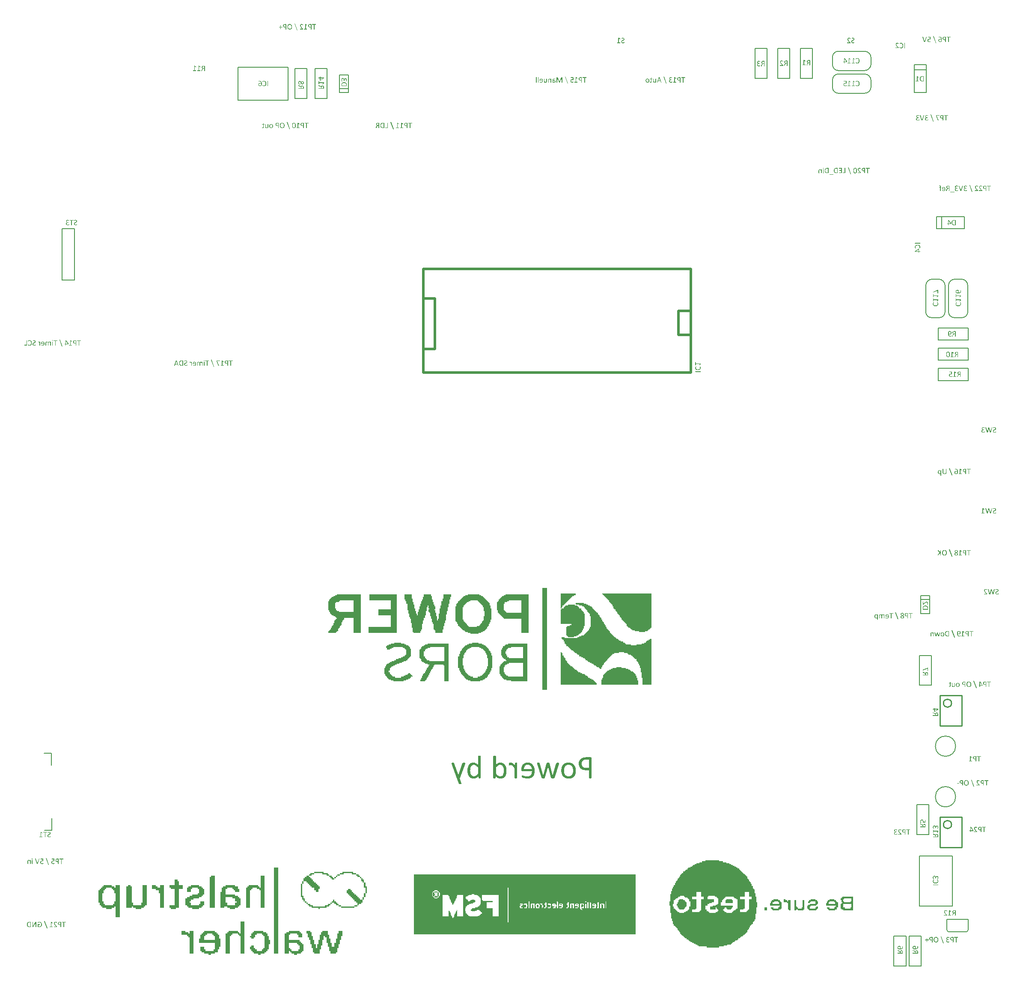
<source format=gbr>
%TF.GenerationSoftware,Altium Limited,Altium Designer,24.5.1 (21)*%
G04 Layer_Color=65280*
%FSLAX45Y45*%
%MOMM*%
%TF.SameCoordinates,D7596F51-2DA0-4622-90E6-AC5F46AEA47A*%
%TF.FilePolarity,Positive*%
%TF.FileFunction,Legend,Bot*%
%TF.Part,Single*%
G01*
G75*
%TA.AperFunction,NonConductor*%
%ADD62C,0.25000*%
%ADD63C,0.20000*%
%ADD64C,0.50000*%
%ADD65C,0.25400*%
G36*
X9121932Y8502219D02*
X9104569D01*
Y8450131D01*
X9087206D01*
Y8432768D01*
Y8363316D01*
X9069843D01*
Y8293864D01*
X9052480D01*
Y8224413D01*
X9035118D01*
Y8154961D01*
X9017755D01*
Y8033421D01*
X9000392D01*
Y7981332D01*
X8983029D01*
Y7929243D01*
X8965666D01*
Y7859791D01*
X8948303D01*
Y7790340D01*
X8809399D01*
Y7842428D01*
X8792037D01*
Y7859791D01*
X8774674D01*
Y7963969D01*
X8757311D01*
Y7998695D01*
X8739948D01*
Y8068146D01*
X8722585D01*
Y8120235D01*
X8705222D01*
Y8189687D01*
X8687859D01*
Y8207050D01*
X8670496D01*
Y8259138D01*
X8687859D01*
Y8276501D01*
X8670496D01*
Y8328590D01*
X8653133D01*
Y8293864D01*
X8635770D01*
Y8224413D01*
X8618407D01*
Y8137598D01*
X8601045D01*
Y8085509D01*
X8583682D01*
Y8033421D01*
X8566319D01*
Y7963969D01*
X8548956D01*
Y7859791D01*
X8531593D01*
Y7825065D01*
X8514230D01*
Y7790340D01*
X8375326D01*
Y7807702D01*
X8357963D01*
Y7894517D01*
X8340601D01*
Y7981332D01*
X8323238D01*
Y8068146D01*
X8305875D01*
Y8102872D01*
X8288512D01*
Y8172324D01*
X8271149D01*
Y8241775D01*
X8253786D01*
Y8363316D01*
X8236423D01*
Y8415405D01*
X8219060D01*
Y8450131D01*
X8201697D01*
Y8554308D01*
X8340601D01*
Y8467494D01*
X8357963D01*
Y8398042D01*
X8375326D01*
Y8345953D01*
X8392689D01*
Y8276501D01*
X8410052D01*
Y8224413D01*
X8427415D01*
Y8172324D01*
X8444778D01*
Y8137598D01*
X8462141D01*
Y8207050D01*
X8479504D01*
Y8259138D01*
X8496867D01*
Y8311227D01*
X8514230D01*
Y8363316D01*
X8531593D01*
Y8415405D01*
X8548956D01*
Y8450131D01*
X8566319D01*
Y8502219D01*
X8583682D01*
Y8554308D01*
X8722585D01*
Y8519582D01*
X8739948D01*
Y8450131D01*
X8757311D01*
Y8398042D01*
X8774674D01*
Y8345953D01*
X8792037D01*
Y8311227D01*
X8809399D01*
Y8259138D01*
X8792037D01*
Y8241775D01*
X8809399D01*
Y8189687D01*
X8826762D01*
Y8120235D01*
X8844125D01*
Y8033421D01*
X8861488D01*
Y8068146D01*
X8878851D01*
Y8172324D01*
X8896214D01*
Y8276501D01*
X8913577D01*
Y8328590D01*
X8930940D01*
Y8415405D01*
X8948303D01*
Y8467494D01*
X8965666D01*
Y8554308D01*
X9121932D01*
Y8502219D01*
D02*
G37*
G36*
X13080679Y7894517D02*
X13063316D01*
Y7877154D01*
X13045953D01*
Y7859791D01*
X13028590D01*
Y7842428D01*
X13011227D01*
Y7825065D01*
X12959138D01*
Y7807702D01*
X12837598D01*
Y7825065D01*
X12750783D01*
Y7842428D01*
X12698695D01*
Y7859791D01*
X12681332D01*
Y7877154D01*
X12663969D01*
Y7894517D01*
X12629243D01*
Y7911880D01*
X12611880D01*
Y7929243D01*
X12594517D01*
Y7963969D01*
X12577154D01*
Y7981332D01*
X12559791D01*
Y7998695D01*
X12542428D01*
Y8016058D01*
X12525065D01*
Y8033421D01*
X12507702D01*
Y8050783D01*
X12490340D01*
Y8085509D01*
X12472977D01*
Y8102872D01*
X12455614D01*
Y8137598D01*
X12438251D01*
Y8154961D01*
X12420888D01*
Y8172324D01*
X12403525D01*
Y8207050D01*
X12386162D01*
Y8224413D01*
X12368799D01*
Y8259138D01*
X12351436D01*
Y8276501D01*
X12334073D01*
Y8311227D01*
X12316710D01*
Y8345953D01*
X12299348D01*
Y8363316D01*
X12281985D01*
Y8380679D01*
X12264622D01*
Y8398042D01*
X12247259D01*
Y8432768D01*
X12229896D01*
Y8450131D01*
X12212533D01*
Y8467494D01*
X12195170D01*
Y8484857D01*
X12177807D01*
Y8502219D01*
X12160444D01*
Y8519582D01*
X12143081D01*
Y8536945D01*
X12125718D01*
Y8554308D01*
X12108355D01*
Y8571671D01*
X13080679D01*
Y7894517D01*
D02*
G37*
G36*
X10649869Y7790340D02*
X10510966D01*
Y8068146D01*
X10163708D01*
Y8085509D01*
X10146345D01*
Y8102872D01*
X10128982D01*
Y8120235D01*
X10111619D01*
Y8137598D01*
X10094256D01*
Y8154961D01*
X10076893D01*
Y8172324D01*
X10059530D01*
Y8189687D01*
X10042167D01*
Y8241775D01*
X10024804D01*
Y8398042D01*
X10042167D01*
Y8415405D01*
X10059530D01*
Y8450131D01*
X10076893D01*
Y8467494D01*
X10094256D01*
Y8484857D01*
X10111619D01*
Y8502219D01*
X10128982D01*
Y8519582D01*
X10163708D01*
Y8536945D01*
X10198434D01*
Y8554308D01*
X10649869D01*
Y7790340D01*
D02*
G37*
G36*
X8045431D02*
X7489817D01*
Y7911880D01*
X7923890D01*
Y8137598D01*
X7680809D01*
Y8259138D01*
X7923890D01*
Y8432768D01*
X7507180D01*
Y8554308D01*
X8045431D01*
Y7790340D01*
D02*
G37*
G36*
X7333551D02*
X7194648D01*
Y8085509D01*
X7003655D01*
Y8050783D01*
X6986292D01*
Y8033421D01*
X6968929D01*
Y7998695D01*
X6951566D01*
Y7946606D01*
X6934204D01*
Y7929243D01*
X6916841D01*
Y7894517D01*
X6899478D01*
Y7877154D01*
X6882115D01*
Y7825065D01*
X6864752D01*
Y7807702D01*
X6847389D01*
Y7790340D01*
X6691123D01*
Y7825065D01*
X6708486D01*
Y7842428D01*
X6725849D01*
Y7859791D01*
X6743212D01*
Y7894517D01*
X6760574D01*
Y7929243D01*
X6777937D01*
Y7946606D01*
X6795300D01*
Y7981332D01*
X6812663D01*
Y8033421D01*
X6830026D01*
Y8050783D01*
X6847389D01*
Y8068146D01*
X6864752D01*
Y8085509D01*
X6847389D01*
Y8102872D01*
X6830026D01*
Y8120235D01*
X6795300D01*
Y8137598D01*
X6760574D01*
Y8154961D01*
X6743212D01*
Y8172324D01*
X6725849D01*
Y8207050D01*
X6708486D01*
Y8241775D01*
X6691123D01*
Y8415405D01*
X6708486D01*
Y8450131D01*
X6725849D01*
Y8467494D01*
X6743212D01*
Y8484857D01*
X6760574D01*
Y8502219D01*
X6795300D01*
Y8519582D01*
X6830026D01*
Y8536945D01*
X6864752D01*
Y8554308D01*
X7333551D01*
Y7790340D01*
D02*
G37*
G36*
X9677546Y8536945D02*
X9712272D01*
Y8519582D01*
X9746998D01*
Y8502219D01*
X9764360D01*
Y8484857D01*
X9781723D01*
Y8467494D01*
X9799086D01*
Y8450131D01*
X9816449D01*
Y8432768D01*
X9833812D01*
Y8415405D01*
X9851175D01*
Y8398042D01*
X9868538D01*
Y8380679D01*
X9885901D01*
Y8328590D01*
X9903264D01*
Y8276501D01*
X9920627D01*
Y8050783D01*
X9903264D01*
Y7998695D01*
X9885901D01*
Y7963969D01*
X9868538D01*
Y7929243D01*
X9851175D01*
Y7911880D01*
X9833812D01*
Y7877154D01*
X9816449D01*
Y7859791D01*
X9799086D01*
Y7842428D01*
X9781723D01*
Y7825065D01*
X9746998D01*
Y7807702D01*
X9712272D01*
Y7790340D01*
X9660183D01*
Y7772977D01*
X9503916D01*
Y7790340D01*
X9451828D01*
Y7807702D01*
X9399739D01*
Y7825065D01*
X9382376D01*
Y7842428D01*
X9347650D01*
Y7859791D01*
X9330287D01*
Y7877154D01*
X9312924D01*
Y7894517D01*
X9295562D01*
Y7911880D01*
X9278199D01*
Y7929243D01*
X9260836D01*
Y7963969D01*
X9243473D01*
Y7998695D01*
X9226110D01*
Y8016058D01*
X9208747D01*
Y8311227D01*
X9226110D01*
Y8363316D01*
X9243473D01*
Y8380679D01*
X9260836D01*
Y8415405D01*
X9278199D01*
Y8432768D01*
X9295562D01*
Y8450131D01*
X9312924D01*
Y8467494D01*
X9330287D01*
Y8484857D01*
X9347650D01*
Y8502219D01*
X9365013D01*
Y8519582D01*
X9399739D01*
Y8536945D01*
X9451828D01*
Y8554308D01*
X9677546D01*
Y8536945D01*
D02*
G37*
G36*
X11587468D02*
X11552742D01*
Y8519582D01*
X11518016D01*
Y8502219D01*
X11500653D01*
Y8484857D01*
X11483290D01*
Y8467494D01*
X11465927D01*
Y8450131D01*
X11448564D01*
Y8432768D01*
X11431201D01*
Y8415405D01*
X11413838D01*
Y8398042D01*
X11396475D01*
Y8380679D01*
X11379112D01*
Y8363316D01*
X11361749D01*
Y8345953D01*
X11344387D01*
Y8328590D01*
X11327024D01*
Y8293864D01*
X11309661D01*
Y8276501D01*
X11344387D01*
Y8293864D01*
X11361749D01*
Y8311227D01*
X11379112D01*
Y8328590D01*
X11431201D01*
Y8345953D01*
X11570105D01*
Y8328590D01*
X11622193D01*
Y8311227D01*
X11639556D01*
Y8293864D01*
X11656919D01*
Y8276501D01*
X11691645D01*
Y8241775D01*
X11709008D01*
Y8224413D01*
X11726371D01*
Y8207050D01*
X11743734D01*
Y8172324D01*
X11761097D01*
Y8154961D01*
Y7929243D01*
X11743734D01*
Y7877154D01*
X11726371D01*
Y7842428D01*
X11709008D01*
Y7807702D01*
X11691645D01*
Y7790340D01*
X11674282D01*
Y7772977D01*
X11656919D01*
Y7755614D01*
X11639556D01*
Y7738251D01*
X11604830D01*
Y7720888D01*
X11552742D01*
Y7703525D01*
X11431201D01*
Y7720888D01*
X11413838D01*
Y7738251D01*
X11396475D01*
Y7911880D01*
X11413838D01*
Y7929243D01*
X11465927D01*
Y7946606D01*
X11500653D01*
Y7963969D01*
X11292298D01*
Y8259138D01*
X11309661D01*
Y8276501D01*
X11292298D01*
Y8571671D01*
X11587468D01*
Y8536945D01*
D02*
G37*
G36*
X11743734Y8363316D02*
X11795822D01*
Y8345953D01*
X11830548D01*
Y8328590D01*
X11865274D01*
Y8311227D01*
X11900000D01*
Y8293864D01*
X11917363D01*
Y8276501D01*
X11934726D01*
Y8259138D01*
X11952089D01*
Y8241775D01*
X11969452D01*
Y8224413D01*
X11986815D01*
Y8207050D01*
X12004178D01*
Y8189687D01*
X12021541D01*
Y8154961D01*
X12038904D01*
Y8137598D01*
X12056266D01*
Y8102872D01*
X12073629D01*
Y8085509D01*
X12090992D01*
Y8050783D01*
X12108355D01*
Y8016058D01*
X12125718D01*
Y7998695D01*
X12143081D01*
Y7963969D01*
X12160444D01*
Y7946606D01*
X12177807D01*
Y7911880D01*
X12195170D01*
Y7877154D01*
X12212533D01*
Y7859791D01*
X12229896D01*
Y7842428D01*
X12247259D01*
Y7825065D01*
X12264622D01*
Y7790340D01*
X12281985D01*
Y7772977D01*
X12299348D01*
Y7755614D01*
X12316710D01*
Y7738251D01*
X12334073D01*
Y7720888D01*
X12351436D01*
Y7703525D01*
X12368799D01*
Y7686162D01*
X12386162D01*
Y7668799D01*
X12420888D01*
Y7651436D01*
X12438251D01*
Y7634073D01*
X12472977D01*
Y7616710D01*
X12525065D01*
Y7599347D01*
X12559791D01*
Y7581984D01*
X12577154D01*
Y7564621D01*
X12681332D01*
Y7547259D01*
X12785509D01*
Y7564621D01*
X12889687D01*
Y7581984D01*
X12941776D01*
Y7599347D01*
X12976501D01*
Y7616710D01*
X12993864D01*
Y7634073D01*
X13028590D01*
Y7651436D01*
X13045953D01*
Y7668799D01*
X13080679D01*
Y6765927D01*
X12907050D01*
Y6904830D01*
X12889687D01*
Y7009008D01*
X12872324D01*
Y7095822D01*
X12854961D01*
Y7147911D01*
X12837598D01*
Y7182637D01*
X12820235D01*
Y7217363D01*
X12802872D01*
Y7234726D01*
X12785509D01*
Y7269452D01*
X12750783D01*
Y7286815D01*
X12733421D01*
Y7304178D01*
X12716058D01*
Y7321541D01*
X12698695D01*
Y7338904D01*
X12681332D01*
Y7356266D01*
X12629243D01*
Y7373629D01*
X12611880D01*
Y7390992D01*
X12542428D01*
Y7408355D01*
X12438251D01*
Y7390992D01*
X12351436D01*
Y7373629D01*
X12316710D01*
Y7356266D01*
X12299348D01*
Y7338904D01*
X12281985D01*
Y7321541D01*
X12264622D01*
Y7304178D01*
X12247259D01*
Y7286815D01*
X12229896D01*
Y7269452D01*
X12212533D01*
Y7252089D01*
X12195170D01*
Y7234726D01*
X12177807D01*
Y7217363D01*
X12160444D01*
Y7200000D01*
X12143081D01*
Y7165274D01*
X12125718D01*
Y7147911D01*
X12108355D01*
Y7113185D01*
X12090992D01*
Y7078460D01*
X12056266D01*
Y7095822D01*
X12038904D01*
Y7113185D01*
X12004178D01*
Y7130548D01*
X11986815D01*
Y7147911D01*
X11952089D01*
Y7165274D01*
X11934726D01*
Y7182637D01*
X11900000D01*
Y7200000D01*
X11865274D01*
Y7217363D01*
X11830548D01*
Y7234726D01*
X11813185D01*
Y7252089D01*
X11778460D01*
Y7269452D01*
X11761097D01*
Y7286815D01*
X11726371D01*
Y7304178D01*
X11691645D01*
Y7321541D01*
X11656919D01*
Y7356266D01*
X11622193D01*
Y7373629D01*
X11604830D01*
Y7390992D01*
X11570105D01*
Y7408355D01*
X11552742D01*
Y7425718D01*
X11535379D01*
Y7443081D01*
X11500653D01*
Y7460444D01*
X11483290D01*
Y7477807D01*
X11465927D01*
Y7495170D01*
X11448564D01*
Y7512533D01*
X11431201D01*
Y7529896D01*
X11396475D01*
Y7564621D01*
X11379112D01*
Y7581984D01*
X11361749D01*
Y7616710D01*
X11344387D01*
Y7651436D01*
X11327024D01*
Y7668799D01*
X11309661D01*
Y7703525D01*
X11361749D01*
Y7686162D01*
X11622193D01*
Y7703525D01*
X11656919D01*
Y7720888D01*
X11691645D01*
Y7738251D01*
X11743734D01*
Y7755614D01*
X11761097D01*
Y7772977D01*
X11778460D01*
Y7790340D01*
X11795822D01*
Y7807702D01*
X11813185D01*
Y7825065D01*
X11830548D01*
Y7842428D01*
X11847911D01*
Y7877154D01*
X11865274D01*
Y7911880D01*
X11882637D01*
Y8120235D01*
X11865274D01*
Y8172324D01*
X11847911D01*
Y8189687D01*
X11830548D01*
Y8207050D01*
X11813185D01*
Y8241775D01*
X11795822D01*
Y8259138D01*
X11778460D01*
Y8276501D01*
X11761097D01*
Y8293864D01*
X11743734D01*
Y8311227D01*
X11709008D01*
Y8328590D01*
X11656919D01*
Y8345953D01*
X11587468D01*
Y8380679D01*
X11743734D01*
Y8363316D01*
D02*
G37*
G36*
X10632507Y7408355D02*
Y7390992D01*
Y6835379D01*
X10302611D01*
Y6852742D01*
X10215796D01*
Y6870105D01*
X10163708D01*
Y6887468D01*
X10146345D01*
Y6904830D01*
X10128982D01*
Y6922193D01*
X10111619D01*
Y6939556D01*
X10094256D01*
Y6974282D01*
X10076893D01*
Y7130548D01*
X10094256D01*
Y7165274D01*
X10111619D01*
Y7182637D01*
X10128982D01*
Y7200000D01*
X10146345D01*
Y7217363D01*
X10163708D01*
Y7234726D01*
X10215796D01*
Y7252089D01*
X10198434D01*
Y7269452D01*
X10163708D01*
Y7286815D01*
X10146345D01*
Y7304178D01*
X10128982D01*
Y7338904D01*
X10111619D01*
Y7460444D01*
X10128982D01*
Y7495170D01*
X10146345D01*
Y7529896D01*
X10181071D01*
Y7547259D01*
X10198434D01*
Y7564621D01*
X10250522D01*
Y7581984D01*
X10632507D01*
Y7408355D01*
D02*
G37*
G36*
X9660183Y7581984D02*
X9729635D01*
Y7564621D01*
X9764360D01*
Y7547259D01*
X9799086D01*
Y7529896D01*
X9816449D01*
Y7512533D01*
X9833812D01*
Y7495170D01*
X9851175D01*
Y7477807D01*
X9868538D01*
Y7443081D01*
X9885901D01*
Y7425718D01*
X9903264D01*
Y7390992D01*
X9920627D01*
Y7338904D01*
X9937990D01*
Y7095822D01*
X9920627D01*
Y7043734D01*
X9903264D01*
Y7009008D01*
X9885901D01*
Y6974282D01*
X9868538D01*
Y6956919D01*
X9851175D01*
Y6922193D01*
X9833812D01*
Y6904830D01*
X9799086D01*
Y6887468D01*
X9781723D01*
Y6870105D01*
X9746998D01*
Y6852742D01*
X9694909D01*
Y6835379D01*
X9503916D01*
Y6852742D01*
X9451828D01*
Y6870105D01*
X9417102D01*
Y6887468D01*
X9399739D01*
Y6904830D01*
X9382376D01*
Y6922193D01*
X9365013D01*
Y6939556D01*
X9347650D01*
Y6956919D01*
X9330287D01*
Y6974282D01*
X9312924D01*
Y7009008D01*
X9295562D01*
Y7043734D01*
X9278199D01*
Y7095822D01*
X9260836D01*
Y7321541D01*
X9278199D01*
Y7373629D01*
X9295562D01*
Y7425718D01*
X9312924D01*
Y7443081D01*
X9330287D01*
Y7477807D01*
X9347650D01*
Y7495170D01*
X9365013D01*
Y7512533D01*
X9382376D01*
Y7529896D01*
X9399739D01*
Y7547259D01*
X9434465D01*
Y7564621D01*
X9469191D01*
Y7581984D01*
X9538642D01*
Y7599347D01*
X9660183D01*
Y7581984D01*
D02*
G37*
G36*
X9069843Y6835379D02*
X8983029D01*
Y7147911D01*
X8965666D01*
Y7165274D01*
X8792037D01*
Y7147911D01*
X8774674D01*
Y7113185D01*
X8757311D01*
Y7078460D01*
X8739948D01*
Y7061097D01*
X8722585D01*
Y7026371D01*
X8705222D01*
Y6991645D01*
X8687859D01*
Y6956919D01*
X8670496D01*
Y6922193D01*
X8653133D01*
Y6904830D01*
X8635770D01*
Y6870105D01*
X8618407D01*
Y6852742D01*
X8601045D01*
Y6835379D01*
X8514230D01*
Y6870105D01*
X8531593D01*
Y6904830D01*
X8548956D01*
Y6939556D01*
X8566319D01*
Y6974282D01*
X8583682D01*
Y6991645D01*
X8601045D01*
Y7026371D01*
X8618407D01*
Y7061097D01*
X8635770D01*
Y7095822D01*
X8653133D01*
Y7113185D01*
X8670496D01*
Y7147911D01*
X8687859D01*
Y7165274D01*
X8653133D01*
Y7182637D01*
X8601045D01*
Y7200000D01*
X8583682D01*
Y7217363D01*
X8548956D01*
Y7234726D01*
X8531593D01*
Y7269452D01*
X8514230D01*
Y7286815D01*
X8496867D01*
Y7460444D01*
X8514230D01*
Y7477807D01*
X8531593D01*
Y7512533D01*
X8548956D01*
Y7529896D01*
X8583682D01*
Y7547259D01*
X8601045D01*
Y7564621D01*
X8653133D01*
Y7581984D01*
X9069843D01*
Y6835379D01*
D02*
G37*
G36*
X8132245Y7581984D02*
X8201697D01*
Y7564621D01*
X8236423D01*
Y7547259D01*
X8271149D01*
Y7529896D01*
X8288512D01*
Y7512533D01*
X8305875D01*
Y7477807D01*
X8323238D01*
Y7321541D01*
X8305875D01*
Y7304178D01*
X8288512D01*
Y7286815D01*
X8271149D01*
Y7269452D01*
X8253786D01*
Y7252089D01*
X8236423D01*
Y7234726D01*
X8184334D01*
Y7217363D01*
X8149608D01*
Y7200000D01*
X8097520D01*
Y7182637D01*
X8045431D01*
Y7165274D01*
X8010705D01*
Y7147911D01*
X7975979D01*
Y7130548D01*
X7941253D01*
Y7113185D01*
X7923890D01*
Y7095822D01*
X7906527D01*
Y7043734D01*
X7889165D01*
Y7009008D01*
X7906527D01*
Y6974282D01*
X7923890D01*
Y6956919D01*
X7941253D01*
Y6939556D01*
X7958616D01*
Y6922193D01*
X8010705D01*
Y6904830D01*
X8132245D01*
Y6922193D01*
X8184334D01*
Y6939556D01*
X8219060D01*
Y6956919D01*
X8253786D01*
Y6974282D01*
X8271149D01*
Y6991645D01*
X8305875D01*
Y6974282D01*
X8323238D01*
Y6956919D01*
X8340601D01*
Y6939556D01*
X8357963D01*
Y6922193D01*
X8323238D01*
Y6904830D01*
X8305875D01*
Y6887468D01*
X8271149D01*
Y6870105D01*
X8236423D01*
Y6852742D01*
X8184334D01*
Y6835379D01*
X7975979D01*
Y6852742D01*
X7923890D01*
Y6870105D01*
X7889165D01*
Y6887468D01*
X7871802D01*
Y6904830D01*
X7854439D01*
Y6922193D01*
X7837076D01*
Y6939556D01*
X7819713D01*
Y6974282D01*
X7802350D01*
Y7095822D01*
X7819713D01*
Y7130548D01*
X7837076D01*
Y7165274D01*
X7854439D01*
Y7182637D01*
X7889165D01*
Y7200000D01*
X7906527D01*
Y7217363D01*
X7941253D01*
Y7234726D01*
X7993342D01*
Y7252089D01*
X8028068D01*
Y7269452D01*
X8080157D01*
Y7286815D01*
X8132245D01*
Y7304178D01*
X8166971D01*
Y7321541D01*
X8201697D01*
Y7338904D01*
X8219060D01*
Y7356266D01*
X8236423D01*
Y7460444D01*
X8219060D01*
Y7477807D01*
X8201697D01*
Y7495170D01*
X8166971D01*
Y7512533D01*
X7975979D01*
Y7495170D01*
X7941253D01*
Y7477807D01*
X7906527D01*
Y7460444D01*
X7854439D01*
Y7495170D01*
X7837076D01*
Y7529896D01*
X7854439D01*
Y7547259D01*
X7889165D01*
Y7564621D01*
X7923890D01*
Y7581984D01*
X7993342D01*
Y7599347D01*
X8132245D01*
Y7581984D01*
D02*
G37*
G36*
X12490340Y7095822D02*
X12577154D01*
Y7078460D01*
X12629243D01*
Y7061097D01*
X12663969D01*
Y7043734D01*
X12681332D01*
Y7026371D01*
X12716058D01*
Y7009008D01*
X12733421D01*
Y6991645D01*
X12750783D01*
Y6974282D01*
X12768146D01*
Y6939556D01*
X12785509D01*
Y6904830D01*
X12802872D01*
Y6852742D01*
X12820235D01*
Y6765927D01*
X12090992D01*
Y6870105D01*
X12108355D01*
Y6904830D01*
X12125718D01*
Y6956919D01*
X12143081D01*
Y6974282D01*
X12160444D01*
Y6991645D01*
X12177807D01*
Y7009008D01*
X12195170D01*
Y7026371D01*
X12212533D01*
Y7043734D01*
X12247259D01*
Y7061097D01*
X12281985D01*
Y7078460D01*
X12316710D01*
Y7095822D01*
X12386162D01*
Y7113185D01*
X12490340D01*
Y7095822D01*
D02*
G37*
G36*
X11309661Y7390992D02*
X11327024D01*
Y7338904D01*
X11344387D01*
Y7304178D01*
X11361749D01*
Y7286815D01*
X11379112D01*
Y7252089D01*
X11396475D01*
Y7234726D01*
X11413838D01*
Y7200000D01*
X11431201D01*
Y7182637D01*
X11448564D01*
Y7165274D01*
X11465927D01*
Y7147911D01*
X11483290D01*
Y7130548D01*
X11518016D01*
Y7113185D01*
X11535379D01*
Y7095822D01*
X11552742D01*
Y7078460D01*
X11570105D01*
Y7061097D01*
X11604830D01*
Y7043734D01*
X11622193D01*
Y7026371D01*
X11639556D01*
Y7009008D01*
X11674282D01*
Y6991645D01*
X11709008D01*
Y6974282D01*
X11761097D01*
Y6956919D01*
X11778460D01*
Y6939556D01*
X11813185D01*
Y6922193D01*
X11830548D01*
Y6904830D01*
X11865274D01*
Y6887468D01*
X11900000D01*
Y6870105D01*
X11934726D01*
Y6852742D01*
X11952089D01*
Y6835379D01*
X11969452D01*
Y6818016D01*
X11986815D01*
Y6800653D01*
X12004178D01*
Y6765927D01*
X11292298D01*
Y7408355D01*
X11309661D01*
Y7390992D01*
D02*
G37*
G36*
X11014491Y6661749D02*
X10927676D01*
Y7581984D01*
Y7599347D01*
Y8675849D01*
X11014491D01*
Y6661749D01*
D02*
G37*
G36*
X6919753Y2989506D02*
X6866666D01*
Y3016049D01*
X6919753D01*
Y2989506D01*
D02*
G37*
G36*
X6415432Y3016049D02*
X6362345D01*
Y2989506D01*
X6309259D01*
Y3016049D01*
X6335802D01*
Y3042593D01*
X6415432D01*
Y3016049D01*
D02*
G37*
G36*
X6866666Y2962963D02*
X6840123D01*
Y2989506D01*
X6866666D01*
Y2962963D01*
D02*
G37*
G36*
X6840123Y2936420D02*
X6813580D01*
Y2962963D01*
X6840123D01*
Y2936420D01*
D02*
G37*
G36*
X6601234Y3042593D02*
X6680864D01*
Y3016049D01*
X6707407D01*
Y2989506D01*
X6760494D01*
Y2962963D01*
X6787037D01*
Y2936420D01*
X6813580D01*
Y2909876D01*
X6760494D01*
Y2936420D01*
X6733950D01*
Y2962963D01*
X6707407D01*
Y2989506D01*
X6654321D01*
Y3016049D01*
X6574691D01*
Y3042593D01*
X6415432D01*
Y3069136D01*
X6601234D01*
Y3042593D01*
D02*
G37*
G36*
X6203086Y2830247D02*
X6176543D01*
Y2856790D01*
Y2883333D01*
X6203086D01*
Y2830247D01*
D02*
G37*
G36*
X5433333Y2379012D02*
Y2352469D01*
X5353704D01*
Y2697531D01*
X5327160D01*
Y2724074D01*
X5274074D01*
Y2750617D01*
X5194444D01*
Y2724074D01*
X5167901D01*
Y2697531D01*
X5141358D01*
Y2352469D01*
X5061728D01*
Y2750617D01*
X5088271D01*
Y2777160D01*
X5114815D01*
Y2803704D01*
X5300617D01*
Y2777160D01*
X5327160D01*
Y2750617D01*
X5353704D01*
Y2989506D01*
X5433333D01*
Y2379012D01*
D02*
G37*
G36*
X3442592Y2777160D02*
Y2750617D01*
Y2352469D01*
X3362963D01*
Y2644444D01*
X3336420D01*
Y2697531D01*
X3283333D01*
Y2724074D01*
X3203704D01*
Y2803704D01*
X3283333D01*
Y2777160D01*
X3309876D01*
Y2750617D01*
X3362963D01*
Y2803704D01*
X3442592D01*
Y2777160D01*
D02*
G37*
G36*
X2566666Y2166666D02*
X2487037D01*
Y2379012D01*
X2460494D01*
Y2352469D01*
X2407407D01*
Y2325926D01*
X2301234D01*
Y2352469D01*
X2221605D01*
Y2379012D01*
X2195061D01*
Y2405556D01*
X2168518D01*
Y2458642D01*
X2141975D01*
Y2697531D01*
X2168518D01*
Y2724074D01*
X2195061D01*
Y2750617D01*
X2221605D01*
Y2777160D01*
X2248148D01*
Y2803704D01*
X2407407D01*
Y2777160D01*
X2460494D01*
Y2750617D01*
X2487037D01*
Y2803704D01*
X2566666D01*
Y2166666D01*
D02*
G37*
G36*
X6309259Y2962963D02*
X6335802D01*
Y2936420D01*
X6362345D01*
Y2909876D01*
X6388889D01*
Y2883333D01*
X6415432D01*
Y2856790D01*
X6441975D01*
Y2830247D01*
X6468518D01*
Y2803704D01*
X6495061D01*
Y2777160D01*
X6521605D01*
Y2724074D01*
X6495061D01*
Y2670988D01*
X6441975D01*
Y2697531D01*
X6415432D01*
Y2750617D01*
X6362345D01*
Y2777160D01*
X6335802D01*
Y2803704D01*
X6309259D01*
Y2830247D01*
X6282716D01*
Y2856790D01*
X6256173D01*
Y2883333D01*
X6203086D01*
Y2936420D01*
X6229629D01*
Y2962963D01*
X6256173D01*
Y2989506D01*
X6309259D01*
Y2962963D01*
D02*
G37*
G36*
X4849382Y2777160D02*
X4902469D01*
Y2724074D01*
X4929012D01*
Y2670988D01*
X4849382D01*
Y2697531D01*
X4822839D01*
Y2724074D01*
X4796296D01*
Y2750617D01*
X4690123D01*
Y2724074D01*
X4663580D01*
Y2617901D01*
X4849382D01*
Y2591358D01*
X4902469D01*
Y2564815D01*
X4929012D01*
Y2538272D01*
X4955555D01*
Y2405556D01*
X4929012D01*
Y2379012D01*
X4902469D01*
Y2352469D01*
X4849382D01*
Y2325926D01*
X4743210D01*
Y2352469D01*
X4690123D01*
Y2379012D01*
X4637037D01*
Y2352469D01*
X4557407D01*
Y2670988D01*
X4583950D01*
Y2750617D01*
X4610494D01*
Y2777160D01*
X4663580D01*
Y2803704D01*
X4849382D01*
Y2777160D01*
D02*
G37*
G36*
X7185185Y3042593D02*
X7238271D01*
Y3016049D01*
X7291358D01*
Y2989506D01*
X7317901D01*
Y2962963D01*
X7344444D01*
Y2936420D01*
X7370988D01*
Y2909876D01*
X7397531D01*
Y2856790D01*
X7424074D01*
Y2777160D01*
X7450617D01*
Y2724074D01*
Y2697531D01*
Y2644444D01*
X7424074D01*
Y2750617D01*
X7397531D01*
Y2856790D01*
X7370988D01*
Y2883333D01*
X7344444D01*
Y2936420D01*
X7317901D01*
Y2962963D01*
X7264815D01*
Y2989506D01*
X7238271D01*
Y3016049D01*
X7158642D01*
Y3042593D01*
X6999382D01*
Y3016049D01*
X6919753D01*
Y3042593D01*
X6972839D01*
Y3069136D01*
X7185185D01*
Y3042593D01*
D02*
G37*
G36*
X7424074Y2591358D02*
Y2564815D01*
X7397531D01*
Y2644444D01*
X7424074D01*
Y2591358D01*
D02*
G37*
G36*
X7397531Y2538272D02*
Y2511728D01*
X7370988D01*
Y2564815D01*
X7397531D01*
Y2538272D01*
D02*
G37*
G36*
X6760494Y2432099D02*
X6733950D01*
Y2458642D01*
X6760494D01*
Y2432099D01*
D02*
G37*
G36*
X7132099Y2697531D02*
X7158642D01*
Y2670988D01*
X7185185D01*
Y2644444D01*
X7211728D01*
Y2617901D01*
X7238271D01*
Y2591358D01*
X7264815D01*
Y2564815D01*
X7291358D01*
Y2538272D01*
X7317901D01*
Y2511728D01*
X7370988D01*
Y2458642D01*
X7344444D01*
Y2432099D01*
X7291358D01*
Y2405556D01*
X7264815D01*
Y2458642D01*
X7238271D01*
Y2485185D01*
X7211728D01*
Y2511728D01*
X7185185D01*
Y2538272D01*
X7158642D01*
Y2564815D01*
X7132099D01*
Y2591358D01*
X7105555D01*
Y2617901D01*
X7079012D01*
Y2644444D01*
X7052469D01*
Y2697531D01*
X7079012D01*
Y2724074D01*
X7132099D01*
Y2697531D01*
D02*
G37*
G36*
X3097531Y2405556D02*
X3070988D01*
Y2379012D01*
X3044444D01*
Y2352469D01*
X2991358D01*
Y2325926D01*
X2885185D01*
Y2352469D01*
X2832098D01*
Y2379012D01*
X2805555D01*
Y2352469D01*
X2699382D01*
Y2777160D01*
X2725926D01*
Y2803704D01*
X2779012D01*
Y2777160D01*
X2805555D01*
Y2485185D01*
Y2458642D01*
X2832098D01*
Y2405556D01*
X2991358D01*
Y2458642D01*
X3017901D01*
Y2803704D01*
X3097531D01*
Y2405556D01*
D02*
G37*
G36*
X7264815Y2379012D02*
X7211728D01*
Y2405556D01*
X7264815D01*
Y2379012D01*
D02*
G37*
G36*
X6813580Y2485185D02*
X6840123D01*
Y2458642D01*
X6866666D01*
Y2432099D01*
X6893210D01*
Y2405556D01*
X6946296D01*
Y2379012D01*
X7211728D01*
Y2352469D01*
X6946296D01*
Y2379012D01*
X6893210D01*
Y2405556D01*
X6840123D01*
Y2432099D01*
X6813580D01*
Y2458642D01*
X6760494D01*
Y2485185D01*
X6787037D01*
Y2511728D01*
X6813580D01*
Y2485185D01*
D02*
G37*
G36*
X4451234Y2352469D02*
X4345061D01*
Y2962963D01*
X4371605D01*
Y2989506D01*
X4451234D01*
Y2352469D01*
D02*
G37*
G36*
X16699557Y2502655D02*
X16735399D01*
Y2484735D01*
X16753319D01*
Y2466814D01*
X16771239D01*
Y2359292D01*
X16753319D01*
Y2323452D01*
X16717477D01*
Y2305531D01*
X16592036D01*
Y2323452D01*
X16574115D01*
Y2341372D01*
X16556195D01*
Y2359292D01*
X16609956D01*
Y2341372D01*
X16699557D01*
Y2359292D01*
X16717477D01*
Y2377212D01*
X16735399D01*
Y2395133D01*
X16538275D01*
Y2448894D01*
X16556195D01*
Y2484735D01*
X16574115D01*
Y2502655D01*
X16609956D01*
Y2520575D01*
X16699557D01*
Y2502655D01*
D02*
G37*
G36*
X16108186Y2323452D02*
X16090266D01*
Y2305531D01*
X15982742D01*
Y2323452D01*
X15946902D01*
Y2305531D01*
X15911063D01*
Y2502655D01*
X15946902D01*
Y2413053D01*
Y2395133D01*
Y2377212D01*
X15964822D01*
Y2359292D01*
X15982742D01*
Y2341372D01*
X16054425D01*
Y2359292D01*
X16072345D01*
Y2502655D01*
X16108186D01*
Y2323452D01*
D02*
G37*
G36*
X15588496Y2502655D02*
X15624336D01*
Y2484735D01*
X15642258D01*
Y2466814D01*
X15660178D01*
Y2341372D01*
X15642258D01*
Y2323452D01*
X15606416D01*
Y2305531D01*
X15480974D01*
Y2323452D01*
X15463052D01*
Y2341372D01*
X15445132D01*
Y2359292D01*
X15498894D01*
Y2341372D01*
X15588496D01*
Y2359292D01*
X15606416D01*
Y2377212D01*
X15624336D01*
Y2395133D01*
X15427213D01*
Y2448894D01*
X15445132D01*
Y2484735D01*
X15463052D01*
Y2502655D01*
X15498894D01*
Y2520575D01*
X15588496D01*
Y2502655D01*
D02*
G37*
G36*
X6176543Y2591358D02*
X6203086D01*
Y2538272D01*
X6229629D01*
Y2511728D01*
Y2485185D01*
X6256173D01*
Y2458642D01*
X6282716D01*
Y2432099D01*
X6335802D01*
Y2405556D01*
X6388889D01*
Y2379012D01*
X6627777D01*
Y2405556D01*
X6680864D01*
Y2432099D01*
X6733950D01*
Y2405556D01*
X6707407D01*
Y2379012D01*
X6654321D01*
Y2352469D01*
X6521605D01*
Y2325926D01*
X6495061D01*
Y2352469D01*
X6362345D01*
Y2379012D01*
X6309259D01*
Y2405556D01*
X6282716D01*
Y2432099D01*
X6256173D01*
Y2458642D01*
X6229629D01*
Y2485185D01*
X6203086D01*
Y2511728D01*
X6176543D01*
Y2564815D01*
X6150000D01*
Y2830247D01*
X6176543D01*
Y2591358D01*
D02*
G37*
G36*
X4132716Y2777160D02*
X4185802D01*
Y2750617D01*
X4212345D01*
Y2724074D01*
X4238889D01*
Y2617901D01*
X4212345D01*
Y2591358D01*
X4185802D01*
Y2564815D01*
X4132716D01*
Y2538272D01*
X4026543D01*
Y2511728D01*
X3973457D01*
Y2485185D01*
X3946913D01*
Y2458642D01*
X3973457D01*
Y2405556D01*
X4132716D01*
Y2432099D01*
X4159259D01*
Y2485185D01*
X4238889D01*
Y2405556D01*
X4212345D01*
Y2379012D01*
X4185802D01*
Y2352469D01*
X4132716D01*
Y2325926D01*
X4000000D01*
Y2352469D01*
X3920370D01*
Y2379012D01*
X3893827D01*
Y2405556D01*
X3867284D01*
Y2538272D01*
X3893827D01*
Y2564815D01*
X3946913D01*
Y2591358D01*
X4000000D01*
Y2617901D01*
X4106173D01*
Y2644444D01*
X4132716D01*
Y2724074D01*
X4106173D01*
Y2750617D01*
X4000000D01*
Y2724074D01*
X3973457D01*
Y2670988D01*
X3893827D01*
Y2750617D01*
X3920370D01*
Y2777160D01*
X3973457D01*
Y2803704D01*
X4132716D01*
Y2777160D01*
D02*
G37*
G36*
X3708024Y2883333D02*
X3734568D01*
Y2803704D01*
X3814197D01*
Y2724074D01*
X3734568D01*
Y2352469D01*
X3681481D01*
Y2325926D01*
X3575308D01*
Y2352469D01*
X3548765D01*
Y2405556D01*
X3654938D01*
Y2432099D01*
Y2458642D01*
Y2724074D01*
X3575308D01*
Y2750617D01*
X3548765D01*
Y2803704D01*
X3654938D01*
Y2909876D01*
X3708024D01*
Y2883333D01*
D02*
G37*
G36*
X17075885Y2305531D02*
X16878761D01*
Y2323452D01*
X16842921D01*
Y2341372D01*
X16825000D01*
Y2430974D01*
X16842921D01*
Y2448894D01*
X16860841D01*
Y2466814D01*
X16842921D01*
Y2502655D01*
X16825000D01*
Y2538496D01*
X16842921D01*
Y2556416D01*
X16860841D01*
Y2574336D01*
X17075885D01*
Y2305531D01*
D02*
G37*
G36*
X16323230Y2502655D02*
X16359071D01*
Y2484735D01*
X16376991D01*
Y2430974D01*
X16359071D01*
Y2413053D01*
X16341151D01*
Y2395133D01*
X16233629D01*
Y2377212D01*
X16215707D01*
Y2341372D01*
X16323230D01*
Y2359292D01*
X16341151D01*
Y2377212D01*
X16376991D01*
Y2341372D01*
X16359071D01*
Y2323452D01*
X16341151D01*
Y2305531D01*
X16197787D01*
Y2323452D01*
X16179868D01*
Y2341372D01*
X16161948D01*
Y2395133D01*
X16179868D01*
Y2413053D01*
X16215707D01*
Y2430974D01*
X16323230D01*
Y2484735D01*
X16233629D01*
Y2466814D01*
X16215707D01*
Y2448894D01*
X16179868D01*
Y2484735D01*
X16197787D01*
Y2502655D01*
X16233629D01*
Y2520575D01*
X16323230D01*
Y2502655D01*
D02*
G37*
G36*
X15731859D02*
X15767699D01*
Y2484735D01*
X15785620D01*
Y2502655D01*
X15839381D01*
Y2305531D01*
X15803540D01*
Y2323452D01*
X15785620D01*
Y2448894D01*
X15767699D01*
Y2466814D01*
X15696017D01*
Y2520575D01*
X15731859D01*
Y2502655D01*
D02*
G37*
G36*
X15373453Y2305531D02*
X15319690D01*
Y2323452D01*
Y2341372D01*
Y2359292D01*
X15373453D01*
Y2305531D01*
D02*
G37*
G36*
X5035185Y1450000D02*
X4955555D01*
Y1795062D01*
X4929012D01*
Y1821605D01*
X4902469D01*
Y1848148D01*
X4796296D01*
Y1821605D01*
X4769753D01*
Y1795062D01*
X4743210D01*
Y1450000D01*
X4663580D01*
Y1848148D01*
X4690123D01*
Y1874691D01*
X4716666D01*
Y1901234D01*
X4902469D01*
Y1874691D01*
X4929012D01*
Y1848148D01*
X4955555D01*
Y2087037D01*
X5035185D01*
Y1450000D01*
D02*
G37*
G36*
X4026543D02*
X3946913D01*
Y1768518D01*
X3920370D01*
Y1795062D01*
X3893827D01*
Y1821605D01*
X3787654D01*
Y1901234D01*
X3867284D01*
Y1874691D01*
X3920370D01*
Y1848148D01*
X3946913D01*
Y1901234D01*
X4026543D01*
Y1450000D01*
D02*
G37*
G36*
X12771976Y1830826D02*
X8384956D01*
Y2635546D01*
Y2648525D01*
Y3011947D01*
X12771976D01*
Y1830826D01*
D02*
G37*
G36*
X6123457Y1874691D02*
X6150000D01*
Y1848148D01*
X6176543D01*
Y1821605D01*
Y1768518D01*
X6096913D01*
Y1821605D01*
X6070370D01*
Y1848148D01*
X5937654D01*
Y1821605D01*
X5911111D01*
Y1715432D01*
X6123457D01*
Y1688889D01*
X6150000D01*
Y1662346D01*
X6176543D01*
Y1635802D01*
X6203086D01*
Y1503086D01*
X6176543D01*
Y1476543D01*
X6150000D01*
Y1450000D01*
X6070370D01*
Y1423457D01*
X6017284D01*
Y1450000D01*
X5964197D01*
Y1476543D01*
X5937654D01*
Y1503086D01*
X5911111D01*
Y1450000D01*
X5831481D01*
Y1848148D01*
X5858024D01*
Y1874691D01*
X5911111D01*
Y1901234D01*
X6123457D01*
Y1874691D01*
D02*
G37*
G36*
X6972839Y1795062D02*
X6946296D01*
Y1715432D01*
X6919753D01*
Y1635802D01*
X6893210D01*
Y1556173D01*
X6866666D01*
Y1476543D01*
X6840123D01*
Y1450000D01*
X6733950D01*
Y1503086D01*
X6707407D01*
Y1582716D01*
X6680864D01*
Y1662346D01*
X6654321D01*
Y1768518D01*
X6627777D01*
Y1795062D01*
X6601234D01*
Y1715432D01*
X6574691D01*
Y1609259D01*
X6548148D01*
Y1529629D01*
X6521605D01*
Y1450000D01*
X6415432D01*
Y1476543D01*
X6388889D01*
Y1556173D01*
X6362345D01*
Y1635802D01*
X6335802D01*
Y1715432D01*
X6309259D01*
Y1768518D01*
X6282716D01*
Y1848148D01*
X6256173D01*
Y1901234D01*
X6335802D01*
Y1874691D01*
X6362345D01*
Y1795062D01*
X6388889D01*
Y1715432D01*
X6415432D01*
Y1635802D01*
X6441975D01*
Y1556173D01*
X6468518D01*
Y1635802D01*
X6495061D01*
Y1715432D01*
X6521605D01*
Y1821605D01*
X6548148D01*
Y1874691D01*
X6574691D01*
Y1901234D01*
X6680864D01*
Y1821605D01*
X6707407D01*
Y1741975D01*
X6733950D01*
Y1662346D01*
X6760494D01*
Y1582716D01*
X6813580D01*
Y1662346D01*
X6840123D01*
Y1741975D01*
X6866666D01*
Y1848148D01*
X6893210D01*
Y1901234D01*
X6972839D01*
Y1795062D01*
D02*
G37*
G36*
X14423672Y3273230D02*
X14495354D01*
Y3255310D01*
X14567036D01*
Y3237390D01*
X14620798D01*
Y3219469D01*
X14656638D01*
Y3201549D01*
X14692477D01*
Y3183628D01*
X14728319D01*
Y3165708D01*
X14764159D01*
Y3147788D01*
X14782080D01*
Y3129867D01*
X14817921D01*
Y3111947D01*
X14835841D01*
Y3094027D01*
X14853761D01*
Y3076106D01*
X14871683D01*
Y3058186D01*
X14889603D01*
Y3040266D01*
X14907523D01*
Y3022345D01*
X14925443D01*
Y3004425D01*
X14943362D01*
Y2986505D01*
X14961284D01*
Y2968584D01*
X14979204D01*
Y2932743D01*
X14997124D01*
Y2914823D01*
X15015044D01*
Y2878982D01*
X15032965D01*
Y2861062D01*
X15050885D01*
Y2825221D01*
X15068806D01*
Y2789381D01*
X15086726D01*
Y2735620D01*
X15104646D01*
Y2717699D01*
X15122568D01*
Y2646018D01*
X15140488D01*
Y2574336D01*
X15158408D01*
Y2466814D01*
X15176328D01*
Y2359292D01*
X15158408D01*
Y2233850D01*
X15140488D01*
Y2126327D01*
X15122568D01*
Y2090487D01*
X15104646D01*
Y2072567D01*
X15086726D01*
Y2036726D01*
X15068806D01*
Y2018805D01*
X15050885D01*
Y2000885D01*
X15032965D01*
Y1965044D01*
X15015044D01*
Y1929204D01*
X14997124D01*
Y1911283D01*
X14979204D01*
Y1875443D01*
X14961284D01*
Y1857522D01*
X14943362D01*
Y1839602D01*
X14925443D01*
Y1821682D01*
X14907523D01*
Y1803761D01*
X14889603D01*
Y1785841D01*
X14853761D01*
Y1767921D01*
X14835841D01*
Y1750000D01*
X14800000D01*
Y1732080D01*
X14782080D01*
Y1714159D01*
X14746239D01*
Y1696239D01*
X14728319D01*
Y1678319D01*
X14692477D01*
Y1660398D01*
X14674557D01*
Y1642478D01*
X14656638D01*
Y1624558D01*
X14584956D01*
Y1606637D01*
X14513275D01*
Y1588717D01*
X14423672D01*
Y1570796D01*
X14172787D01*
Y1588717D01*
X14011505D01*
Y1606637D01*
X13993584D01*
Y1624558D01*
X13957742D01*
Y1642478D01*
X13921902D01*
Y1660398D01*
X13886063D01*
Y1678319D01*
X13850221D01*
Y1696239D01*
X13832301D01*
Y1714159D01*
X13814381D01*
Y1732080D01*
X13778540D01*
Y1750000D01*
X13742699D01*
Y1767921D01*
X13724779D01*
Y1785841D01*
X13706859D01*
Y1803761D01*
X13688937D01*
Y1821682D01*
X13671017D01*
Y1839602D01*
X13653098D01*
Y1875443D01*
X13635178D01*
Y1893363D01*
X13617258D01*
Y1911283D01*
X13599336D01*
Y1947124D01*
X13581416D01*
Y1965044D01*
X13563496D01*
Y1982965D01*
X13545575D01*
Y2000885D01*
X13527655D01*
Y2036726D01*
X13509735D01*
Y2090487D01*
X13491815D01*
Y2144248D01*
X13473894D01*
Y2251770D01*
X13455974D01*
Y2395133D01*
X13438052D01*
Y2484735D01*
X13455974D01*
Y2628097D01*
X13473894D01*
Y2681858D01*
X13491815D01*
Y2735620D01*
X13509735D01*
Y2771460D01*
X13527655D01*
Y2807301D01*
X13545575D01*
Y2843142D01*
X13563496D01*
Y2878982D01*
X13581416D01*
Y2896903D01*
X13599336D01*
Y2932743D01*
X13617258D01*
Y2950664D01*
X13635178D01*
Y2968584D01*
X13653098D01*
Y3004425D01*
X13671017D01*
Y3022345D01*
X13688937D01*
Y3040266D01*
X13706859D01*
Y3076106D01*
X13742699D01*
Y3094027D01*
X13760620D01*
Y3111947D01*
X13796460D01*
Y3129867D01*
X13814381D01*
Y3147788D01*
X13850221D01*
Y3165708D01*
X13886063D01*
Y3183628D01*
X13903983D01*
Y3201549D01*
X13939822D01*
Y3219469D01*
X13975664D01*
Y3237390D01*
X14029425D01*
Y3255310D01*
X14083186D01*
Y3273230D01*
X14154868D01*
Y3291151D01*
X14423672D01*
Y3273230D01*
D02*
G37*
G36*
X5406790Y1874691D02*
X5459876D01*
Y1848148D01*
X5486420D01*
Y1795062D01*
X5512963D01*
Y1715432D01*
X5539506D01*
Y1635802D01*
X5512963D01*
Y1582716D01*
Y1556173D01*
Y1529629D01*
X5486420D01*
Y1503086D01*
X5459876D01*
Y1476543D01*
X5433333D01*
Y1450000D01*
X5353704D01*
Y1423457D01*
X5300617D01*
Y1450000D01*
X5220988D01*
Y1476543D01*
X5194444D01*
Y1503086D01*
X5167901D01*
Y1529629D01*
X5141358D01*
Y1582716D01*
X5167901D01*
Y1609259D01*
X5220988D01*
Y1556173D01*
X5247531D01*
Y1529629D01*
X5274074D01*
Y1503086D01*
X5380247D01*
Y1529629D01*
X5406790D01*
Y1556173D01*
X5433333D01*
Y1795062D01*
X5406790D01*
Y1821605D01*
X5380247D01*
Y1848148D01*
X5274074D01*
Y1821605D01*
X5247531D01*
Y1768518D01*
X5220988D01*
Y1741975D01*
X5167901D01*
Y1768518D01*
X5141358D01*
Y1795062D01*
X5167901D01*
Y1848148D01*
X5194444D01*
Y1874691D01*
X5220988D01*
Y1901234D01*
X5406790D01*
Y1874691D01*
D02*
G37*
G36*
X4451234D02*
X4477777D01*
Y1848148D01*
X4504321D01*
Y1821605D01*
X4530864D01*
Y1741975D01*
X4557407D01*
Y1582716D01*
X4530864D01*
Y1529629D01*
X4504321D01*
Y1476543D01*
X4451234D01*
Y1450000D01*
X4371605D01*
Y1423457D01*
X4318518D01*
Y1450000D01*
X4238889D01*
Y1476543D01*
X4185802D01*
Y1503086D01*
X4159259D01*
Y1582716D01*
X4238889D01*
Y1529629D01*
X4265432D01*
Y1503086D01*
X4424691D01*
Y1529629D01*
X4451234D01*
Y1662346D01*
X4132716D01*
Y1741975D01*
X4159259D01*
Y1821605D01*
X4185802D01*
Y1848148D01*
X4212345D01*
Y1874691D01*
X4238889D01*
Y1901234D01*
X4451234D01*
Y1874691D01*
D02*
G37*
G36*
X5698765Y1450000D02*
X5619136D01*
Y3016049D01*
Y3042593D01*
Y3148765D01*
X5698765D01*
Y1450000D01*
D02*
G37*
G36*
X17989490Y1601294D02*
X17991489Y1601127D01*
X17993323Y1600794D01*
X17994823Y1600461D01*
X17995822Y1600294D01*
X17996655Y1599961D01*
X17996822D01*
X17998820Y1599294D01*
X18000655Y1598628D01*
X18002319Y1597795D01*
X18003653Y1596962D01*
X18004819Y1596129D01*
X18005652Y1595462D01*
X18006152Y1595129D01*
X18006319Y1594962D01*
X18007819Y1593629D01*
X18008984Y1591963D01*
X18010152Y1590463D01*
X18010983Y1588964D01*
X18011652Y1587631D01*
X18012151Y1586631D01*
X18012485Y1585965D01*
X18012651Y1585631D01*
X18013484Y1583465D01*
X18013985Y1580966D01*
X18014484Y1578633D01*
X18014650Y1576467D01*
X18014816Y1574468D01*
X18014983Y1572968D01*
Y1571468D01*
X18014816Y1568636D01*
Y1567469D01*
X18014650Y1566303D01*
X18014484Y1565470D01*
Y1564803D01*
X18014317Y1564303D01*
Y1564137D01*
X18013817Y1561804D01*
X18013316Y1559638D01*
X18012984Y1558805D01*
X18012817Y1558138D01*
X18012651Y1557805D01*
Y1557638D01*
X18011984Y1555472D01*
X18011317Y1553640D01*
X18010983Y1552973D01*
X18010651Y1552473D01*
X18010484Y1552140D01*
Y1551973D01*
X18009651Y1550140D01*
X18008818Y1548641D01*
X18008318Y1547641D01*
X18008151Y1547474D01*
Y1547308D01*
X18010818Y1547474D01*
X18013484Y1547808D01*
X18015816Y1547974D01*
X18017982Y1548308D01*
X18019815Y1548641D01*
X18021149Y1548974D01*
X18021980Y1549141D01*
X18022314D01*
X18024814Y1549807D01*
X18026981Y1550640D01*
X18029146Y1551473D01*
X18030814Y1552307D01*
X18032146Y1552973D01*
X18033311Y1553640D01*
X18033978Y1553973D01*
X18034145Y1554139D01*
X18035979Y1555472D01*
X18037643Y1556972D01*
X18038977Y1558472D01*
X18040143Y1559805D01*
X18041142Y1561138D01*
X18041811Y1562137D01*
X18042143Y1562804D01*
X18042310Y1562970D01*
X18043309Y1565137D01*
X18044142Y1567303D01*
X18044643Y1569302D01*
X18045142Y1571468D01*
X18045309Y1573135D01*
X18045474Y1574634D01*
Y1575801D01*
X18045309Y1578633D01*
Y1579799D01*
X18045142Y1580799D01*
X18044975Y1581632D01*
Y1582299D01*
X18044809Y1582632D01*
Y1582799D01*
X18044476Y1584965D01*
X18043976Y1586631D01*
X18043810Y1587298D01*
Y1587797D01*
X18043643Y1587964D01*
Y1588131D01*
X18043143Y1589630D01*
X18042809Y1590797D01*
X18042476Y1591463D01*
X18042310Y1591796D01*
X18041975Y1592796D01*
X18041811Y1593463D01*
Y1594129D01*
X18041975Y1594962D01*
X18042143Y1595296D01*
X18042644Y1595795D01*
X18042976Y1595962D01*
X18044142Y1596295D01*
X18044476D01*
X18044643D01*
X18045474Y1596462D01*
X18046475D01*
X18047142D01*
X18047308D01*
X18047975D01*
X18048476D01*
X18048808Y1596295D01*
X18048975D01*
X18049974D01*
X18050308Y1596129D01*
X18050475D01*
X18051308Y1595795D01*
X18051640Y1595629D01*
X18052307Y1595129D01*
X18052473Y1594962D01*
Y1594796D01*
X18052808Y1594296D01*
X18053307Y1593463D01*
X18053473Y1592796D01*
X18053641Y1592630D01*
Y1592463D01*
X18054140Y1590963D01*
X18054640Y1589630D01*
X18054807Y1588631D01*
X18054973Y1588297D01*
Y1588131D01*
X18055473Y1586131D01*
X18055806Y1584298D01*
Y1583632D01*
X18055972Y1582965D01*
Y1582465D01*
X18056306Y1580299D01*
X18056473Y1578466D01*
Y1576634D01*
X18056306Y1573468D01*
X18056139Y1570469D01*
X18055640Y1567803D01*
X18055305Y1565636D01*
X18054807Y1563637D01*
X18054308Y1562304D01*
X18054140Y1561471D01*
X18053973Y1561138D01*
X18052974Y1558805D01*
X18051974Y1556472D01*
X18050974Y1554639D01*
X18049808Y1552973D01*
X18048975Y1551473D01*
X18048141Y1550474D01*
X18047643Y1549807D01*
X18047475Y1549641D01*
X18045808Y1547974D01*
X18044142Y1546475D01*
X18042644Y1545142D01*
X18041142Y1543975D01*
X18039810Y1543142D01*
X18038811Y1542309D01*
X18037978Y1541976D01*
X18037811Y1541809D01*
X18033646Y1539643D01*
X18031647Y1538810D01*
X18029813Y1538143D01*
X18028313Y1537644D01*
X18026981Y1537144D01*
X18026314Y1536977D01*
X18025980Y1536810D01*
X18021315Y1535644D01*
X18018982Y1535144D01*
X18016983Y1534811D01*
X18015317Y1534644D01*
X18013985Y1534478D01*
X18013150Y1534311D01*
X18012817D01*
X18010318Y1534145D01*
X18007819Y1533978D01*
X18005486Y1533811D01*
X18003487D01*
X18001820Y1533645D01*
X18000487D01*
X17999654D01*
X17999321D01*
X17996487D01*
X17993990Y1533811D01*
X17991489D01*
X17989490Y1533978D01*
X17987657D01*
X17986324Y1534145D01*
X17985490D01*
X17985158D01*
X17982825Y1534478D01*
X17980492Y1534811D01*
X17978493Y1535144D01*
X17976660Y1535477D01*
X17975327Y1535811D01*
X17974159Y1536144D01*
X17973494Y1536311D01*
X17973161D01*
X17971161Y1536977D01*
X17969328Y1537477D01*
X17967662Y1538143D01*
X17966162Y1538810D01*
X17964996Y1539310D01*
X17964163Y1539810D01*
X17963496Y1539976D01*
X17963330Y1540143D01*
X17960332Y1542142D01*
X17959164Y1543142D01*
X17957999Y1544142D01*
X17957166Y1544975D01*
X17956499Y1545642D01*
X17956165Y1546141D01*
X17955998Y1546308D01*
X17954166Y1549141D01*
X17953333Y1550640D01*
X17952666Y1551973D01*
X17952167Y1553140D01*
X17951833Y1554139D01*
X17951500Y1554806D01*
Y1554973D01*
X17950665Y1558805D01*
X17950333Y1560804D01*
X17950166Y1562637D01*
Y1564137D01*
X17950000Y1565303D01*
Y1566470D01*
X17950166Y1569802D01*
X17950500Y1572801D01*
X17950833Y1575467D01*
X17951500Y1577633D01*
X17951999Y1579633D01*
X17952333Y1580966D01*
X17952666Y1581799D01*
X17952834Y1582132D01*
X17953999Y1584465D01*
X17955331Y1586631D01*
X17956665Y1588464D01*
X17957831Y1590130D01*
X17958998Y1591463D01*
X17959831Y1592296D01*
X17960497Y1592963D01*
X17960664Y1593129D01*
X17962497Y1594629D01*
X17964496Y1595962D01*
X17966328Y1596962D01*
X17967995Y1597961D01*
X17969495Y1598628D01*
X17970828Y1599128D01*
X17971494Y1599294D01*
X17971828Y1599461D01*
X17974159Y1600128D01*
X17976492Y1600794D01*
X17978825Y1601127D01*
X17980824Y1601294D01*
X17982492Y1601461D01*
X17983826Y1601627D01*
X17984657D01*
X17984991D01*
X17987325D01*
X17989490Y1601294D01*
D02*
G37*
G36*
X17954665Y1518815D02*
X17955165Y1518648D01*
X17955331D01*
X17956499Y1518315D01*
X17957831Y1517815D01*
X17958830Y1517315D01*
X17959164Y1517149D01*
X17959331D01*
X17982158Y1507985D01*
X17984824Y1506818D01*
X17985991Y1506152D01*
X17987157Y1505652D01*
X17987990Y1505319D01*
X17988657Y1504985D01*
X17988989Y1504652D01*
X17989157D01*
X17991322Y1503486D01*
X17993156Y1502486D01*
X17993822Y1501986D01*
X17994322Y1501653D01*
X17994489Y1501486D01*
X17994655Y1501320D01*
X17996321Y1499987D01*
X17997655Y1498654D01*
X17998486Y1497654D01*
X17998820Y1497487D01*
Y1497321D01*
X17999986Y1495821D01*
X18000819Y1494321D01*
X18001488Y1493322D01*
X18001653Y1492988D01*
Y1492822D01*
X18002986Y1495988D01*
X18003653Y1497321D01*
X18004153Y1498654D01*
X18004652Y1499653D01*
X18005151Y1500320D01*
X18005319Y1500820D01*
X18005486Y1500986D01*
X18007320Y1503486D01*
X18008318Y1504652D01*
X18009151Y1505485D01*
X18009818Y1506318D01*
X18010484Y1506818D01*
X18010818Y1507151D01*
X18010983Y1507318D01*
X18013484Y1509151D01*
X18015816Y1510317D01*
X18016817Y1510817D01*
X18017648Y1511150D01*
X18018149Y1511317D01*
X18018317D01*
X18021481Y1512150D01*
X18023148Y1512483D01*
X18024481Y1512650D01*
X18025813Y1512817D01*
X18026814D01*
X18027480D01*
X18027647D01*
X18029646D01*
X18031479Y1512483D01*
X18032979Y1512317D01*
X18034479Y1511984D01*
X18035645Y1511650D01*
X18036478Y1511484D01*
X18037144Y1511150D01*
X18037311D01*
X18040477Y1509817D01*
X18041811Y1508984D01*
X18042976Y1508318D01*
X18043976Y1507651D01*
X18044643Y1506985D01*
X18045142Y1506652D01*
X18045309Y1506485D01*
X18047643Y1503986D01*
X18049474Y1501320D01*
X18050140Y1500320D01*
X18050641Y1499487D01*
X18050807Y1498820D01*
X18050974Y1498654D01*
X18052473Y1495154D01*
X18052974Y1493322D01*
X18053473Y1491655D01*
X18053807Y1490322D01*
X18054140Y1489156D01*
X18054308Y1488490D01*
Y1488156D01*
X18054472Y1486657D01*
Y1485157D01*
X18054640Y1484491D01*
Y1483491D01*
X18054807Y1481491D01*
X18054973Y1479325D01*
Y1454998D01*
X18054807Y1453665D01*
X18054308Y1452499D01*
X18053807Y1451832D01*
X18053641Y1451499D01*
X18053140Y1450999D01*
X18052473Y1450666D01*
X18050974Y1450166D01*
X18050308D01*
X18049808Y1449999D01*
X18049474D01*
X18049307D01*
X17953499D01*
X17952666Y1450166D01*
X17952499D01*
X17952333D01*
X17951999Y1450499D01*
X17951833Y1450833D01*
X17951666Y1451166D01*
Y1451332D01*
X17951500Y1451999D01*
Y1452665D01*
X17951334Y1453332D01*
Y1453498D01*
X17951166Y1454665D01*
X17950999Y1455665D01*
Y1458164D01*
X17951166Y1459330D01*
X17951334Y1459997D01*
Y1460163D01*
X17951500Y1460997D01*
Y1461663D01*
X17951666Y1461996D01*
Y1462163D01*
X17951833Y1462663D01*
X17951999Y1462996D01*
X17952333Y1463329D01*
X17952666Y1463663D01*
X17953166Y1463829D01*
X17953333D01*
X17953499D01*
X17997655D01*
Y1474660D01*
X17997488Y1476159D01*
X17997156Y1477659D01*
X17996988Y1478825D01*
X17996655Y1479658D01*
X17996321Y1480325D01*
X17996155Y1480825D01*
Y1480991D01*
X17994987Y1483324D01*
X17993655Y1485157D01*
X17993156Y1485824D01*
X17992656Y1486323D01*
X17992322Y1486657D01*
X17992155Y1486823D01*
X17990157Y1488490D01*
X17988158Y1489823D01*
X17987325Y1490322D01*
X17986824Y1490656D01*
X17986324Y1490989D01*
X17986157D01*
X17983658Y1492322D01*
X17981158Y1493488D01*
X17980159Y1493821D01*
X17979326Y1494155D01*
X17978825Y1494488D01*
X17978659D01*
X17954166Y1503986D01*
X17953499Y1504319D01*
X17952998Y1504485D01*
X17952666Y1504819D01*
X17952499D01*
X17951833Y1505652D01*
X17951666Y1505818D01*
Y1505985D01*
X17951500Y1506652D01*
X17951334Y1507318D01*
X17951166Y1507985D01*
Y1508151D01*
X17950999Y1509318D01*
Y1513150D01*
X17951166Y1514316D01*
Y1515316D01*
X17951334Y1516316D01*
Y1516982D01*
X17951500Y1517482D01*
Y1517649D01*
X17951833Y1518149D01*
X17951999Y1518482D01*
X17952333Y1518648D01*
X17953166Y1518982D01*
X17953333D01*
X17953499D01*
X17953999D01*
X17954665Y1518815D01*
D02*
G37*
G36*
X17918239Y3906306D02*
X17919905Y3906140D01*
X17921405Y3905973D01*
X17922571Y3905806D01*
X17923404Y3905640D01*
X17924071Y3905473D01*
X17924237D01*
X17927235Y3904640D01*
X17928569Y3904307D01*
X17929736Y3903807D01*
X17930736Y3903474D01*
X17931403Y3903307D01*
X17931902Y3902974D01*
X17932069D01*
X17934401Y3901974D01*
X17936069Y3901141D01*
X17936734Y3900641D01*
X17937234Y3900474D01*
X17937567Y3900141D01*
X17937733D01*
X17939233Y3899308D01*
X17940233Y3898641D01*
X17940733Y3898142D01*
X17940900Y3897975D01*
X17941566Y3897142D01*
X17941899Y3896809D01*
Y3896642D01*
X17942400Y3895809D01*
X17942566Y3895642D01*
Y3895476D01*
X17942732Y3894476D01*
Y3893976D01*
Y3893809D01*
Y3892476D01*
Y3891976D01*
Y3891810D01*
Y3890643D01*
Y3889644D01*
Y3888977D01*
Y3888811D01*
X17942566Y3888144D01*
Y3887644D01*
X17942400Y3887311D01*
Y3887144D01*
X17941899Y3886644D01*
X17941566Y3886478D01*
X17940900Y3886311D01*
X17940565D01*
X17939732Y3886478D01*
X17938901Y3886978D01*
X17938068Y3887478D01*
X17937733Y3887644D01*
X17936069Y3888644D01*
X17934401Y3889644D01*
X17933736Y3889977D01*
X17933235Y3890310D01*
X17932903Y3890643D01*
X17932735D01*
X17930402Y3891810D01*
X17928236Y3892810D01*
X17927235Y3893143D01*
X17926570Y3893476D01*
X17926070Y3893643D01*
X17925903D01*
X17922903Y3894476D01*
X17921405Y3894809D01*
X17920071Y3894976D01*
X17918906Y3895142D01*
X17917239D01*
X17914406Y3894976D01*
X17913074Y3894809D01*
X17912074Y3894476D01*
X17911073Y3894309D01*
X17910406Y3893976D01*
X17910074Y3893809D01*
X17909908D01*
X17907741Y3892810D01*
X17905910Y3891643D01*
X17905409Y3891310D01*
X17904909Y3890810D01*
X17904742Y3890643D01*
X17904576Y3890477D01*
X17903242Y3888811D01*
X17902243Y3887144D01*
X17901910Y3886311D01*
X17901576Y3885811D01*
X17901410Y3885478D01*
Y3885312D01*
X17900743Y3883145D01*
X17900410Y3881313D01*
X17900243Y3880479D01*
Y3879813D01*
Y3879480D01*
Y3879313D01*
X17900577Y3876147D01*
X17900743Y3874814D01*
X17901076Y3873648D01*
X17901410Y3872648D01*
X17901576Y3871982D01*
X17901910Y3871482D01*
Y3871315D01*
X17903242Y3868816D01*
X17904742Y3866983D01*
X17905409Y3866150D01*
X17905910Y3865650D01*
X17906242Y3865317D01*
X17906409Y3865150D01*
X17908742Y3863484D01*
X17911073Y3862317D01*
X17912074Y3861818D01*
X17912907Y3861651D01*
X17913406Y3861318D01*
X17913573D01*
X17916739Y3860485D01*
X17918405Y3860318D01*
X17919737Y3860151D01*
X17921071Y3859985D01*
X17931902D01*
X17932903Y3859818D01*
X17933067Y3859651D01*
X17933235D01*
X17933900Y3858985D01*
X17934068Y3858818D01*
X17934235Y3858652D01*
X17934567Y3858152D01*
X17934735Y3857652D01*
X17934901Y3857319D01*
Y3857152D01*
X17935068Y3856319D01*
Y3855486D01*
Y3854986D01*
Y3854653D01*
Y3853486D01*
X17934901Y3852653D01*
Y3852153D01*
Y3851987D01*
X17934567Y3851320D01*
X17934401Y3850820D01*
X17934235Y3850487D01*
Y3850320D01*
X17933401Y3849654D01*
X17933235Y3849321D01*
X17933067D01*
X17932069Y3849154D01*
X17919238D01*
X17917072Y3848987D01*
X17915240Y3848654D01*
X17913573Y3848488D01*
X17912074Y3848154D01*
X17911073Y3847821D01*
X17910406Y3847654D01*
X17910242D01*
X17908408Y3847155D01*
X17906741Y3846488D01*
X17905409Y3845822D01*
X17904242Y3845155D01*
X17903242Y3844655D01*
X17902576Y3844155D01*
X17902077Y3843822D01*
X17901910Y3843656D01*
X17899577Y3841656D01*
X17897911Y3839657D01*
X17897411Y3838823D01*
X17896912Y3838324D01*
X17896577Y3837824D01*
Y3837657D01*
X17895911Y3836324D01*
X17895578Y3834991D01*
X17894911Y3832492D01*
Y3831325D01*
X17894745Y3830492D01*
Y3829992D01*
Y3829826D01*
X17894911Y3826993D01*
X17895245Y3825660D01*
X17895412Y3824660D01*
X17895744Y3823661D01*
X17896078Y3822994D01*
X17896243Y3822494D01*
Y3822328D01*
X17897411Y3819995D01*
X17898744Y3818162D01*
X17899409Y3817496D01*
X17899910Y3816996D01*
X17900243Y3816662D01*
X17900410Y3816496D01*
X17902744Y3814830D01*
X17904909Y3813663D01*
X17905910Y3813163D01*
X17906741Y3812997D01*
X17907242Y3812663D01*
X17907408D01*
X17910574Y3811830D01*
X17912241Y3811664D01*
X17913573Y3811497D01*
X17914906Y3811330D01*
X17918906D01*
X17920738Y3811497D01*
X17922571Y3811664D01*
X17924071Y3811997D01*
X17925237Y3812164D01*
X17926237Y3812330D01*
X17926903Y3812497D01*
X17927071D01*
X17930235Y3813497D01*
X17931569Y3813996D01*
X17932735Y3814330D01*
X17933736Y3814663D01*
X17934401Y3814996D01*
X17934901Y3815163D01*
X17935068D01*
X17937399Y3816163D01*
X17939067Y3817162D01*
X17939732Y3817496D01*
X17940233Y3817829D01*
X17940401Y3817995D01*
X17940565D01*
X17941899Y3818829D01*
X17942732Y3819162D01*
X17943233Y3819328D01*
X17943399D01*
X17944064Y3819162D01*
X17944733Y3818829D01*
X17944899Y3818329D01*
X17945065Y3818162D01*
X17945398Y3816996D01*
X17945564Y3815663D01*
Y3814663D01*
Y3814330D01*
Y3814163D01*
Y3812997D01*
Y3812164D01*
Y3811497D01*
Y3811330D01*
X17945398Y3810497D01*
Y3809831D01*
X17945232Y3809498D01*
Y3809331D01*
X17944733Y3808498D01*
X17944565Y3808165D01*
Y3807998D01*
X17944064Y3807165D01*
X17943732Y3806998D01*
Y3806832D01*
X17942899Y3806332D01*
X17941899Y3805665D01*
X17941066Y3805165D01*
X17940900Y3804999D01*
X17940733D01*
X17938901Y3804166D01*
X17936900Y3803332D01*
X17936069Y3803166D01*
X17935400Y3802833D01*
X17935068Y3802666D01*
X17934901D01*
X17932236Y3802000D01*
X17929568Y3801333D01*
X17928569Y3801166D01*
X17927736Y3801000D01*
X17927071Y3800833D01*
X17926903D01*
X17923570Y3800333D01*
X17921904Y3800167D01*
X17920406D01*
X17919072Y3800000D01*
X17917239D01*
X17914073Y3800167D01*
X17911241Y3800333D01*
X17908575Y3800667D01*
X17906242Y3801166D01*
X17904408Y3801500D01*
X17903076Y3801833D01*
X17902243Y3802000D01*
X17901910Y3802166D01*
X17899409Y3802999D01*
X17897244Y3803999D01*
X17895245Y3804999D01*
X17893578Y3805998D01*
X17892245Y3806998D01*
X17891246Y3807665D01*
X17890579Y3808165D01*
X17890413Y3808331D01*
X17888747Y3809997D01*
X17887247Y3811664D01*
X17886079Y3813330D01*
X17885081Y3814830D01*
X17884247Y3816163D01*
X17883748Y3817162D01*
X17883414Y3817995D01*
X17883247Y3818162D01*
X17882414Y3820328D01*
X17881747Y3822661D01*
X17881415Y3824827D01*
X17881082Y3826826D01*
X17880914Y3828493D01*
X17880748Y3829826D01*
Y3830659D01*
Y3830992D01*
Y3832825D01*
X17881082Y3834491D01*
X17881248Y3836157D01*
X17881581Y3837490D01*
X17881915Y3838657D01*
X17882248Y3839490D01*
X17882414Y3839990D01*
X17882581Y3840156D01*
X17884081Y3843156D01*
X17884914Y3844489D01*
X17885747Y3845488D01*
X17886414Y3846488D01*
X17887080Y3847155D01*
X17887413Y3847488D01*
X17887579Y3847654D01*
X17890079Y3849821D01*
X17892580Y3851487D01*
X17893578Y3852153D01*
X17894412Y3852653D01*
X17895078Y3852820D01*
X17895245Y3852986D01*
X17898744Y3854319D01*
X17900410Y3854819D01*
X17901910Y3855153D01*
X17903076Y3855319D01*
X17904242Y3855486D01*
X17904909Y3855652D01*
X17905075D01*
Y3855819D01*
X17901743Y3856652D01*
X17900410Y3857152D01*
X17899245Y3857652D01*
X17898244Y3858152D01*
X17897577Y3858652D01*
X17897076Y3858818D01*
X17896912Y3858985D01*
X17894412Y3860818D01*
X17893411Y3861818D01*
X17892412Y3862651D01*
X17891747Y3863317D01*
X17891246Y3863984D01*
X17890912Y3864317D01*
X17890746Y3864484D01*
X17889079Y3867149D01*
X17887914Y3869482D01*
X17887413Y3870482D01*
X17887080Y3871315D01*
X17886913Y3871815D01*
Y3871982D01*
X17886079Y3875147D01*
X17885915Y3876647D01*
X17885747Y3877980D01*
X17885580Y3879313D01*
Y3880146D01*
Y3880813D01*
Y3880979D01*
Y3882979D01*
X17885915Y3884978D01*
X17886079Y3886811D01*
X17886414Y3888311D01*
X17886748Y3889477D01*
X17887080Y3890477D01*
X17887247Y3891143D01*
X17887413Y3891310D01*
X17888246Y3892976D01*
X17889079Y3894476D01*
X17889912Y3895975D01*
X17890912Y3897142D01*
X17891579Y3897975D01*
X17892245Y3898641D01*
X17892744Y3899141D01*
X17892912Y3899308D01*
X17894412Y3900474D01*
X17895911Y3901474D01*
X17897411Y3902474D01*
X17898911Y3903140D01*
X17900076Y3903640D01*
X17901076Y3904140D01*
X17901910Y3904473D01*
X17902077D01*
X17904076Y3905140D01*
X17906242Y3905640D01*
X17908408Y3905973D01*
X17910242Y3906306D01*
X17912074D01*
X17913406Y3906473D01*
X17914574D01*
X17918239Y3906306D01*
D02*
G37*
G36*
X18000719D02*
X18002217Y3906140D01*
X18003551Y3905973D01*
X18004716Y3905806D01*
X18005550Y3905640D01*
X18006216Y3905473D01*
X18006383D01*
X18009383Y3904640D01*
X18010715Y3904307D01*
X18011880Y3903807D01*
X18012881Y3903474D01*
X18013548Y3903307D01*
X18014047Y3902974D01*
X18014214D01*
X18016547Y3901974D01*
X18018546Y3901141D01*
X18019212Y3900641D01*
X18019713Y3900474D01*
X18020045Y3900141D01*
X18020213D01*
X18021712Y3899308D01*
X18022713Y3898641D01*
X18023378Y3898142D01*
X18023544Y3897975D01*
X18024045Y3897475D01*
X18024377Y3896975D01*
X18024712Y3896642D01*
Y3896475D01*
X18025211Y3895642D01*
X18025378Y3895476D01*
Y3895309D01*
X18025545Y3894309D01*
Y3893976D01*
Y3893809D01*
Y3892476D01*
Y3891976D01*
Y3891810D01*
Y3890643D01*
Y3889644D01*
Y3888977D01*
Y3888811D01*
X18025378Y3887977D01*
X18025211Y3887311D01*
X18025044Y3886978D01*
Y3886811D01*
X18024545Y3886145D01*
X18024377Y3885811D01*
X18023544Y3885645D01*
X18023212D01*
X18022379Y3885811D01*
X18021379Y3886311D01*
X18020546Y3886811D01*
X18020213Y3886978D01*
X18018546Y3887977D01*
X18016879Y3888977D01*
X18016214Y3889310D01*
X18015714Y3889644D01*
X18015381Y3889810D01*
X18015215D01*
X18012881Y3890977D01*
X18010548Y3891976D01*
X18009715Y3892310D01*
X18008882Y3892643D01*
X18008382Y3892810D01*
X18008215D01*
X18005051Y3893643D01*
X18003551Y3893976D01*
X18002051Y3894143D01*
X18000883Y3894309D01*
X17999051D01*
X17996053Y3894143D01*
X17994719Y3893809D01*
X17993719Y3893643D01*
X17992720Y3893309D01*
X17992053Y3892976D01*
X17991721Y3892810D01*
X17991553D01*
X17989221Y3891643D01*
X17987553Y3890477D01*
X17986888Y3889977D01*
X17986388Y3889477D01*
X17986221Y3889310D01*
X17986055Y3889144D01*
X17984555Y3887311D01*
X17983389Y3885478D01*
X17983055Y3884812D01*
X17982722Y3884145D01*
X17982556Y3883812D01*
Y3883645D01*
X17981889Y3881479D01*
X17981557Y3879313D01*
X17981389Y3878480D01*
Y3877813D01*
Y3877480D01*
Y3877314D01*
X17981557Y3874648D01*
X17981721Y3872315D01*
X17981889Y3871315D01*
X17982056Y3870482D01*
X17982222Y3869982D01*
Y3869815D01*
X17982556Y3868316D01*
X17983055Y3866816D01*
X17983556Y3865317D01*
X17984055Y3863984D01*
X17984555Y3862817D01*
X17985056Y3861984D01*
X17985222Y3861318D01*
X17985388Y3861151D01*
X17986388Y3859318D01*
X17987389Y3857485D01*
X17988554Y3855652D01*
X17989554Y3854153D01*
X17990553Y3852653D01*
X17991386Y3851487D01*
X17991887Y3850820D01*
X17992053Y3850487D01*
X17993719Y3848321D01*
X17995718Y3845988D01*
X17997552Y3843822D01*
X17999385Y3841656D01*
X18001051Y3839990D01*
X18002383Y3838490D01*
X18003217Y3837657D01*
X18003384Y3837490D01*
X18003551Y3837324D01*
X18024377Y3816163D01*
X18025044Y3815496D01*
X18025545Y3814830D01*
X18025877Y3814330D01*
X18026044Y3814163D01*
X18026378Y3813497D01*
X18026711Y3812830D01*
X18026878Y3812330D01*
X18027045Y3812164D01*
X18027377Y3810831D01*
X18027544Y3810331D01*
Y3810164D01*
Y3809164D01*
Y3808331D01*
Y3807665D01*
Y3807331D01*
Y3806165D01*
X18027377Y3805332D01*
Y3804665D01*
Y3804499D01*
X18027045Y3803666D01*
X18026878Y3803166D01*
X18026544Y3802833D01*
Y3802666D01*
X18025545Y3802000D01*
X18025211Y3801666D01*
X18025044D01*
X18023712Y3801500D01*
X17965894D01*
X17964893Y3801666D01*
X17964726Y3801833D01*
X17964560D01*
X17963727Y3802499D01*
X17963560Y3802666D01*
Y3802833D01*
X17963226Y3803999D01*
X17963062Y3804499D01*
Y3804665D01*
X17962894Y3805499D01*
X17962727Y3806498D01*
Y3807165D01*
Y3807331D01*
Y3808331D01*
X17962894Y3809164D01*
X17963062Y3809664D01*
Y3809831D01*
X17963226Y3810664D01*
X17963394Y3811164D01*
X17963560Y3811497D01*
X17963727Y3811664D01*
X17964394Y3812497D01*
X17964560Y3812663D01*
X17964726D01*
X17965060Y3812997D01*
X17965559Y3813163D01*
X18010883D01*
X17994553Y3830159D01*
X17991386Y3833491D01*
X17988554Y3836491D01*
X17986221Y3839323D01*
X17984222Y3841656D01*
X17982556Y3843656D01*
X17981389Y3845155D01*
X17980556Y3845988D01*
X17980389Y3846321D01*
X17978391Y3848821D01*
X17976724Y3851320D01*
X17975391Y3853486D01*
X17974223Y3855319D01*
X17973225Y3856819D01*
X17972559Y3857985D01*
X17972224Y3858652D01*
X17972058Y3858985D01*
X17971059Y3861151D01*
X17970226Y3862984D01*
X17969727Y3864817D01*
X17969226Y3866483D01*
X17968726Y3867816D01*
X17968559Y3868816D01*
X17968393Y3869482D01*
Y3869649D01*
X17967726Y3873315D01*
X17967558Y3874981D01*
Y3876480D01*
X17967393Y3877647D01*
Y3878647D01*
Y3879313D01*
Y3879480D01*
Y3881479D01*
X17967726Y3883479D01*
X17968059Y3885145D01*
X17968393Y3886644D01*
X17968726Y3887977D01*
X17969060Y3888977D01*
X17969226Y3889644D01*
X17969392Y3889810D01*
X17970226Y3891643D01*
X17971059Y3893309D01*
X17971892Y3894809D01*
X17972891Y3895975D01*
X17973558Y3896975D01*
X17974223Y3897808D01*
X17974724Y3898308D01*
X17974892Y3898475D01*
X17976392Y3899808D01*
X17977890Y3900974D01*
X17979390Y3901974D01*
X17980888Y3902807D01*
X17982222Y3903474D01*
X17983221Y3903973D01*
X17983888Y3904140D01*
X17984222Y3904307D01*
X17986388Y3904973D01*
X17988721Y3905640D01*
X17990887Y3905973D01*
X17992886Y3906140D01*
X17994719Y3906306D01*
X17996053Y3906473D01*
X17997385D01*
X18000719Y3906306D01*
D02*
G37*
G36*
X18198167Y3904807D02*
X18198334Y3904640D01*
X18198500D01*
X18198834Y3904307D01*
X18199167Y3903973D01*
X18199333Y3903640D01*
Y3903474D01*
X18199500Y3902974D01*
X18199667Y3902307D01*
X18199834Y3901807D01*
Y3901641D01*
X18200000Y3900808D01*
Y3899808D01*
Y3899308D01*
Y3898975D01*
Y3897975D01*
X18199834Y3897142D01*
Y3896475D01*
Y3896309D01*
X18199667Y3895476D01*
X18199500Y3894976D01*
X18199333Y3894642D01*
Y3894476D01*
X18198834Y3893809D01*
X18198500Y3893476D01*
X18197667Y3893309D01*
X18168175D01*
Y3803499D01*
X18168008Y3802666D01*
Y3802499D01*
Y3802333D01*
X18167674Y3802000D01*
X18167342Y3801833D01*
X18167007Y3801666D01*
X18166843D01*
X18166174Y3801500D01*
X18165509D01*
X18164842Y3801333D01*
X18164676D01*
X18163509Y3801166D01*
X18162511Y3801000D01*
X18160010D01*
X18158844Y3801166D01*
X18158177Y3801333D01*
X18158011D01*
X18157178Y3801500D01*
X18156345D01*
X18156010Y3801666D01*
X18155846D01*
X18155345Y3801833D01*
X18155011Y3802000D01*
X18154678Y3802333D01*
X18154346Y3803166D01*
Y3803332D01*
Y3803499D01*
Y3893309D01*
X18125352D01*
X18124519Y3893476D01*
X18124187D01*
X18123520Y3894143D01*
X18123354Y3894309D01*
Y3894476D01*
X18123019Y3894976D01*
X18122853Y3895642D01*
X18122685Y3896142D01*
Y3896309D01*
X18122520Y3897142D01*
Y3898142D01*
Y3898808D01*
Y3898975D01*
Y3899974D01*
Y3900808D01*
X18122685Y3901474D01*
Y3901641D01*
X18122853Y3902474D01*
X18123019Y3902974D01*
X18123186Y3903307D01*
X18123354Y3903474D01*
X18123686Y3903973D01*
X18123853Y3904307D01*
X18124019Y3904640D01*
X18124187D01*
X18125018Y3904973D01*
X18197334D01*
X18198167Y3904807D01*
D02*
G37*
G36*
X18103525D02*
X18104691Y3904307D01*
X18105524Y3903640D01*
X18105856Y3903474D01*
X18106357Y3902974D01*
X18106857Y3902141D01*
X18107356Y3900808D01*
Y3899974D01*
X18107524Y3899475D01*
Y3899141D01*
Y3898975D01*
Y3803499D01*
X18107356Y3802666D01*
Y3802499D01*
Y3802333D01*
X18107024Y3802000D01*
X18106689Y3801833D01*
X18106357Y3801666D01*
X18106190D01*
X18105524Y3801500D01*
X18104858D01*
X18104192Y3801333D01*
X18104024D01*
X18102858Y3801166D01*
X18101859Y3801000D01*
X18099359D01*
X18098193Y3801166D01*
X18097527Y3801333D01*
X18097360D01*
X18096526Y3801500D01*
X18095860D01*
X18095528Y3801666D01*
X18095360D01*
X18094859Y3801833D01*
X18094527Y3802000D01*
X18094194Y3802333D01*
X18093860Y3802666D01*
X18093694Y3803166D01*
Y3803332D01*
Y3803499D01*
Y3840823D01*
X18082030D01*
X18078531Y3840990D01*
X18075365Y3841156D01*
X18072533Y3841489D01*
X18070200Y3841989D01*
X18068201Y3842489D01*
X18066701Y3842822D01*
X18065868Y3842989D01*
X18065533Y3843156D01*
X18063036Y3844155D01*
X18060703Y3845155D01*
X18058704Y3846321D01*
X18057037Y3847321D01*
X18055704Y3848321D01*
X18054704Y3849154D01*
X18054037Y3849654D01*
X18053871Y3849821D01*
X18052203Y3851653D01*
X18050705Y3853320D01*
X18049371Y3855153D01*
X18048372Y3856819D01*
X18047539Y3858318D01*
X18047038Y3859485D01*
X18046706Y3860151D01*
X18046539Y3860485D01*
X18045706Y3862984D01*
X18045039Y3865317D01*
X18044540Y3867816D01*
X18044206Y3869982D01*
X18044040Y3871815D01*
X18043874Y3873315D01*
Y3874314D01*
Y3874481D01*
Y3874648D01*
Y3876814D01*
X18044206Y3878813D01*
X18044373Y3880646D01*
X18044707Y3882146D01*
X18045039Y3883479D01*
X18045206Y3884478D01*
X18045538Y3885145D01*
Y3885312D01*
X18046207Y3887144D01*
X18047038Y3888644D01*
X18047871Y3890144D01*
X18048540Y3891310D01*
X18049205Y3892476D01*
X18049872Y3893143D01*
X18050204Y3893643D01*
X18050372Y3893809D01*
X18052704Y3896309D01*
X18054037Y3897308D01*
X18055203Y3898308D01*
X18056203Y3898975D01*
X18057037Y3899475D01*
X18057536Y3899808D01*
X18057703Y3899974D01*
X18060869Y3901474D01*
X18062367Y3902141D01*
X18063701Y3902640D01*
X18064700Y3902974D01*
X18065533Y3903140D01*
X18066200Y3903307D01*
X18066367D01*
X18069200Y3903973D01*
X18070534Y3904140D01*
X18071533Y3904307D01*
X18072533Y3904473D01*
X18073199Y3904640D01*
X18073698D01*
X18075865Y3904807D01*
X18078030Y3904973D01*
X18102193D01*
X18103525Y3904807D01*
D02*
G37*
G36*
X19500719Y3955306D02*
X19502217Y3955140D01*
X19503551Y3954973D01*
X19504716Y3954806D01*
X19505550Y3954640D01*
X19506216Y3954473D01*
X19506383D01*
X19509383Y3953640D01*
X19510715Y3953307D01*
X19511880Y3952807D01*
X19512881Y3952474D01*
X19513548Y3952307D01*
X19514047Y3951974D01*
X19514214D01*
X19516547Y3950974D01*
X19518546Y3950141D01*
X19519212Y3949641D01*
X19519713Y3949474D01*
X19520045Y3949141D01*
X19520213D01*
X19521712Y3948308D01*
X19522713Y3947642D01*
X19523380Y3947142D01*
X19523544Y3946975D01*
X19524045Y3946475D01*
X19524377Y3945975D01*
X19524712Y3945642D01*
Y3945475D01*
X19525211Y3944642D01*
X19525378Y3944476D01*
Y3944309D01*
X19525545Y3943309D01*
Y3942976D01*
Y3942809D01*
Y3941476D01*
Y3940977D01*
Y3940810D01*
Y3939644D01*
Y3938644D01*
Y3937977D01*
Y3937811D01*
X19525378Y3936978D01*
X19525211Y3936311D01*
X19525044Y3935978D01*
Y3935811D01*
X19524545Y3935145D01*
X19524377Y3934812D01*
X19523544Y3934645D01*
X19523212D01*
X19522379Y3934812D01*
X19521379Y3935311D01*
X19520546Y3935811D01*
X19520213Y3935978D01*
X19518546Y3936978D01*
X19516879Y3937977D01*
X19516214Y3938311D01*
X19515714Y3938644D01*
X19515381Y3938811D01*
X19515215D01*
X19512881Y3939977D01*
X19510548Y3940977D01*
X19509715Y3941310D01*
X19508882Y3941643D01*
X19508382Y3941810D01*
X19508215D01*
X19505051Y3942643D01*
X19503551Y3942976D01*
X19502051Y3943143D01*
X19500883Y3943309D01*
X19499051D01*
X19496053Y3943143D01*
X19494719Y3942809D01*
X19493719Y3942643D01*
X19492720Y3942310D01*
X19492053Y3941976D01*
X19491721Y3941810D01*
X19491553D01*
X19489221Y3940643D01*
X19487553Y3939477D01*
X19486888Y3938977D01*
X19486388Y3938477D01*
X19486221Y3938311D01*
X19486055Y3938144D01*
X19484555Y3936311D01*
X19483389Y3934478D01*
X19483057Y3933812D01*
X19482722Y3933145D01*
X19482556Y3932812D01*
Y3932645D01*
X19481889Y3930479D01*
X19481557Y3928313D01*
X19481389Y3927480D01*
Y3926814D01*
Y3926480D01*
Y3926314D01*
X19481557Y3923648D01*
X19481723Y3921315D01*
X19481889Y3920315D01*
X19482056Y3919482D01*
X19482222Y3918982D01*
Y3918816D01*
X19482556Y3917316D01*
X19483057Y3915816D01*
X19483556Y3914317D01*
X19484055Y3912984D01*
X19484555Y3911817D01*
X19485056Y3910984D01*
X19485222Y3910318D01*
X19485388Y3910151D01*
X19486388Y3908318D01*
X19487389Y3906485D01*
X19488554Y3904653D01*
X19489554Y3903153D01*
X19490553Y3901653D01*
X19491386Y3900487D01*
X19491887Y3899820D01*
X19492053Y3899487D01*
X19493719Y3897321D01*
X19495718Y3894988D01*
X19497552Y3892822D01*
X19499385Y3890656D01*
X19501051Y3888990D01*
X19502383Y3887490D01*
X19503217Y3886657D01*
X19503384Y3886491D01*
X19503551Y3886324D01*
X19524377Y3865163D01*
X19525044Y3864496D01*
X19525545Y3863830D01*
X19525877Y3863330D01*
X19526045Y3863163D01*
X19526378Y3862497D01*
X19526711Y3861830D01*
X19526878Y3861330D01*
X19527045Y3861164D01*
X19527377Y3859831D01*
X19527544Y3859331D01*
Y3859164D01*
Y3858164D01*
Y3857331D01*
Y3856665D01*
Y3856332D01*
Y3855165D01*
X19527377Y3854332D01*
Y3853666D01*
Y3853499D01*
X19527045Y3852666D01*
X19526878Y3852166D01*
X19526544Y3851833D01*
Y3851666D01*
X19525545Y3851000D01*
X19525211Y3850666D01*
X19525044D01*
X19523712Y3850500D01*
X19465894D01*
X19464894Y3850666D01*
X19464726Y3850833D01*
X19464560D01*
X19463727Y3851500D01*
X19463560Y3851666D01*
Y3851833D01*
X19463226Y3852999D01*
X19463062Y3853499D01*
Y3853666D01*
X19462894Y3854499D01*
X19462727Y3855499D01*
Y3856165D01*
Y3856332D01*
Y3857331D01*
X19462894Y3858164D01*
X19463062Y3858664D01*
Y3858831D01*
X19463226Y3859664D01*
X19463394Y3860164D01*
X19463560Y3860497D01*
X19463727Y3860664D01*
X19464394Y3861497D01*
X19464560Y3861664D01*
X19464726D01*
X19465060Y3861997D01*
X19465559Y3862163D01*
X19510883D01*
X19494553Y3879159D01*
X19491386Y3882492D01*
X19488554Y3885491D01*
X19486221Y3888323D01*
X19484222Y3890656D01*
X19482556Y3892656D01*
X19481389Y3894155D01*
X19480556Y3894988D01*
X19480389Y3895322D01*
X19478391Y3897821D01*
X19476724Y3900320D01*
X19475391Y3902486D01*
X19474223Y3904319D01*
X19473225Y3905819D01*
X19472559Y3906985D01*
X19472224Y3907652D01*
X19472058Y3907985D01*
X19471059Y3910151D01*
X19470226Y3911984D01*
X19469727Y3913817D01*
X19469226Y3915483D01*
X19468726Y3916816D01*
X19468559Y3917816D01*
X19468393Y3918482D01*
Y3918649D01*
X19467726Y3922315D01*
X19467558Y3923981D01*
Y3925481D01*
X19467393Y3926647D01*
Y3927647D01*
Y3928313D01*
Y3928480D01*
Y3930479D01*
X19467726Y3932479D01*
X19468059Y3934145D01*
X19468393Y3935645D01*
X19468726Y3936978D01*
X19469060Y3937977D01*
X19469226Y3938644D01*
X19469392Y3938811D01*
X19470226Y3940643D01*
X19471059Y3942310D01*
X19471892Y3943809D01*
X19472891Y3944976D01*
X19473558Y3945975D01*
X19474223Y3946808D01*
X19474724Y3947308D01*
X19474892Y3947475D01*
X19476392Y3948808D01*
X19477890Y3949974D01*
X19479390Y3950974D01*
X19480888Y3951807D01*
X19482222Y3952474D01*
X19483221Y3952974D01*
X19483888Y3953140D01*
X19484222Y3953307D01*
X19486388Y3953973D01*
X19488721Y3954640D01*
X19490887Y3954973D01*
X19492886Y3955140D01*
X19494719Y3955306D01*
X19496053Y3955473D01*
X19497385D01*
X19500719Y3955306D01*
D02*
G37*
G36*
X19698167Y3953807D02*
X19698334Y3953640D01*
X19698500D01*
X19698834Y3953307D01*
X19699167Y3952974D01*
X19699333Y3952640D01*
Y3952474D01*
X19699500Y3951974D01*
X19699667Y3951307D01*
X19699834Y3950807D01*
Y3950641D01*
X19700000Y3949808D01*
Y3948808D01*
Y3948308D01*
Y3947975D01*
Y3946975D01*
X19699834Y3946142D01*
Y3945475D01*
Y3945309D01*
X19699667Y3944476D01*
X19699500Y3943976D01*
X19699333Y3943643D01*
Y3943476D01*
X19698834Y3942809D01*
X19698500Y3942476D01*
X19697667Y3942310D01*
X19668175D01*
Y3852499D01*
X19668008Y3851666D01*
Y3851500D01*
Y3851333D01*
X19667674Y3851000D01*
X19667342Y3850833D01*
X19667007Y3850666D01*
X19666843D01*
X19666174Y3850500D01*
X19665509D01*
X19664842Y3850333D01*
X19664676D01*
X19663509Y3850167D01*
X19662511Y3850000D01*
X19660010D01*
X19658844Y3850167D01*
X19658177Y3850333D01*
X19658011D01*
X19657178Y3850500D01*
X19656345D01*
X19656010Y3850666D01*
X19655846D01*
X19655345Y3850833D01*
X19655011Y3851000D01*
X19654678Y3851333D01*
X19654346Y3852166D01*
Y3852333D01*
Y3852499D01*
Y3942310D01*
X19625352D01*
X19624519Y3942476D01*
X19624187D01*
X19623520Y3943143D01*
X19623354Y3943309D01*
Y3943476D01*
X19623019Y3943976D01*
X19622853Y3944642D01*
X19622685Y3945142D01*
Y3945309D01*
X19622520Y3946142D01*
Y3947142D01*
Y3947808D01*
Y3947975D01*
Y3948975D01*
Y3949808D01*
X19622685Y3950474D01*
Y3950641D01*
X19622853Y3951474D01*
X19623019Y3951974D01*
X19623186Y3952307D01*
X19623354Y3952474D01*
X19623686Y3952974D01*
X19623853Y3953307D01*
X19624019Y3953640D01*
X19624187D01*
X19625018Y3953973D01*
X19697334D01*
X19698167Y3953807D01*
D02*
G37*
G36*
X19603525D02*
X19604691Y3953307D01*
X19605524Y3952640D01*
X19605856Y3952474D01*
X19606357Y3951974D01*
X19606857Y3951141D01*
X19607356Y3949808D01*
Y3948975D01*
X19607524Y3948475D01*
Y3948141D01*
Y3947975D01*
Y3852499D01*
X19607356Y3851666D01*
Y3851500D01*
Y3851333D01*
X19607024Y3851000D01*
X19606691Y3850833D01*
X19606357Y3850666D01*
X19606190D01*
X19605524Y3850500D01*
X19604858D01*
X19604192Y3850333D01*
X19604025D01*
X19602858Y3850167D01*
X19601859Y3850000D01*
X19599359D01*
X19598193Y3850167D01*
X19597527Y3850333D01*
X19597360D01*
X19596526Y3850500D01*
X19595860D01*
X19595528Y3850666D01*
X19595360D01*
X19594859Y3850833D01*
X19594527Y3851000D01*
X19594194Y3851333D01*
X19593860Y3851666D01*
X19593694Y3852166D01*
Y3852333D01*
Y3852499D01*
Y3889823D01*
X19582030D01*
X19578531Y3889990D01*
X19575365Y3890156D01*
X19572533Y3890490D01*
X19570200Y3890989D01*
X19568201Y3891489D01*
X19566701Y3891823D01*
X19565868Y3891989D01*
X19565533Y3892156D01*
X19563036Y3893156D01*
X19560703Y3894155D01*
X19558704Y3895322D01*
X19557037Y3896321D01*
X19555704Y3897321D01*
X19554704Y3898154D01*
X19554037Y3898654D01*
X19553871Y3898821D01*
X19552203Y3900654D01*
X19550705Y3902320D01*
X19549371Y3904153D01*
X19548372Y3905819D01*
X19547539Y3907319D01*
X19547038Y3908485D01*
X19546706Y3909151D01*
X19546539Y3909485D01*
X19545706Y3911984D01*
X19545039Y3914317D01*
X19544540Y3916816D01*
X19544206Y3918982D01*
X19544040Y3920815D01*
X19543874Y3922315D01*
Y3923314D01*
Y3923481D01*
Y3923648D01*
Y3925814D01*
X19544206Y3927813D01*
X19544373Y3929646D01*
X19544707Y3931146D01*
X19545039Y3932479D01*
X19545206Y3933479D01*
X19545540Y3934145D01*
Y3934312D01*
X19546207Y3936145D01*
X19547038Y3937644D01*
X19547871Y3939144D01*
X19548540Y3940310D01*
X19549205Y3941476D01*
X19549872Y3942143D01*
X19550204Y3942643D01*
X19550372Y3942809D01*
X19552704Y3945309D01*
X19554037Y3946309D01*
X19555203Y3947308D01*
X19556203Y3947975D01*
X19557037Y3948475D01*
X19557536Y3948808D01*
X19557703Y3948975D01*
X19560869Y3950474D01*
X19562369Y3951141D01*
X19563702Y3951641D01*
X19564700Y3951974D01*
X19565533Y3952140D01*
X19566200Y3952307D01*
X19566368D01*
X19569200Y3952974D01*
X19570534Y3953140D01*
X19571533Y3953307D01*
X19572533Y3953473D01*
X19573199Y3953640D01*
X19573698D01*
X19575865Y3953807D01*
X19578030Y3953973D01*
X19602193D01*
X19603525Y3953807D01*
D02*
G37*
G36*
X19404742Y3954307D02*
X19405075D01*
X19406242Y3954140D01*
X19407242Y3953973D01*
X19407909Y3953807D01*
X19408075D01*
X19408908Y3953473D01*
X19409573Y3953307D01*
X19409908Y3953140D01*
X19410074Y3952974D01*
X19410574Y3952640D01*
X19410907Y3952307D01*
X19411241Y3952140D01*
Y3951974D01*
X19448232Y3888990D01*
X19448564Y3888157D01*
X19448898Y3887490D01*
X19449065Y3886990D01*
X19449231Y3886824D01*
X19449731Y3885657D01*
X19449896Y3885158D01*
Y3884991D01*
X19450064Y3884158D01*
Y3883491D01*
Y3882991D01*
Y3882825D01*
Y3881992D01*
Y3880992D01*
Y3880492D01*
Y3880159D01*
Y3878826D01*
X19449896Y3877826D01*
Y3877160D01*
Y3876993D01*
X19449731Y3876160D01*
X19449564Y3875660D01*
X19449231Y3875327D01*
Y3875160D01*
X19448898Y3874827D01*
X19448398Y3874494D01*
X19448232Y3874327D01*
X19448064D01*
X19447066Y3874160D01*
X19404076D01*
Y3852333D01*
X19403909Y3851666D01*
Y3851500D01*
Y3851333D01*
X19403242Y3850666D01*
X19403076Y3850500D01*
X19402908D01*
X19402243Y3850333D01*
X19401576D01*
X19400909Y3850167D01*
X19400743D01*
X19399577Y3850000D01*
X19395911D01*
X19394911Y3850167D01*
X19393912D01*
X19393079Y3850333D01*
X19392245D01*
X19391911Y3850500D01*
X19391747D01*
X19391246Y3850833D01*
X19390912Y3851000D01*
X19390579Y3851333D01*
X19390247Y3851999D01*
Y3852333D01*
Y3874160D01*
X19378581D01*
X19377750Y3874327D01*
X19376917Y3874994D01*
X19376582Y3875493D01*
X19376416Y3875660D01*
X19375916Y3876993D01*
X19375751Y3878326D01*
X19375583Y3879326D01*
Y3879659D01*
Y3879826D01*
X19375751Y3881658D01*
X19375916Y3882991D01*
X19376250Y3883825D01*
X19376416Y3883991D01*
X19377083Y3884824D01*
X19377750Y3885324D01*
X19378416Y3885491D01*
X19390247D01*
Y3951641D01*
X19390413Y3952140D01*
X19390579Y3952474D01*
X19390746Y3952807D01*
X19390912D01*
X19391579Y3953140D01*
X19392079Y3953473D01*
X19392744Y3953640D01*
X19392912D01*
X19393912Y3953807D01*
X19394911Y3953973D01*
X19395744Y3954140D01*
X19396078D01*
X19397577Y3954307D01*
X19399077Y3954473D01*
X19403909D01*
X19404742Y3954307D01*
D02*
G37*
G36*
X19031030Y13348074D02*
X19032364D01*
X19032697Y13347910D01*
X19032863D01*
X19033698Y13347742D01*
X19033862Y13347575D01*
X19034030D01*
X19034695Y13347409D01*
X19034863Y13347243D01*
X19058690Y13331914D01*
X19059523Y13331245D01*
X19059689Y13331081D01*
X19059856Y13330913D01*
X19060356Y13330080D01*
X19060522Y13329913D01*
Y13329747D01*
X19060690Y13328748D01*
X19060857Y13328247D01*
Y13328081D01*
Y13327414D01*
Y13326749D01*
Y13326080D01*
Y13325914D01*
Y13324580D01*
X19060690Y13323582D01*
Y13322916D01*
Y13322749D01*
X19060522Y13322083D01*
X19060356Y13321416D01*
X19060023Y13321249D01*
Y13321082D01*
X19059523Y13320749D01*
X19058524D01*
X19057690Y13320917D01*
X19056857Y13321249D01*
X19056190Y13321582D01*
X19056024Y13321748D01*
X19036029Y13333746D01*
Y13255099D01*
X19058189D01*
X19058524Y13254933D01*
X19058690Y13254765D01*
X19058858Y13254599D01*
X19059523Y13253934D01*
X19059689Y13253766D01*
X19059856Y13253600D01*
X19060190Y13252600D01*
X19060356Y13252100D01*
Y13251933D01*
X19060522Y13251100D01*
Y13250267D01*
Y13249767D01*
Y13249434D01*
Y13248434D01*
X19060356Y13247601D01*
Y13247101D01*
Y13246935D01*
X19060190Y13246268D01*
X19060023Y13245769D01*
X19059689Y13245435D01*
Y13245268D01*
X19059023Y13244601D01*
X19058858Y13244269D01*
X19058025Y13244102D01*
X19003539D01*
X19002704Y13244269D01*
X19002371D01*
X19001704Y13244936D01*
X19001538Y13245102D01*
Y13245268D01*
X19001038Y13246436D01*
X19000871Y13246768D01*
Y13246935D01*
X19000705Y13247768D01*
X19000539Y13248601D01*
Y13249268D01*
Y13249434D01*
Y13250433D01*
X19000705Y13251266D01*
X19000871Y13251767D01*
Y13251933D01*
X19001038Y13252600D01*
X19001205Y13253101D01*
X19001370Y13253433D01*
Y13253600D01*
X19002039Y13254433D01*
X19002205Y13254599D01*
X19002371D01*
X19002704Y13254933D01*
X19003204Y13255099D01*
X19022198D01*
Y13345909D01*
X19022366Y13346576D01*
X19022533Y13346742D01*
X19022699Y13347076D01*
X19023033Y13347409D01*
X19023366Y13347575D01*
X19023532D01*
X19024199Y13347742D01*
X19024699Y13347910D01*
X19025365Y13348074D01*
X19025533D01*
X19026532Y13348242D01*
X19030531D01*
X19031030Y13348074D01*
D02*
G37*
G36*
X19146333Y13347409D02*
X19147501Y13346909D01*
X19148167Y13346410D01*
X19148500Y13346243D01*
X19149001Y13345743D01*
X19149335Y13345076D01*
X19149834Y13343578D01*
Y13342909D01*
X19150000Y13342410D01*
Y13342078D01*
Y13341910D01*
Y13246101D01*
X19149834Y13245268D01*
Y13245102D01*
Y13244936D01*
X19149500Y13244601D01*
X19149167Y13244435D01*
X19148834Y13244269D01*
X19148666D01*
X19148001Y13244102D01*
X19147334D01*
X19146667Y13243935D01*
X19146501D01*
X19145335Y13243768D01*
X19144334Y13243602D01*
X19141835D01*
X19140669Y13243768D01*
X19140002Y13243935D01*
X19139836D01*
X19139003Y13244102D01*
X19138336D01*
X19138004Y13244269D01*
X19137837D01*
X19137337Y13244435D01*
X19137003Y13244601D01*
X19136670Y13244936D01*
X19136337Y13245268D01*
X19136169Y13245769D01*
Y13245935D01*
Y13246101D01*
Y13290257D01*
X19125340D01*
X19123840Y13290089D01*
X19122340Y13289757D01*
X19121175Y13289590D01*
X19120341Y13289256D01*
X19119675Y13288924D01*
X19119176Y13288757D01*
X19119008D01*
X19116675Y13287592D01*
X19114842Y13286258D01*
X19114175Y13285757D01*
X19113676Y13285258D01*
X19113342Y13284924D01*
X19113176Y13284758D01*
X19111510Y13282759D01*
X19110178Y13280759D01*
X19109677Y13279926D01*
X19109344Y13279427D01*
X19109010Y13278926D01*
Y13278760D01*
X19107678Y13276260D01*
X19106511Y13273761D01*
X19106178Y13272762D01*
X19105846Y13271928D01*
X19105511Y13271428D01*
Y13271262D01*
X19096014Y13246768D01*
X19095682Y13246101D01*
X19095514Y13245602D01*
X19095181Y13245268D01*
Y13245102D01*
X19094348Y13244435D01*
X19094180Y13244269D01*
X19094014D01*
X19093349Y13244102D01*
X19092680Y13243935D01*
X19092015Y13243768D01*
X19091849D01*
X19090681Y13243602D01*
X19086850D01*
X19085683Y13243768D01*
X19084683D01*
X19083684Y13243935D01*
X19083017D01*
X19082516Y13244102D01*
X19082352D01*
X19081851Y13244435D01*
X19081519Y13244601D01*
X19081351Y13244936D01*
X19081018Y13245769D01*
Y13245935D01*
Y13246101D01*
Y13246600D01*
X19081184Y13247269D01*
X19081351Y13247768D01*
Y13247934D01*
X19081683Y13249101D01*
X19082184Y13250433D01*
X19082684Y13251433D01*
X19082851Y13251767D01*
Y13251933D01*
X19092015Y13274760D01*
X19093181Y13277428D01*
X19093848Y13278593D01*
X19094348Y13279761D01*
X19094681Y13280592D01*
X19095013Y13281259D01*
X19095348Y13281592D01*
Y13281760D01*
X19096513Y13283925D01*
X19097513Y13285757D01*
X19098013Y13286424D01*
X19098347Y13286925D01*
X19098512Y13287091D01*
X19098680Y13287257D01*
X19100014Y13288924D01*
X19101346Y13290257D01*
X19102345Y13291090D01*
X19102512Y13291423D01*
X19102679D01*
X19104178Y13292590D01*
X19105678Y13293423D01*
X19106677Y13294089D01*
X19107011Y13294257D01*
X19107178D01*
X19104012Y13295589D01*
X19102679Y13296255D01*
X19101346Y13296754D01*
X19100346Y13297255D01*
X19099680Y13297755D01*
X19099181Y13297922D01*
X19099013Y13298088D01*
X19096513Y13299921D01*
X19095348Y13300922D01*
X19094514Y13301755D01*
X19093681Y13302420D01*
X19093181Y13303087D01*
X19092848Y13303419D01*
X19092680Y13303587D01*
X19090849Y13306087D01*
X19089682Y13308418D01*
X19089182Y13309419D01*
X19088849Y13310252D01*
X19088683Y13310751D01*
Y13310918D01*
X19087849Y13314084D01*
X19087515Y13315750D01*
X19087349Y13317084D01*
X19087183Y13318416D01*
Y13319415D01*
Y13320084D01*
Y13320248D01*
Y13322249D01*
X19087515Y13324081D01*
X19087683Y13325581D01*
X19088016Y13327081D01*
X19088348Y13328247D01*
X19088516Y13329080D01*
X19088849Y13329747D01*
Y13329913D01*
X19090182Y13333080D01*
X19091016Y13334412D01*
X19091682Y13335579D01*
X19092348Y13336578D01*
X19093015Y13337245D01*
X19093349Y13337746D01*
X19093515Y13337910D01*
X19096014Y13340244D01*
X19098680Y13342078D01*
X19099680Y13342743D01*
X19100513Y13343243D01*
X19101180Y13343410D01*
X19101346Y13343578D01*
X19104845Y13345076D01*
X19106677Y13345576D01*
X19108344Y13346075D01*
X19109677Y13346410D01*
X19110843Y13346742D01*
X19111510Y13346909D01*
X19111842D01*
X19113342Y13347076D01*
X19114842D01*
X19115509Y13347243D01*
X19116508D01*
X19118507Y13347409D01*
X19120674Y13347575D01*
X19145001D01*
X19146333Y13347409D01*
D02*
G37*
G36*
X18953050Y13348909D02*
X18956383Y13348409D01*
X18959383Y13347742D01*
X18961882Y13347076D01*
X18963881Y13346410D01*
X18965381Y13345743D01*
X18966380Y13345242D01*
X18966547Y13345076D01*
X18966714D01*
X18969212Y13343578D01*
X18971379Y13341743D01*
X18973380Y13339911D01*
X18975044Y13338078D01*
X18976378Y13336578D01*
X18977211Y13335245D01*
X18977876Y13334412D01*
X18978044Y13334245D01*
Y13334079D01*
X18979544Y13331413D01*
X18980710Y13328580D01*
X18981876Y13325748D01*
X18982710Y13323082D01*
X18983376Y13320749D01*
X18983876Y13318916D01*
X18984042Y13318250D01*
Y13317751D01*
X18984209Y13317416D01*
Y13317250D01*
X18984875Y13313583D01*
X18985210Y13309752D01*
X18985542Y13306087D01*
X18985875Y13302754D01*
Y13299921D01*
X18986041Y13298589D01*
Y13297588D01*
Y13296754D01*
Y13296089D01*
Y13295755D01*
Y13295589D01*
Y13290923D01*
X18985709Y13286591D01*
X18985542Y13282759D01*
X18985210Y13279427D01*
X18985042Y13277927D01*
X18984875Y13276595D01*
X18984709Y13275427D01*
Y13274594D01*
X18984541Y13273761D01*
X18984377Y13273260D01*
Y13272928D01*
Y13272762D01*
X18983710Y13269263D01*
X18982710Y13266096D01*
X18981876Y13263097D01*
X18980878Y13260764D01*
X18980045Y13258765D01*
X18979378Y13257265D01*
X18978877Y13256432D01*
X18978711Y13256099D01*
X18977045Y13253766D01*
X18975211Y13251767D01*
X18973380Y13249934D01*
X18971712Y13248601D01*
X18970213Y13247435D01*
X18969046Y13246600D01*
X18968213Y13246101D01*
X18967880Y13245935D01*
X18965215Y13244769D01*
X18962547Y13243935D01*
X18959715Y13243436D01*
X18957050Y13243102D01*
X18954883Y13242769D01*
X18953050Y13242603D01*
X18951384D01*
X18947719Y13242769D01*
X18944386Y13243269D01*
X18941553Y13243768D01*
X18939053Y13244601D01*
X18936888Y13245268D01*
X18935388Y13245769D01*
X18934555Y13246268D01*
X18934222Y13246436D01*
X18931723Y13247934D01*
X18929390Y13249767D01*
X18927390Y13251601D01*
X18925723Y13253265D01*
X18924391Y13254933D01*
X18923558Y13256099D01*
X18922893Y13256932D01*
X18922725Y13257265D01*
X18921225Y13260098D01*
X18919891Y13262930D01*
X18918893Y13265762D01*
X18918059Y13268430D01*
X18917393Y13270763D01*
X18916893Y13272595D01*
X18916727Y13273260D01*
X18916560Y13273761D01*
Y13274094D01*
Y13274261D01*
X18915894Y13278093D01*
X18915393Y13281760D01*
X18915060Y13285425D01*
X18914726Y13288757D01*
Y13291589D01*
X18914560Y13292923D01*
Y13293922D01*
Y13294756D01*
Y13295422D01*
Y13295755D01*
Y13295921D01*
Y13300587D01*
X18914894Y13304919D01*
X18915060Y13308752D01*
X18915393Y13312085D01*
X18915559Y13313583D01*
X18915727Y13314751D01*
X18915894Y13315916D01*
X18916060Y13316917D01*
X18916228Y13317583D01*
Y13318083D01*
X18916393Y13318416D01*
Y13318584D01*
X18917059Y13322249D01*
X18918059Y13325415D01*
X18918893Y13328247D01*
X18919891Y13330746D01*
X18920892Y13332579D01*
X18921559Y13334079D01*
X18922058Y13334912D01*
X18922224Y13335245D01*
X18923891Y13337578D01*
X18925558Y13339745D01*
X18927390Y13341577D01*
X18929057Y13342909D01*
X18930556Y13344077D01*
X18931723Y13344910D01*
X18932556Y13345409D01*
X18932889Y13345576D01*
X18935555Y13346742D01*
X18938222Y13347575D01*
X18941054Y13348242D01*
X18943553Y13348575D01*
X18945886Y13348909D01*
X18947719Y13349075D01*
X18949385D01*
X18953050Y13348909D01*
D02*
G37*
G36*
X18987029Y13756306D02*
X18990028Y13755972D01*
X18992694Y13755640D01*
X18995027Y13755141D01*
X18996860Y13754472D01*
X18998360Y13754140D01*
X18999191Y13753807D01*
X18999525Y13753641D01*
X19001859Y13752473D01*
X19003857Y13751308D01*
X19005692Y13749974D01*
X19007356Y13748808D01*
X19008524Y13747643D01*
X19009357Y13746808D01*
X19010023Y13746143D01*
X19010190Y13745975D01*
X19011690Y13744142D01*
X19012856Y13742310D01*
X19014021Y13740477D01*
X19014854Y13738811D01*
X19015521Y13737311D01*
X19016022Y13736143D01*
X19016188Y13735478D01*
X19016354Y13735146D01*
X19017021Y13732812D01*
X19017522Y13730479D01*
X19017854Y13728313D01*
X19018021Y13726314D01*
X19018188Y13724648D01*
X19018353Y13723314D01*
Y13722481D01*
Y13722148D01*
Y13719649D01*
X19018188Y13717484D01*
X19017854Y13715315D01*
X19017522Y13713484D01*
X19017354Y13711984D01*
X19017021Y13710818D01*
X19016855Y13710152D01*
Y13709818D01*
X19016188Y13707819D01*
X19015355Y13705986D01*
X19014688Y13704318D01*
X19013855Y13702986D01*
X19013022Y13701820D01*
X19012357Y13700819D01*
X19012022Y13700320D01*
X19011856Y13700154D01*
X19010356Y13698820D01*
X19008858Y13697488D01*
X19007190Y13696321D01*
X19005692Y13695488D01*
X19004358Y13694823D01*
X19003358Y13694322D01*
X19002692Y13693990D01*
X19002357Y13693822D01*
X19000024Y13692989D01*
X18997527Y13692490D01*
X18995193Y13691989D01*
X18992860Y13691823D01*
X18990862Y13691656D01*
X18989195Y13691489D01*
X18987862D01*
X18985030Y13691656D01*
X18982530Y13691823D01*
X18980197Y13692155D01*
X18978198Y13692490D01*
X18976532Y13692822D01*
X18975198Y13692989D01*
X18974532Y13693323D01*
X18974199D01*
X18972034Y13694154D01*
X18970033Y13694823D01*
X18968367Y13695654D01*
X18966867Y13696321D01*
X18965701Y13696822D01*
X18964700Y13697321D01*
X18964201Y13697488D01*
X18964035Y13697655D01*
X18964201Y13694987D01*
X18964368Y13692322D01*
X18964700Y13689990D01*
X18965034Y13687990D01*
X18965369Y13686157D01*
X18965701Y13684824D01*
X18965868Y13683990D01*
X18966034Y13683658D01*
X18966701Y13681325D01*
X18967534Y13679160D01*
X18968367Y13677161D01*
X18969200Y13675327D01*
X18970033Y13673994D01*
X18970700Y13672827D01*
X18971033Y13672160D01*
X18971201Y13671994D01*
X18972533Y13670161D01*
X18974033Y13668661D01*
X18975697Y13667329D01*
X18977031Y13666162D01*
X18978365Y13665163D01*
X18979364Y13664496D01*
X18980031Y13664163D01*
X18980363Y13663995D01*
X18982530Y13662997D01*
X18984695Y13662331D01*
X18987029Y13661830D01*
X18989027Y13661497D01*
X18990862Y13661330D01*
X18992361Y13661163D01*
X18993694D01*
X18996526Y13661330D01*
X18997693D01*
X18998859Y13661497D01*
X18999692D01*
X19000359Y13661664D01*
X19001025D01*
X19003191Y13662163D01*
X19005025Y13662663D01*
X19005692Y13662830D01*
X19006190D01*
X19006525Y13662997D01*
X19006689D01*
X19008357Y13663496D01*
X19009689Y13663995D01*
X19010522Y13664163D01*
X19010857Y13664330D01*
X19011856Y13664664D01*
X19012521Y13664996D01*
X19013190D01*
X19014021Y13664828D01*
X19014189Y13664664D01*
X19014355D01*
X19014522Y13664496D01*
X19014854Y13664163D01*
X19015022Y13663995D01*
Y13663831D01*
X19015189Y13663330D01*
Y13662830D01*
X19015355Y13662497D01*
Y13662331D01*
Y13661497D01*
Y13660497D01*
Y13659831D01*
Y13659663D01*
Y13659497D01*
Y13658163D01*
X19015189Y13657166D01*
X19015022Y13656332D01*
Y13656165D01*
X19014688Y13655331D01*
X19014355Y13654665D01*
X19014189Y13654332D01*
X19014021Y13654166D01*
X19013190Y13653667D01*
X19012357Y13653333D01*
X19011690Y13652998D01*
X19011356Y13652832D01*
X19009856Y13652333D01*
X19008524Y13651999D01*
X19007356Y13651666D01*
X19007190Y13651498D01*
X19007024D01*
X19005025Y13651166D01*
X19003024Y13650833D01*
X19002357Y13650665D01*
X19001692D01*
X19001358Y13650500D01*
X19001192D01*
X18998692Y13650166D01*
X18996526Y13650000D01*
X18994527D01*
X18991194Y13650166D01*
X18988194Y13650333D01*
X18985529Y13650665D01*
X18983363Y13651166D01*
X18981364Y13651666D01*
X18980031Y13651999D01*
X18979198Y13652167D01*
X18978864Y13652333D01*
X18976366Y13653333D01*
X18974199Y13654332D01*
X18972198Y13655498D01*
X18970534Y13656499D01*
X18969032Y13657330D01*
X18968034Y13658163D01*
X18967368Y13658664D01*
X18967201Y13658830D01*
X18965369Y13660497D01*
X18963869Y13662163D01*
X18962367Y13663663D01*
X18961201Y13665163D01*
X18960368Y13666496D01*
X18959537Y13667496D01*
X18959203Y13668329D01*
X18959036Y13668495D01*
X18956870Y13672661D01*
X18955870Y13674660D01*
X18955203Y13676492D01*
X18954704Y13677992D01*
X18954204Y13679326D01*
X18953871Y13679993D01*
Y13680325D01*
X18952538Y13685158D01*
X18952039Y13687325D01*
X18951704Y13689490D01*
X18951370Y13691156D01*
X18951205Y13692490D01*
X18951038Y13693323D01*
Y13693655D01*
X18950705Y13696155D01*
X18950539Y13698654D01*
X18950372Y13700987D01*
Y13702986D01*
X18950204Y13704652D01*
Y13705986D01*
Y13706819D01*
Y13707152D01*
Y13709818D01*
X18950372Y13712317D01*
X18950539Y13714650D01*
Y13716649D01*
X18950705Y13718317D01*
X18950871Y13719482D01*
X18951038Y13720316D01*
Y13720648D01*
X18951370Y13722981D01*
X18951704Y13725314D01*
X18952039Y13727313D01*
X18952371Y13729146D01*
X18952704Y13730646D01*
X18952872Y13731647D01*
X18953204Y13732478D01*
Y13732645D01*
X18953871Y13734645D01*
X18954536Y13736644D01*
X18955203Y13738310D01*
X18955870Y13739810D01*
X18956371Y13740977D01*
X18956870Y13741811D01*
X18957204Y13742476D01*
X18957370Y13742644D01*
X18959369Y13745642D01*
X18960368Y13746808D01*
X18961369Y13747975D01*
X18962202Y13748808D01*
X18962868Y13749474D01*
X18963368Y13749808D01*
X18963535Y13749974D01*
X18966367Y13752139D01*
X18967867Y13752974D01*
X18969200Y13753641D01*
X18970366Y13754140D01*
X18971365Y13754472D01*
X18972034Y13754807D01*
X18972198D01*
X18976031Y13755806D01*
X18978030Y13756139D01*
X18979865Y13756306D01*
X18981364Y13756473D01*
X18983696D01*
X18987029Y13756306D01*
D02*
G37*
G36*
X19096333Y13754807D02*
X19097501Y13754308D01*
X19098167Y13753807D01*
X19098500Y13753641D01*
X19099001Y13753140D01*
X19099333Y13752473D01*
X19099834Y13750974D01*
Y13750308D01*
X19100000Y13749808D01*
Y13749474D01*
Y13749307D01*
Y13653499D01*
X19099834Y13652666D01*
Y13652499D01*
Y13652333D01*
X19099500Y13651999D01*
X19099167Y13651833D01*
X19098834Y13651666D01*
X19098666D01*
X19098000Y13651498D01*
X19097334D01*
X19096667Y13651334D01*
X19096501D01*
X19095334Y13651166D01*
X19094334Y13650999D01*
X19091835D01*
X19090669Y13651166D01*
X19090002Y13651334D01*
X19089836D01*
X19089003Y13651498D01*
X19088336D01*
X19088004Y13651666D01*
X19087836D01*
X19087337Y13651833D01*
X19087003Y13651999D01*
X19086670Y13652333D01*
X19086337Y13652666D01*
X19086169Y13653166D01*
Y13653333D01*
Y13653499D01*
Y13697655D01*
X19075340D01*
X19073840Y13697488D01*
X19072340Y13697154D01*
X19071175Y13696988D01*
X19070341Y13696655D01*
X19069675Y13696321D01*
X19069174Y13696155D01*
X19069008D01*
X19066675Y13694987D01*
X19064842Y13693655D01*
X19064175Y13693155D01*
X19063676Y13692656D01*
X19063342Y13692322D01*
X19063176Y13692155D01*
X19061510Y13690157D01*
X19060178Y13688158D01*
X19059677Y13687325D01*
X19059344Y13686824D01*
X19059010Y13686324D01*
Y13686157D01*
X19057677Y13683658D01*
X19056511Y13681158D01*
X19056178Y13680159D01*
X19055846Y13679326D01*
X19055511Y13678825D01*
Y13678659D01*
X19046014Y13654166D01*
X19045680Y13653499D01*
X19045514Y13652998D01*
X19045181Y13652666D01*
Y13652499D01*
X19044347Y13651833D01*
X19044180Y13651666D01*
X19044014D01*
X19043349Y13651498D01*
X19042680Y13651334D01*
X19042015Y13651166D01*
X19041849D01*
X19040681Y13650999D01*
X19036848D01*
X19035683Y13651166D01*
X19034683D01*
X19033684Y13651334D01*
X19033017D01*
X19032516Y13651498D01*
X19032352D01*
X19031851Y13651833D01*
X19031517Y13651999D01*
X19031351Y13652333D01*
X19031018Y13653166D01*
Y13653333D01*
Y13653499D01*
Y13653999D01*
X19031184Y13654665D01*
X19031351Y13655165D01*
Y13655331D01*
X19031683Y13656499D01*
X19032184Y13657831D01*
X19032684Y13658830D01*
X19032851Y13659164D01*
Y13659331D01*
X19042015Y13682158D01*
X19043181Y13684824D01*
X19043848Y13685991D01*
X19044347Y13687157D01*
X19044681Y13687990D01*
X19045013Y13688657D01*
X19045348Y13688989D01*
Y13689157D01*
X19046513Y13691322D01*
X19047513Y13693155D01*
X19048013Y13693822D01*
X19048346Y13694322D01*
X19048512Y13694489D01*
X19048680Y13694655D01*
X19050014Y13696321D01*
X19051346Y13697655D01*
X19052345Y13698486D01*
X19052512Y13698820D01*
X19052679D01*
X19054178Y13699986D01*
X19055678Y13700819D01*
X19056677Y13701488D01*
X19057011Y13701653D01*
X19057178D01*
X19054012Y13702986D01*
X19052679Y13703653D01*
X19051346Y13704153D01*
X19050346Y13704652D01*
X19049680Y13705151D01*
X19049181Y13705319D01*
X19049013Y13705486D01*
X19046513Y13707320D01*
X19045348Y13708318D01*
X19044514Y13709151D01*
X19043681Y13709818D01*
X19043181Y13710484D01*
X19042848Y13710818D01*
X19042680Y13710983D01*
X19040848Y13713484D01*
X19039682Y13715816D01*
X19039182Y13716817D01*
X19038849Y13717648D01*
X19038683Y13718149D01*
Y13718317D01*
X19037849Y13721481D01*
X19037515Y13723148D01*
X19037349Y13724481D01*
X19037183Y13725813D01*
Y13726814D01*
Y13727480D01*
Y13727647D01*
Y13729646D01*
X19037515Y13731479D01*
X19037683Y13732979D01*
X19038016Y13734479D01*
X19038348Y13735645D01*
X19038516Y13736478D01*
X19038849Y13737144D01*
Y13737311D01*
X19040182Y13740477D01*
X19041016Y13741811D01*
X19041681Y13742976D01*
X19042348Y13743976D01*
X19043015Y13744643D01*
X19043349Y13745142D01*
X19043513Y13745309D01*
X19046014Y13747643D01*
X19048680Y13749474D01*
X19049680Y13750140D01*
X19050513Y13750641D01*
X19051180Y13750807D01*
X19051346Y13750974D01*
X19054845Y13752473D01*
X19056677Y13752974D01*
X19058344Y13753473D01*
X19059677Y13753807D01*
X19060843Y13754140D01*
X19061510Y13754308D01*
X19061842D01*
X19063342Y13754472D01*
X19064842D01*
X19065509Y13754640D01*
X19066508D01*
X19068507Y13754807D01*
X19070674Y13754973D01*
X19095001D01*
X19096333Y13754807D01*
D02*
G37*
G36*
X19081030Y12955473D02*
X19082362D01*
X19082697Y12955305D01*
X19082863D01*
X19083696Y12955141D01*
X19083862Y12954973D01*
X19084030D01*
X19084695Y12954807D01*
X19084863Y12954640D01*
X19108690Y12939310D01*
X19109523Y12938644D01*
X19109689Y12938477D01*
X19109856Y12938310D01*
X19110356Y12937479D01*
X19110522Y12937311D01*
Y12937144D01*
X19110689Y12936145D01*
X19110857Y12935645D01*
Y12935478D01*
Y12934811D01*
Y12934145D01*
Y12933479D01*
Y12933311D01*
Y12931979D01*
X19110689Y12930978D01*
Y12930313D01*
Y12930145D01*
X19110522Y12929480D01*
X19110356Y12928813D01*
X19110023Y12928645D01*
Y12928481D01*
X19109523Y12928146D01*
X19108524D01*
X19107690Y12928313D01*
X19106857Y12928645D01*
X19106190Y12928979D01*
X19106024Y12929146D01*
X19086029Y12941142D01*
Y12862497D01*
X19108189D01*
X19108524Y12862331D01*
X19108690Y12862164D01*
X19108858Y12861996D01*
X19109523Y12861330D01*
X19109689Y12861163D01*
X19109856Y12860997D01*
X19110190Y12859998D01*
X19110356Y12859499D01*
Y12859331D01*
X19110522Y12858498D01*
Y12857664D01*
Y12857166D01*
Y12856831D01*
Y12855832D01*
X19110356Y12854999D01*
Y12854498D01*
Y12854332D01*
X19110190Y12853667D01*
X19110023Y12853166D01*
X19109689Y12852834D01*
Y12852666D01*
X19109023Y12851999D01*
X19108858Y12851666D01*
X19108025Y12851500D01*
X19053537D01*
X19052704Y12851666D01*
X19052371D01*
X19051704Y12852333D01*
X19051538Y12852499D01*
Y12852666D01*
X19051038Y12853831D01*
X19050871Y12854166D01*
Y12854332D01*
X19050705Y12855165D01*
X19050539Y12855998D01*
Y12856665D01*
Y12856831D01*
Y12857831D01*
X19050705Y12858664D01*
X19050871Y12859164D01*
Y12859331D01*
X19051038Y12859998D01*
X19051205Y12860497D01*
X19051370Y12860831D01*
Y12860997D01*
X19052039Y12861830D01*
X19052203Y12861996D01*
X19052371D01*
X19052704Y12862331D01*
X19053204Y12862497D01*
X19072198D01*
Y12953307D01*
X19072366Y12953973D01*
X19072533Y12954140D01*
X19072699Y12954472D01*
X19073032Y12954807D01*
X19073366Y12954973D01*
X19073532D01*
X19074199Y12955141D01*
X19074699Y12955305D01*
X19075365Y12955473D01*
X19075533D01*
X19076532Y12955640D01*
X19080531D01*
X19081030Y12955473D01*
D02*
G37*
G36*
X19025378Y12954807D02*
X19026544Y12954308D01*
X19027211Y12953807D01*
X19027377Y12953641D01*
X19028044Y12952473D01*
X19028377Y12951141D01*
X19028545Y12950140D01*
Y12949808D01*
Y12949641D01*
Y12907484D01*
Y12906485D01*
X19028377Y12905652D01*
X19028044Y12904318D01*
X19027876Y12903653D01*
X19027711Y12903487D01*
X19026711Y12902986D01*
X19025711Y12902654D01*
X19024878Y12902487D01*
X19024545D01*
X19022212Y12902654D01*
X19020045Y12902820D01*
X19019212D01*
X19018546Y12902986D01*
X19017880D01*
X19015047Y12903320D01*
X19012381Y12903487D01*
X19007050D01*
X19004883Y12903320D01*
X19002718Y12903152D01*
X19001051Y12902820D01*
X18999718Y12902654D01*
X18998552Y12902319D01*
X18997885Y12902153D01*
X18997717D01*
X18995886Y12901653D01*
X18994386Y12900987D01*
X18992886Y12900487D01*
X18991721Y12899821D01*
X18990887Y12899155D01*
X18990054Y12898820D01*
X18989720Y12898488D01*
X18989554Y12898322D01*
X18988387Y12897321D01*
X18987389Y12896321D01*
X18985889Y12894154D01*
X18985388Y12893323D01*
X18985056Y12892656D01*
X18984721Y12892155D01*
Y12891989D01*
X18983722Y12889157D01*
X18983389Y12887657D01*
X18983221Y12886324D01*
X18983057Y12885158D01*
Y12884158D01*
Y12883492D01*
Y12883325D01*
Y12881158D01*
X18983389Y12879326D01*
X18983722Y12877660D01*
X18984055Y12876160D01*
X18984389Y12874994D01*
X18984721Y12873994D01*
X18984888Y12873494D01*
X18985056Y12873328D01*
X18985721Y12871828D01*
X18986555Y12870496D01*
X18987389Y12869328D01*
X18988222Y12868329D01*
X18988887Y12867496D01*
X18989554Y12866995D01*
X18989886Y12866663D01*
X18990054Y12866496D01*
X18992554Y12864828D01*
X18995052Y12863496D01*
X18996053Y12862997D01*
X18996886Y12862830D01*
X18997552Y12862497D01*
X18997717D01*
X19001218Y12861830D01*
X19002884Y12861664D01*
X19004382Y12861497D01*
X19005550Y12861330D01*
X19009715D01*
X19011548Y12861497D01*
X19013214Y12861664D01*
X19014714Y12861830D01*
X19015880Y12861996D01*
X19016879Y12862164D01*
X19017380Y12862331D01*
X19017548D01*
X19020380Y12863164D01*
X19021712Y12863496D01*
X19022713Y12863831D01*
X19023544Y12864163D01*
X19024213Y12864330D01*
X19024545Y12864496D01*
X19024712D01*
X19026544Y12865329D01*
X19028044Y12865996D01*
X19028877Y12866496D01*
X19029210Y12866663D01*
X19030377Y12867329D01*
X19031042Y12867496D01*
X19031543Y12867662D01*
X19031709D01*
X19032376Y12867496D01*
X19032542Y12867329D01*
X19032709D01*
X19033209Y12866663D01*
X19033376Y12866496D01*
Y12866328D01*
X19033543Y12865829D01*
X19033710Y12865163D01*
X19033876Y12864664D01*
Y12864496D01*
Y12863663D01*
Y12862997D01*
Y12862331D01*
Y12862164D01*
Y12861163D01*
Y12860332D01*
Y12859831D01*
Y12859663D01*
Y12858998D01*
X19033710Y12858331D01*
Y12857999D01*
Y12857831D01*
X19033376Y12856998D01*
X19033209Y12856831D01*
Y12856665D01*
X19032709Y12855998D01*
X19032376Y12855832D01*
Y12855666D01*
X19031709Y12855165D01*
X19030710Y12854665D01*
X19029877Y12854332D01*
X19029710Y12854166D01*
X19029544D01*
X19027711Y12853499D01*
X19026044Y12852998D01*
X19025211Y12852666D01*
X19024545Y12852499D01*
X19024213Y12852333D01*
X19024045D01*
X19021379Y12851833D01*
X19018880Y12851334D01*
X19017880Y12851166D01*
X19017047Y12850999D01*
X19016547Y12850833D01*
X19016380D01*
X19013048Y12850333D01*
X19011548Y12850166D01*
X19010216D01*
X19009048Y12850000D01*
X19007216D01*
X19004050Y12850166D01*
X19001051Y12850333D01*
X18998386Y12850665D01*
X18996053Y12851166D01*
X18994218Y12851500D01*
X18992720Y12851833D01*
X18991887Y12851999D01*
X18991553Y12852167D01*
X18988887Y12853166D01*
X18986555Y12854166D01*
X18984555Y12855331D01*
X18982722Y12856499D01*
X18981389Y12857498D01*
X18980223Y12858331D01*
X18979556Y12858830D01*
X18979390Y12858998D01*
X18977557Y12860831D01*
X18975891Y12862663D01*
X18974557Y12864330D01*
X18973392Y12866162D01*
X18972559Y12867662D01*
X18971892Y12868828D01*
X18971558Y12869495D01*
X18971391Y12869827D01*
X18970392Y12872328D01*
X18969727Y12874828D01*
X18969226Y12877325D01*
X18968892Y12879659D01*
X18968726Y12881659D01*
X18968559Y12883325D01*
Y12884325D01*
Y12884491D01*
Y12884657D01*
X18968726Y12887157D01*
X18968892Y12889323D01*
X18969226Y12891489D01*
X18969727Y12893323D01*
X18970226Y12894655D01*
X18970560Y12895822D01*
X18970724Y12896655D01*
X18970892Y12896822D01*
X18971725Y12898820D01*
X18972891Y12900655D01*
X18973891Y12902319D01*
X18974892Y12903653D01*
X18975891Y12904819D01*
X18976724Y12905652D01*
X18977225Y12906152D01*
X18977390Y12906319D01*
X18979057Y12907652D01*
X18980724Y12908818D01*
X18982556Y12909985D01*
X18984222Y12910818D01*
X18985721Y12911484D01*
X18986888Y12911984D01*
X18987553Y12912151D01*
X18987888Y12912317D01*
X18990387Y12912984D01*
X18992886Y12913651D01*
X18995386Y12913985D01*
X18997717Y12914149D01*
X18999886Y12914317D01*
X19001384Y12914484D01*
X19007549D01*
X19008215Y12914317D01*
X19011382D01*
X19013048Y12914149D01*
X19013715Y12913985D01*
X19014214D01*
X19014548Y12913817D01*
X19014714D01*
Y12942976D01*
X18977890D01*
X18977057Y12943143D01*
X18976224Y12943810D01*
X18975891Y12944308D01*
X18975723Y12944476D01*
X18975224Y12945808D01*
X18975058Y12947308D01*
X18974892Y12947975D01*
Y12948476D01*
Y12948808D01*
Y12948975D01*
Y12949974D01*
X18975058Y12950807D01*
X18975224Y12951474D01*
Y12951640D01*
X18975391Y12952473D01*
X18975557Y12952974D01*
X18975723Y12953307D01*
X18975891Y12953473D01*
X18976556Y12954308D01*
X18976724Y12954472D01*
X18976891D01*
X18977225Y12954807D01*
X18977724Y12954973D01*
X19023878D01*
X19025378Y12954807D01*
D02*
G37*
G36*
X19196333D02*
X19197501Y12954308D01*
X19198167Y12953807D01*
X19198500Y12953641D01*
X19199001Y12953140D01*
X19199333Y12952473D01*
X19199834Y12950974D01*
Y12950308D01*
X19200000Y12949808D01*
Y12949474D01*
Y12949307D01*
Y12853499D01*
X19199834Y12852666D01*
Y12852499D01*
Y12852333D01*
X19199500Y12851999D01*
X19199167Y12851833D01*
X19198834Y12851666D01*
X19198666D01*
X19198000Y12851500D01*
X19197334D01*
X19196667Y12851334D01*
X19196501D01*
X19195334Y12851166D01*
X19194334Y12850999D01*
X19191835D01*
X19190669Y12851166D01*
X19190002Y12851334D01*
X19189836D01*
X19189003Y12851500D01*
X19188336D01*
X19188004Y12851666D01*
X19187836D01*
X19187337Y12851833D01*
X19187003Y12851999D01*
X19186670Y12852333D01*
X19186337Y12852666D01*
X19186169Y12853166D01*
Y12853333D01*
Y12853499D01*
Y12897655D01*
X19175340D01*
X19173840Y12897488D01*
X19172340Y12897156D01*
X19171175Y12896988D01*
X19170341Y12896655D01*
X19169675Y12896321D01*
X19169176Y12896155D01*
X19169008D01*
X19166675Y12894987D01*
X19164842Y12893655D01*
X19164175Y12893156D01*
X19163676Y12892656D01*
X19163342Y12892322D01*
X19163176Y12892155D01*
X19161510Y12890157D01*
X19160178Y12888158D01*
X19159677Y12887325D01*
X19159344Y12886824D01*
X19159010Y12886324D01*
Y12886157D01*
X19157677Y12883658D01*
X19156511Y12881158D01*
X19156178Y12880159D01*
X19155846Y12879326D01*
X19155511Y12878825D01*
Y12878659D01*
X19146014Y12854166D01*
X19145682Y12853499D01*
X19145514Y12852998D01*
X19145181Y12852666D01*
Y12852499D01*
X19144348Y12851833D01*
X19144180Y12851666D01*
X19144014D01*
X19143349Y12851500D01*
X19142680Y12851334D01*
X19142015Y12851166D01*
X19141849D01*
X19140681Y12850999D01*
X19136848D01*
X19135683Y12851166D01*
X19134683D01*
X19133684Y12851334D01*
X19133017D01*
X19132516Y12851500D01*
X19132352D01*
X19131851Y12851833D01*
X19131517Y12851999D01*
X19131351Y12852333D01*
X19131018Y12853166D01*
Y12853333D01*
Y12853499D01*
Y12853999D01*
X19131184Y12854665D01*
X19131351Y12855165D01*
Y12855331D01*
X19131683Y12856499D01*
X19132184Y12857831D01*
X19132684Y12858830D01*
X19132851Y12859164D01*
Y12859331D01*
X19142015Y12882158D01*
X19143181Y12884824D01*
X19143848Y12885991D01*
X19144348Y12887157D01*
X19144681Y12887990D01*
X19145013Y12888657D01*
X19145348Y12888989D01*
Y12889157D01*
X19146513Y12891322D01*
X19147513Y12893156D01*
X19148013Y12893822D01*
X19148347Y12894322D01*
X19148512Y12894489D01*
X19148680Y12894655D01*
X19150014Y12896321D01*
X19151346Y12897655D01*
X19152345Y12898488D01*
X19152512Y12898820D01*
X19152679D01*
X19154178Y12899986D01*
X19155678Y12900819D01*
X19156677Y12901488D01*
X19157011Y12901653D01*
X19157178D01*
X19154012Y12902986D01*
X19152679Y12903653D01*
X19151346Y12904153D01*
X19150346Y12904652D01*
X19149680Y12905151D01*
X19149181Y12905319D01*
X19149013Y12905486D01*
X19146513Y12907320D01*
X19145348Y12908318D01*
X19144514Y12909151D01*
X19143681Y12909818D01*
X19143181Y12910484D01*
X19142848Y12910818D01*
X19142680Y12910983D01*
X19140848Y12913484D01*
X19139682Y12915816D01*
X19139182Y12916817D01*
X19138849Y12917648D01*
X19138683Y12918149D01*
Y12918317D01*
X19137849Y12921481D01*
X19137515Y12923148D01*
X19137349Y12924481D01*
X19137183Y12925813D01*
Y12926814D01*
Y12927480D01*
Y12927647D01*
Y12929646D01*
X19137515Y12931479D01*
X19137683Y12932979D01*
X19138016Y12934479D01*
X19138348Y12935645D01*
X19138516Y12936478D01*
X19138849Y12937144D01*
Y12937311D01*
X19140182Y12940477D01*
X19141016Y12941811D01*
X19141682Y12942976D01*
X19142348Y12943976D01*
X19143015Y12944643D01*
X19143349Y12945142D01*
X19143513Y12945309D01*
X19146014Y12947643D01*
X19148680Y12949474D01*
X19149680Y12950140D01*
X19150513Y12950641D01*
X19151180Y12950807D01*
X19151346Y12950974D01*
X19154845Y12952473D01*
X19156677Y12952974D01*
X19158344Y12953473D01*
X19159677Y12953807D01*
X19160843Y12954140D01*
X19161510Y12954308D01*
X19161842D01*
X19163342Y12954472D01*
X19164842D01*
X19165509Y12954640D01*
X19166508D01*
X19168507Y12954807D01*
X19170674Y12954973D01*
X19195001D01*
X19196333Y12954807D01*
D02*
G37*
G36*
X18750974Y14570750D02*
X18751474Y14570584D01*
X18751640D01*
X18752473Y14570418D01*
X18752974Y14570251D01*
X18753307Y14570084D01*
X18753474Y14569917D01*
X18753973Y14569585D01*
X18754308Y14569086D01*
X18754474Y14568752D01*
Y14568585D01*
X18754807Y14567418D01*
Y14505934D01*
X18754640Y14505434D01*
X18754474Y14505267D01*
X18754308Y14505101D01*
X18753973Y14504768D01*
X18753641Y14504436D01*
X18753307Y14504268D01*
X18753140Y14504102D01*
X18752641Y14503935D01*
X18751974Y14503767D01*
X18751474Y14503601D01*
X18751308D01*
X18750475Y14503435D01*
X18749641D01*
X18749142D01*
X18748808D01*
X18746976Y14503601D01*
X18745476Y14503767D01*
X18744643Y14503935D01*
X18744308Y14504102D01*
X18743475Y14504768D01*
X18742976Y14505602D01*
X18742810Y14506267D01*
Y14556088D01*
X18654832Y14516931D01*
X18654166Y14516599D01*
X18653499Y14516431D01*
X18653166Y14516264D01*
X18653000D01*
X18652499Y14516431D01*
X18652167Y14516599D01*
X18652000Y14516765D01*
X18651833Y14516931D01*
X18651500Y14517598D01*
X18651334Y14518263D01*
X18651167Y14518932D01*
Y14519096D01*
X18650999Y14520430D01*
X18650833Y14521764D01*
Y14524763D01*
X18650999Y14525761D01*
Y14526762D01*
X18651167Y14527762D01*
Y14528429D01*
X18651334Y14528928D01*
Y14529095D01*
X18651666Y14529761D01*
X18651833Y14530261D01*
X18652167Y14530428D01*
Y14530595D01*
X18653333Y14531429D01*
X18653667Y14531761D01*
X18653833D01*
X18739812Y14568918D01*
X18740643Y14569250D01*
X18741310Y14569585D01*
X18741811Y14569751D01*
X18741977D01*
X18742644Y14570084D01*
X18743311Y14570251D01*
X18743810Y14570418D01*
X18743976D01*
X18744809Y14570584D01*
X18745642D01*
X18746143Y14570750D01*
X18746309D01*
X18747142Y14570918D01*
X18747975D01*
X18748642D01*
X18748808D01*
X18749976D01*
X18750974Y14570750D01*
D02*
G37*
G36*
X18658498Y14486606D02*
X18658998Y14486440D01*
X18659164D01*
X18659831Y14486273D01*
X18660332Y14486105D01*
X18660664Y14485939D01*
X18660831D01*
X18661664Y14485274D01*
X18661832Y14485106D01*
Y14484940D01*
X18662164Y14484605D01*
X18662331Y14484106D01*
Y14465111D01*
X18753140D01*
X18753807Y14464944D01*
X18753973Y14464778D01*
X18754308Y14464610D01*
X18754640Y14464278D01*
X18754807Y14463945D01*
Y14463779D01*
X18754973Y14463112D01*
X18755141Y14462611D01*
X18755307Y14461945D01*
Y14461778D01*
X18755473Y14460779D01*
Y14456779D01*
X18755307Y14456281D01*
Y14454947D01*
X18755141Y14454614D01*
Y14454446D01*
X18754973Y14453613D01*
X18754807Y14453448D01*
Y14453281D01*
X18754640Y14452614D01*
X18754474Y14452448D01*
X18739143Y14428621D01*
X18738478Y14427788D01*
X18738310Y14427621D01*
X18738144Y14427454D01*
X18737311Y14426955D01*
X18737144Y14426788D01*
X18736978D01*
X18735979Y14426620D01*
X18735478Y14426456D01*
X18735312D01*
X18734645D01*
X18733978D01*
X18733311D01*
X18733147D01*
X18731813D01*
X18730814Y14426620D01*
X18730145D01*
X18729980D01*
X18729314Y14426788D01*
X18728647Y14426955D01*
X18728481Y14427287D01*
X18728314D01*
X18727980Y14427788D01*
Y14428787D01*
X18728146Y14429620D01*
X18728481Y14430453D01*
X18728813Y14431120D01*
X18728979Y14431287D01*
X18740977Y14451282D01*
X18662331D01*
Y14429120D01*
X18662164Y14428787D01*
X18661996Y14428621D01*
X18661832Y14428455D01*
X18661163Y14427788D01*
X18660997Y14427621D01*
X18660831Y14427454D01*
X18659831Y14427121D01*
X18659331Y14426955D01*
X18659164D01*
X18658331Y14426788D01*
X18657498D01*
X18656998D01*
X18656665D01*
X18655666D01*
X18654832Y14426955D01*
X18654333D01*
X18654166D01*
X18653499Y14427121D01*
X18653000Y14427287D01*
X18652666Y14427621D01*
X18652499D01*
X18651833Y14428287D01*
X18651500Y14428455D01*
X18651334Y14429288D01*
Y14483772D01*
X18651500Y14484605D01*
Y14484940D01*
X18652167Y14485606D01*
X18652333Y14485773D01*
X18652499D01*
X18653667Y14486273D01*
X18653999Y14486440D01*
X18654166D01*
X18654999Y14486606D01*
X18655832Y14486772D01*
X18656499D01*
X18656665D01*
X18657664D01*
X18658498Y14486606D01*
D02*
G37*
G36*
Y14403627D02*
X18658998Y14403461D01*
X18659164D01*
X18659831Y14403294D01*
X18660332Y14403127D01*
X18660664Y14402962D01*
X18660831D01*
X18661664Y14402293D01*
X18661832Y14402127D01*
Y14401961D01*
X18662164Y14401628D01*
X18662331Y14401128D01*
Y14382133D01*
X18753140D01*
X18753807Y14381966D01*
X18753973Y14381799D01*
X18754308Y14381633D01*
X18754640Y14381299D01*
X18754807Y14380966D01*
Y14380800D01*
X18754973Y14380133D01*
X18755141Y14379633D01*
X18755307Y14378967D01*
Y14378799D01*
X18755473Y14377800D01*
Y14373801D01*
X18755307Y14373302D01*
Y14371968D01*
X18755141Y14371635D01*
Y14371469D01*
X18754973Y14370634D01*
X18754807Y14370470D01*
Y14370302D01*
X18754640Y14369637D01*
X18754474Y14369469D01*
X18739143Y14345642D01*
X18738478Y14344809D01*
X18738310Y14344643D01*
X18738144Y14344476D01*
X18737311Y14343976D01*
X18737144Y14343810D01*
X18736978D01*
X18735979Y14343642D01*
X18735478Y14343475D01*
X18735312D01*
X18734645D01*
X18733978D01*
X18733311D01*
X18733147D01*
X18731813D01*
X18730814Y14343642D01*
X18730145D01*
X18729980D01*
X18729314Y14343810D01*
X18728647Y14343976D01*
X18728481Y14344308D01*
X18728314D01*
X18727980Y14344809D01*
Y14345808D01*
X18728146Y14346642D01*
X18728481Y14347475D01*
X18728813Y14348141D01*
X18728979Y14348308D01*
X18740977Y14368303D01*
X18662331D01*
Y14346143D01*
X18662164Y14345808D01*
X18661996Y14345642D01*
X18661832Y14345474D01*
X18661163Y14344809D01*
X18660997Y14344643D01*
X18660831Y14344476D01*
X18659831Y14344142D01*
X18659331Y14343976D01*
X18659164D01*
X18658331Y14343810D01*
X18657498D01*
X18656998D01*
X18656665D01*
X18655666D01*
X18654832Y14343976D01*
X18654333D01*
X18654166D01*
X18653499Y14344142D01*
X18653000Y14344308D01*
X18652666Y14344643D01*
X18652499D01*
X18651833Y14345309D01*
X18651500Y14345474D01*
X18651334Y14346307D01*
Y14400793D01*
X18651500Y14401628D01*
Y14401961D01*
X18652167Y14402628D01*
X18652333Y14402794D01*
X18652499D01*
X18653667Y14403294D01*
X18653999Y14403461D01*
X18654166D01*
X18654999Y14403627D01*
X18655832Y14403793D01*
X18656499D01*
X18656665D01*
X18657664D01*
X18658498Y14403627D01*
D02*
G37*
G36*
X18668661Y14324814D02*
X18668829D01*
X18669662Y14324648D01*
X18670161Y14324481D01*
X18670496Y14324313D01*
X18670662D01*
X18671162Y14324147D01*
X18671495Y14323981D01*
X18671661Y14323814D01*
Y14323648D01*
X18671996Y14323148D01*
Y14322813D01*
X18671661Y14321815D01*
X18671162Y14320648D01*
X18670662Y14319815D01*
X18670328Y14319649D01*
Y14319482D01*
X18669162Y14317816D01*
X18668163Y14316148D01*
X18667662Y14315315D01*
X18667329Y14314650D01*
X18667163Y14314317D01*
X18666995Y14314149D01*
X18665663Y14311652D01*
X18664664Y14308984D01*
X18664163Y14307985D01*
X18663997Y14307152D01*
X18663663Y14306485D01*
Y14306319D01*
X18662830Y14302654D01*
X18662497Y14300819D01*
X18662331Y14299155D01*
Y14297655D01*
X18662164Y14296487D01*
Y14295488D01*
X18662331Y14292822D01*
X18662497Y14290323D01*
X18662997Y14288158D01*
X18663496Y14286157D01*
X18663831Y14284491D01*
X18664330Y14283324D01*
X18664497Y14282658D01*
X18664664Y14282326D01*
X18665829Y14280325D01*
X18666995Y14278493D01*
X18668329Y14276826D01*
X18669495Y14275327D01*
X18670662Y14274159D01*
X18671495Y14273328D01*
X18672160Y14272827D01*
X18672328Y14272661D01*
X18674327Y14271329D01*
X18676494Y14269995D01*
X18678661Y14268996D01*
X18680659Y14268163D01*
X18682326Y14267329D01*
X18683826Y14266829D01*
X18684657Y14266663D01*
X18684991Y14266495D01*
X18687991Y14265829D01*
X18690990Y14265329D01*
X18693822Y14264996D01*
X18696655Y14264828D01*
X18698988Y14264664D01*
X18700821Y14264496D01*
X18701488D01*
X18701987D01*
X18702319D01*
X18702487D01*
X18705986Y14264664D01*
X18709319Y14264828D01*
X18712318Y14265163D01*
X18714984Y14265662D01*
X18716983Y14265996D01*
X18718649Y14266328D01*
X18719649Y14266495D01*
X18719981Y14266663D01*
X18722815Y14267496D01*
X18725314Y14268495D01*
X18727647Y14269495D01*
X18729480Y14270494D01*
X18730980Y14271494D01*
X18732146Y14272160D01*
X18732979Y14272661D01*
X18733147Y14272827D01*
X18734979Y14274327D01*
X18736646Y14275993D01*
X18738144Y14277660D01*
X18739311Y14279160D01*
X18740144Y14280492D01*
X18740810Y14281493D01*
X18741144Y14282326D01*
X18741310Y14282491D01*
X18742310Y14284657D01*
X18742976Y14286824D01*
X18743475Y14288989D01*
X18743810Y14290990D01*
X18743976Y14292654D01*
X18744144Y14293988D01*
Y14297488D01*
X18743810Y14299487D01*
X18743643Y14301320D01*
X18743311Y14302986D01*
X18742976Y14304152D01*
X18742810Y14305151D01*
X18742477Y14305820D01*
Y14305984D01*
X18741977Y14307652D01*
X18741310Y14309151D01*
X18740643Y14310484D01*
X18740144Y14311652D01*
X18739644Y14312650D01*
X18739311Y14313316D01*
X18739143Y14313651D01*
X18738979Y14313817D01*
X18737645Y14315984D01*
X18736646Y14317648D01*
X18736145Y14318149D01*
X18735979Y14318649D01*
X18735645Y14318816D01*
Y14318982D01*
X18734811Y14320316D01*
X18734312Y14321315D01*
X18734145Y14321980D01*
Y14322148D01*
X18734312Y14322813D01*
X18734479Y14323148D01*
X18735146Y14323814D01*
X18735312Y14323981D01*
X18735478D01*
X18736646Y14324313D01*
X18737144Y14324481D01*
X18737311D01*
X18738310Y14324648D01*
X18739143D01*
X18739812D01*
X18740144D01*
X18741144D01*
X18741811D01*
X18742310Y14324481D01*
X18742477D01*
X18743311Y14324313D01*
X18743810D01*
X18744144Y14324147D01*
X18744308D01*
X18745309Y14323814D01*
X18745476Y14323648D01*
X18745642D01*
X18746143Y14323314D01*
X18746809Y14322813D01*
X18747142Y14322314D01*
X18747308Y14322148D01*
X18747809Y14321648D01*
X18748308Y14321149D01*
X18749142Y14319815D01*
X18749808Y14318816D01*
X18750140Y14318481D01*
Y14318317D01*
X18751308Y14316148D01*
X18752141Y14313983D01*
X18752473Y14313150D01*
X18752808Y14312485D01*
X18752974Y14311984D01*
Y14311816D01*
X18753807Y14309151D01*
X18754640Y14306651D01*
X18754807Y14305486D01*
X18754973Y14304652D01*
X18755141Y14304152D01*
Y14303986D01*
X18755807Y14300819D01*
X18755972Y14299487D01*
Y14298154D01*
X18756140Y14296988D01*
Y14295322D01*
X18755972Y14291656D01*
X18755473Y14288158D01*
X18754973Y14285156D01*
X18754308Y14282326D01*
X18753474Y14279993D01*
X18752974Y14278326D01*
X18752641Y14277660D01*
X18752473Y14277159D01*
X18752307Y14276993D01*
Y14276826D01*
X18750809Y14273827D01*
X18749142Y14271161D01*
X18747308Y14268661D01*
X18745642Y14266495D01*
X18743976Y14264828D01*
X18742810Y14263496D01*
X18741977Y14262830D01*
X18741643Y14262495D01*
X18738979Y14260330D01*
X18735979Y14258498D01*
X18733147Y14256831D01*
X18730479Y14255666D01*
X18728146Y14254498D01*
X18726147Y14253831D01*
X18725481Y14253499D01*
X18724982Y14253333D01*
X18724648Y14253166D01*
X18724481D01*
X18720650Y14252167D01*
X18716650Y14251334D01*
X18712817Y14250833D01*
X18709319Y14250333D01*
X18706319Y14250166D01*
X18704987D01*
X18703819Y14250000D01*
X18702988D01*
X18702155D01*
X18701820D01*
X18701654D01*
X18696988Y14250166D01*
X18692822Y14250500D01*
X18688989Y14250999D01*
X18685825Y14251498D01*
X18684325Y14251833D01*
X18682993Y14251999D01*
X18681992Y14252332D01*
X18680992Y14252499D01*
X18680325Y14252666D01*
X18679826Y14252832D01*
X18679494Y14252998D01*
X18679326D01*
X18675827Y14254166D01*
X18672829Y14255666D01*
X18669995Y14256998D01*
X18667662Y14258498D01*
X18665829Y14259663D01*
X18664330Y14260664D01*
X18663496Y14261497D01*
X18663164Y14261662D01*
X18660831Y14263995D01*
X18658830Y14266328D01*
X18657166Y14268661D01*
X18655832Y14270828D01*
X18654666Y14272661D01*
X18653999Y14274159D01*
X18653499Y14275160D01*
X18653333Y14275327D01*
Y14275493D01*
X18652167Y14278659D01*
X18651334Y14281825D01*
X18650833Y14284824D01*
X18650500Y14287657D01*
X18650166Y14290157D01*
Y14291156D01*
X18650000Y14292155D01*
Y14295988D01*
X18650166Y14297987D01*
X18650334Y14299820D01*
X18650500Y14301320D01*
X18650667Y14302654D01*
X18650833Y14303653D01*
X18650999Y14304318D01*
Y14304486D01*
X18651334Y14306319D01*
X18651833Y14307985D01*
X18652167Y14309483D01*
X18652666Y14310651D01*
X18653000Y14311652D01*
X18653333Y14312485D01*
X18653499Y14312984D01*
Y14313150D01*
X18654666Y14315816D01*
X18655331Y14316817D01*
X18655832Y14317816D01*
X18656165Y14318481D01*
X18656499Y14318982D01*
X18656831Y14319315D01*
Y14319482D01*
X18657498Y14320316D01*
X18657999Y14321149D01*
X18658665Y14322148D01*
X18659164Y14322649D01*
X18659331Y14322813D01*
X18659831Y14323314D01*
X18660332Y14323648D01*
X18660498Y14323981D01*
X18660664D01*
X18661497Y14324313D01*
X18661664Y14324481D01*
X18661832D01*
X18662997Y14324814D01*
X18663330D01*
X18663496D01*
X18664330Y14324980D01*
X18664996D01*
X18665663D01*
X18665829D01*
X18666995D01*
X18667996D01*
X18668661Y14324814D01*
D02*
G37*
G36*
X19139490Y14571584D02*
X19141489Y14571419D01*
X19143323Y14571085D01*
X19144823Y14570750D01*
X19145821Y14570586D01*
X19146655Y14570251D01*
X19146822D01*
X19148820Y14569585D01*
X19150655Y14568918D01*
X19152319Y14568085D01*
X19153653Y14567252D01*
X19154819Y14566418D01*
X19155652Y14565752D01*
X19156152Y14565419D01*
X19156319Y14565253D01*
X19157819Y14563921D01*
X19158984Y14562253D01*
X19160152Y14560754D01*
X19160983Y14559254D01*
X19161652Y14557921D01*
X19162151Y14556921D01*
X19162485Y14556255D01*
X19162651Y14555922D01*
X19163484Y14553755D01*
X19163985Y14551256D01*
X19164484Y14548923D01*
X19164650Y14546758D01*
X19164816Y14544759D01*
X19164983Y14543259D01*
Y14541759D01*
X19164816Y14538927D01*
Y14537759D01*
X19164650Y14536594D01*
X19164484Y14535760D01*
Y14535094D01*
X19164317Y14534595D01*
Y14534427D01*
X19163817Y14532094D01*
X19163316Y14529929D01*
X19162984Y14529095D01*
X19162817Y14528429D01*
X19162651Y14528094D01*
Y14527930D01*
X19161984Y14525763D01*
X19161317Y14523930D01*
X19160983Y14523264D01*
X19160651Y14522763D01*
X19160484Y14522430D01*
Y14522264D01*
X19159651Y14520432D01*
X19158818Y14518932D01*
X19158318Y14517931D01*
X19158151Y14517764D01*
Y14517598D01*
X19160818Y14517764D01*
X19163484Y14518098D01*
X19165816Y14518265D01*
X19167982Y14518597D01*
X19169815Y14518932D01*
X19171149Y14519264D01*
X19171980Y14519431D01*
X19172314D01*
X19174814Y14520097D01*
X19176981Y14520930D01*
X19179146Y14521764D01*
X19180814Y14522597D01*
X19182146Y14523264D01*
X19183311Y14523930D01*
X19183978Y14524263D01*
X19184145Y14524429D01*
X19185979Y14525763D01*
X19187643Y14527261D01*
X19188977Y14528761D01*
X19190143Y14530095D01*
X19191142Y14531429D01*
X19191811Y14532428D01*
X19192143Y14533093D01*
X19192310Y14533261D01*
X19193309Y14535426D01*
X19194142Y14537593D01*
X19194643Y14539592D01*
X19195142Y14541759D01*
X19195309Y14543425D01*
X19195474Y14544923D01*
Y14546091D01*
X19195309Y14548923D01*
Y14550090D01*
X19195142Y14551089D01*
X19194975Y14551923D01*
Y14552589D01*
X19194809Y14552922D01*
Y14553088D01*
X19194476Y14555255D01*
X19193976Y14556921D01*
X19193810Y14557588D01*
Y14558089D01*
X19193643Y14558253D01*
Y14558421D01*
X19193143Y14559921D01*
X19192809Y14561087D01*
X19192476Y14561752D01*
X19192310Y14562086D01*
X19191975Y14563086D01*
X19191811Y14563753D01*
Y14564420D01*
X19191975Y14565253D01*
X19192143Y14565585D01*
X19192644Y14566086D01*
X19192976Y14566252D01*
X19194142Y14566586D01*
X19194476D01*
X19194643D01*
X19195474Y14566753D01*
X19196475D01*
X19197142D01*
X19197308D01*
X19197975D01*
X19198476D01*
X19198808Y14566586D01*
X19198975D01*
X19199974D01*
X19200308Y14566418D01*
X19200475D01*
X19201308Y14566086D01*
X19201640Y14565919D01*
X19202307Y14565419D01*
X19202473Y14565253D01*
Y14565086D01*
X19202808Y14564586D01*
X19203307Y14563753D01*
X19203473Y14563086D01*
X19203641Y14562920D01*
Y14562753D01*
X19204140Y14561253D01*
X19204640Y14559921D01*
X19204807Y14558920D01*
X19204973Y14558588D01*
Y14558421D01*
X19205473Y14556421D01*
X19205806Y14554588D01*
Y14553922D01*
X19205972Y14553256D01*
Y14552756D01*
X19206306Y14550591D01*
X19206473Y14548756D01*
Y14546924D01*
X19206306Y14543758D01*
X19206139Y14540759D01*
X19205640Y14538094D01*
X19205305Y14535927D01*
X19204807Y14533926D01*
X19204308Y14532594D01*
X19204140Y14531761D01*
X19203973Y14531429D01*
X19202974Y14529095D01*
X19201974Y14526762D01*
X19200974Y14524930D01*
X19199808Y14523264D01*
X19198975Y14521764D01*
X19198141Y14520764D01*
X19197643Y14520097D01*
X19197475Y14519931D01*
X19195808Y14518265D01*
X19194142Y14516765D01*
X19192644Y14515433D01*
X19191142Y14514265D01*
X19189810Y14513432D01*
X19188811Y14512599D01*
X19187978Y14512267D01*
X19187811Y14512099D01*
X19183646Y14509933D01*
X19181647Y14509100D01*
X19179813Y14508434D01*
X19178313Y14507935D01*
X19176981Y14507434D01*
X19176314Y14507268D01*
X19175980Y14507101D01*
X19171315Y14505934D01*
X19168982Y14505435D01*
X19166983Y14505101D01*
X19165317Y14504935D01*
X19163985Y14504768D01*
X19163150Y14504601D01*
X19162817D01*
X19160318Y14504436D01*
X19157819Y14504268D01*
X19155486Y14504102D01*
X19153487D01*
X19151820Y14503935D01*
X19150487D01*
X19149654D01*
X19149321D01*
X19146487D01*
X19143990Y14504102D01*
X19141489D01*
X19139490Y14504268D01*
X19137657D01*
X19136324Y14504436D01*
X19135490D01*
X19135158D01*
X19132825Y14504768D01*
X19130492Y14505101D01*
X19128493Y14505435D01*
X19126660Y14505768D01*
X19125327Y14506100D01*
X19124159Y14506435D01*
X19123494Y14506601D01*
X19123161D01*
X19121161Y14507268D01*
X19119328Y14507767D01*
X19117662Y14508434D01*
X19116162Y14509100D01*
X19114996Y14509599D01*
X19114163Y14510100D01*
X19113496Y14510268D01*
X19113330Y14510432D01*
X19110332Y14512433D01*
X19109164Y14513432D01*
X19107999Y14514432D01*
X19107166Y14515265D01*
X19106499Y14515932D01*
X19106165Y14516432D01*
X19105998Y14516599D01*
X19104166Y14519431D01*
X19103333Y14520930D01*
X19102666Y14522264D01*
X19102167Y14523430D01*
X19101833Y14524429D01*
X19101500Y14525096D01*
Y14525262D01*
X19100665Y14529095D01*
X19100333Y14531094D01*
X19100166Y14532927D01*
Y14534427D01*
X19100000Y14535593D01*
Y14536760D01*
X19100166Y14540092D01*
X19100500Y14543092D01*
X19100833Y14545758D01*
X19101500Y14547923D01*
X19101999Y14549924D01*
X19102333Y14551256D01*
X19102666Y14552089D01*
X19102834Y14552423D01*
X19103999Y14554755D01*
X19105331Y14556921D01*
X19106665Y14558754D01*
X19107831Y14560420D01*
X19108998Y14561752D01*
X19109831Y14562587D01*
X19110497Y14563252D01*
X19110664Y14563420D01*
X19112497Y14564919D01*
X19114496Y14566252D01*
X19116328Y14567252D01*
X19117995Y14568253D01*
X19119495Y14568918D01*
X19120828Y14569418D01*
X19121494Y14569585D01*
X19121828Y14569751D01*
X19124159Y14570418D01*
X19126492Y14571085D01*
X19128825Y14571419D01*
X19130824Y14571584D01*
X19132492Y14571751D01*
X19133826Y14571918D01*
X19134657D01*
X19134991D01*
X19137325D01*
X19139490Y14571584D01*
D02*
G37*
G36*
X19108664Y14486606D02*
X19109164Y14486440D01*
X19109331D01*
X19109998Y14486273D01*
X19110497Y14486105D01*
X19110831Y14485941D01*
X19110997D01*
X19111830Y14485274D01*
X19111996Y14485106D01*
Y14484940D01*
X19112331Y14484607D01*
X19112497Y14484106D01*
Y14465112D01*
X19203307D01*
X19203973Y14464944D01*
X19204140Y14464778D01*
X19204472Y14464612D01*
X19204807Y14464278D01*
X19204973Y14463945D01*
Y14463779D01*
X19205141Y14463112D01*
X19205305Y14462611D01*
X19205473Y14461946D01*
Y14461778D01*
X19205640Y14460779D01*
Y14456779D01*
X19205473Y14456281D01*
Y14454947D01*
X19205305Y14454614D01*
Y14454448D01*
X19205141Y14453613D01*
X19204973Y14453448D01*
Y14453281D01*
X19204807Y14452615D01*
X19204640Y14452448D01*
X19189310Y14428621D01*
X19188644Y14427788D01*
X19188477Y14427621D01*
X19188310Y14427455D01*
X19187477Y14426955D01*
X19187311Y14426788D01*
X19187144D01*
X19186145Y14426620D01*
X19185645Y14426456D01*
X19185478D01*
X19184811D01*
X19184145D01*
X19183479D01*
X19183311D01*
X19181979D01*
X19180978Y14426620D01*
X19180313D01*
X19180145D01*
X19179480Y14426788D01*
X19178813Y14426955D01*
X19178645Y14427287D01*
X19178481D01*
X19178146Y14427788D01*
Y14428789D01*
X19178313Y14429620D01*
X19178645Y14430453D01*
X19178979Y14431120D01*
X19179146Y14431287D01*
X19191142Y14451282D01*
X19112497D01*
Y14429121D01*
X19112331Y14428789D01*
X19112163Y14428621D01*
X19111996Y14428455D01*
X19111330Y14427788D01*
X19111163Y14427621D01*
X19110997Y14427455D01*
X19109998Y14427121D01*
X19109497Y14426955D01*
X19109331D01*
X19108498Y14426788D01*
X19107664D01*
X19107166D01*
X19106831D01*
X19105832D01*
X19104999Y14426955D01*
X19104498D01*
X19104332D01*
X19103667Y14427121D01*
X19103166Y14427287D01*
X19102834Y14427621D01*
X19102666D01*
X19101999Y14428288D01*
X19101666Y14428455D01*
X19101500Y14429288D01*
Y14483772D01*
X19101666Y14484607D01*
Y14484940D01*
X19102333Y14485606D01*
X19102499Y14485773D01*
X19102666D01*
X19103831Y14486273D01*
X19104166Y14486440D01*
X19104332D01*
X19105165Y14486606D01*
X19105998Y14486774D01*
X19106665D01*
X19106831D01*
X19107831D01*
X19108664Y14486606D01*
D02*
G37*
G36*
Y14403627D02*
X19109164Y14403461D01*
X19109331D01*
X19109998Y14403294D01*
X19110497Y14403127D01*
X19110831Y14402962D01*
X19110997D01*
X19111830Y14402293D01*
X19111996Y14402129D01*
Y14401961D01*
X19112331Y14401628D01*
X19112497Y14401128D01*
Y14382133D01*
X19203307D01*
X19203973Y14381966D01*
X19204140Y14381799D01*
X19204472Y14381633D01*
X19204807Y14381300D01*
X19204973Y14380966D01*
Y14380800D01*
X19205141Y14380133D01*
X19205305Y14379633D01*
X19205473Y14378967D01*
Y14378799D01*
X19205640Y14377802D01*
Y14373802D01*
X19205473Y14373302D01*
Y14371970D01*
X19205305Y14371635D01*
Y14371469D01*
X19205141Y14370636D01*
X19204973Y14370470D01*
Y14370302D01*
X19204807Y14369637D01*
X19204640Y14369469D01*
X19189310Y14345642D01*
X19188644Y14344809D01*
X19188477Y14344643D01*
X19188310Y14344476D01*
X19187477Y14343976D01*
X19187311Y14343810D01*
X19187144D01*
X19186145Y14343643D01*
X19185645Y14343475D01*
X19185478D01*
X19184811D01*
X19184145D01*
X19183479D01*
X19183311D01*
X19181979D01*
X19180978Y14343643D01*
X19180313D01*
X19180145D01*
X19179480Y14343810D01*
X19178813Y14343976D01*
X19178645Y14344308D01*
X19178481D01*
X19178146Y14344809D01*
Y14345808D01*
X19178313Y14346642D01*
X19178645Y14347475D01*
X19178979Y14348141D01*
X19179146Y14348308D01*
X19191142Y14368303D01*
X19112497D01*
Y14346143D01*
X19112331Y14345808D01*
X19112163Y14345642D01*
X19111996Y14345476D01*
X19111330Y14344809D01*
X19111163Y14344643D01*
X19110997Y14344476D01*
X19109998Y14344144D01*
X19109497Y14343976D01*
X19109331D01*
X19108498Y14343810D01*
X19107664D01*
X19107166D01*
X19106831D01*
X19105832D01*
X19104999Y14343976D01*
X19104498D01*
X19104332D01*
X19103667Y14344144D01*
X19103166Y14344308D01*
X19102834Y14344643D01*
X19102666D01*
X19101999Y14345309D01*
X19101666Y14345476D01*
X19101500Y14346309D01*
Y14400795D01*
X19101666Y14401628D01*
Y14401961D01*
X19102333Y14402628D01*
X19102499Y14402794D01*
X19102666D01*
X19103831Y14403294D01*
X19104166Y14403461D01*
X19104332D01*
X19105165Y14403627D01*
X19105998Y14403793D01*
X19106665D01*
X19106831D01*
X19107831D01*
X19108664Y14403627D01*
D02*
G37*
G36*
X19118828Y14324814D02*
X19118996D01*
X19119827Y14324648D01*
X19120328Y14324481D01*
X19120660Y14324313D01*
X19120828D01*
X19121329Y14324149D01*
X19121661Y14323981D01*
X19121828Y14323814D01*
Y14323648D01*
X19122160Y14323148D01*
Y14322815D01*
X19121828Y14321815D01*
X19121329Y14320650D01*
X19120828Y14319815D01*
X19120496Y14319649D01*
Y14319482D01*
X19119328Y14317816D01*
X19118329Y14316150D01*
X19117828Y14315317D01*
X19117496Y14314650D01*
X19117329Y14314317D01*
X19117162Y14314149D01*
X19115829Y14311652D01*
X19114828Y14308984D01*
X19114330Y14307985D01*
X19114163Y14307152D01*
X19113831Y14306485D01*
Y14306319D01*
X19112997Y14302654D01*
X19112663Y14300819D01*
X19112497Y14299155D01*
Y14297655D01*
X19112331Y14296487D01*
Y14295488D01*
X19112497Y14292822D01*
X19112663Y14290323D01*
X19113164Y14288158D01*
X19113663Y14286157D01*
X19113995Y14284491D01*
X19114496Y14283325D01*
X19114664Y14282658D01*
X19114828Y14282326D01*
X19115996Y14280325D01*
X19117162Y14278493D01*
X19118495Y14276826D01*
X19119662Y14275327D01*
X19120828Y14274159D01*
X19121661Y14273328D01*
X19122328Y14272827D01*
X19122495Y14272661D01*
X19124493Y14271329D01*
X19126660Y14269995D01*
X19128825Y14268996D01*
X19130824Y14268163D01*
X19132492Y14267329D01*
X19133990Y14266829D01*
X19134824Y14266663D01*
X19135158Y14266496D01*
X19138158Y14265829D01*
X19141156Y14265329D01*
X19143990Y14264996D01*
X19146822Y14264828D01*
X19149155Y14264664D01*
X19150987Y14264496D01*
X19151653D01*
X19152153D01*
X19152486D01*
X19152654D01*
X19156152Y14264664D01*
X19159485Y14264828D01*
X19162485Y14265163D01*
X19165150Y14265663D01*
X19167149Y14265996D01*
X19168816Y14266328D01*
X19169815Y14266496D01*
X19170149Y14266663D01*
X19172981Y14267496D01*
X19175481Y14268495D01*
X19177814Y14269495D01*
X19179646Y14270496D01*
X19181146Y14271494D01*
X19182312Y14272160D01*
X19183145Y14272661D01*
X19183311Y14272827D01*
X19185146Y14274327D01*
X19186810Y14275993D01*
X19188310Y14277660D01*
X19189478Y14279160D01*
X19190311Y14280492D01*
X19190977Y14281493D01*
X19191310Y14282326D01*
X19191476Y14282492D01*
X19192476Y14284657D01*
X19193143Y14286824D01*
X19193643Y14288989D01*
X19193976Y14290990D01*
X19194142Y14292656D01*
X19194308Y14293990D01*
Y14297488D01*
X19193976Y14299487D01*
X19193810Y14301320D01*
X19193475Y14302986D01*
X19193143Y14304153D01*
X19192976Y14305151D01*
X19192644Y14305820D01*
Y14305986D01*
X19192143Y14307652D01*
X19191476Y14309151D01*
X19190810Y14310484D01*
X19190311Y14311652D01*
X19189810Y14312651D01*
X19189478Y14313316D01*
X19189310Y14313651D01*
X19189143Y14313817D01*
X19187811Y14315984D01*
X19186810Y14317648D01*
X19186311Y14318149D01*
X19186145Y14318649D01*
X19185811Y14318816D01*
Y14318982D01*
X19184978Y14320316D01*
X19184479Y14321315D01*
X19184312Y14321982D01*
Y14322148D01*
X19184479Y14322815D01*
X19184645Y14323148D01*
X19185310Y14323814D01*
X19185478Y14323981D01*
X19185645D01*
X19186810Y14324313D01*
X19187311Y14324481D01*
X19187477D01*
X19188477Y14324648D01*
X19189310D01*
X19189977D01*
X19190311D01*
X19191310D01*
X19191975D01*
X19192476Y14324481D01*
X19192644D01*
X19193475Y14324313D01*
X19193976D01*
X19194308Y14324149D01*
X19194476D01*
X19195474Y14323814D01*
X19195642Y14323648D01*
X19195808D01*
X19196309Y14323315D01*
X19196976Y14322815D01*
X19197308Y14322314D01*
X19197475Y14322148D01*
X19197975Y14321648D01*
X19198476Y14321149D01*
X19199307Y14319815D01*
X19199974Y14318816D01*
X19200308Y14318481D01*
Y14318317D01*
X19201474Y14316150D01*
X19202307Y14313985D01*
X19202640Y14313150D01*
X19202974Y14312485D01*
X19203140Y14311984D01*
Y14311816D01*
X19203973Y14309151D01*
X19204807Y14306651D01*
X19204973Y14305486D01*
X19205141Y14304652D01*
X19205305Y14304153D01*
Y14303986D01*
X19205972Y14300819D01*
X19206139Y14299487D01*
Y14298154D01*
X19206306Y14296988D01*
Y14295322D01*
X19206139Y14291656D01*
X19205640Y14288158D01*
X19205141Y14285158D01*
X19204472Y14282326D01*
X19203641Y14279993D01*
X19203140Y14278326D01*
X19202808Y14277660D01*
X19202640Y14277161D01*
X19202473Y14276993D01*
Y14276826D01*
X19200974Y14273827D01*
X19199307Y14271161D01*
X19197475Y14268661D01*
X19195808Y14266496D01*
X19194142Y14264828D01*
X19192976Y14263496D01*
X19192143Y14262830D01*
X19191811Y14262497D01*
X19189143Y14260332D01*
X19186145Y14258498D01*
X19183311Y14256831D01*
X19180646Y14255666D01*
X19178313Y14254498D01*
X19176314Y14253831D01*
X19175647Y14253499D01*
X19175146Y14253333D01*
X19174814Y14253166D01*
X19174648D01*
X19170815Y14252167D01*
X19166817Y14251334D01*
X19162984Y14250833D01*
X19159485Y14250333D01*
X19156485Y14250166D01*
X19155151D01*
X19153986Y14250000D01*
X19153152D01*
X19152319D01*
X19151987D01*
X19151820D01*
X19147154Y14250166D01*
X19142989Y14250500D01*
X19139157Y14250999D01*
X19135991Y14251500D01*
X19134491Y14251833D01*
X19133157Y14251999D01*
X19132158Y14252333D01*
X19131158Y14252499D01*
X19130492Y14252666D01*
X19129993Y14252834D01*
X19129659Y14252998D01*
X19129492D01*
X19125993Y14254166D01*
X19122993Y14255666D01*
X19120161Y14256998D01*
X19117828Y14258498D01*
X19115996Y14259663D01*
X19114496Y14260664D01*
X19113663Y14261497D01*
X19113330Y14261664D01*
X19110997Y14263995D01*
X19108998Y14266328D01*
X19107330Y14268661D01*
X19105998Y14270828D01*
X19104832Y14272661D01*
X19104166Y14274159D01*
X19103667Y14275160D01*
X19103499Y14275327D01*
Y14275493D01*
X19102333Y14278659D01*
X19101500Y14281825D01*
X19100999Y14284824D01*
X19100665Y14287657D01*
X19100333Y14290157D01*
Y14291156D01*
X19100166Y14292155D01*
Y14295988D01*
X19100333Y14297987D01*
X19100500Y14299821D01*
X19100665Y14301320D01*
X19100833Y14302654D01*
X19100999Y14303653D01*
X19101166Y14304318D01*
Y14304486D01*
X19101500Y14306319D01*
X19101999Y14307985D01*
X19102333Y14309485D01*
X19102834Y14310651D01*
X19103166Y14311652D01*
X19103499Y14312485D01*
X19103667Y14312984D01*
Y14313150D01*
X19104832Y14315816D01*
X19105498Y14316817D01*
X19105998Y14317816D01*
X19106332Y14318481D01*
X19106665Y14318982D01*
X19106998Y14319316D01*
Y14319482D01*
X19107664Y14320316D01*
X19108163Y14321149D01*
X19108830Y14322148D01*
X19109331Y14322649D01*
X19109497Y14322815D01*
X19109998Y14323315D01*
X19110497Y14323648D01*
X19110664Y14323981D01*
X19110831D01*
X19111664Y14324313D01*
X19111830Y14324481D01*
X19111996D01*
X19113164Y14324814D01*
X19113496D01*
X19113663D01*
X19114496Y14324982D01*
X19115163D01*
X19115829D01*
X19115996D01*
X19117162D01*
X19118163D01*
X19118828Y14324814D01*
D02*
G37*
G36*
X18397501Y15499834D02*
X18397667D01*
X18397833D01*
X18398167Y15499500D01*
X18398334Y15499167D01*
X18398500Y15498833D01*
Y15498666D01*
X18398666Y15498000D01*
Y15497334D01*
X18398833Y15496667D01*
Y15496501D01*
X18399001Y15495334D01*
X18399167Y15494334D01*
Y15491835D01*
X18399001Y15490669D01*
X18398833Y15490002D01*
Y15489836D01*
X18398666Y15489003D01*
Y15488168D01*
X18398500Y15487836D01*
Y15487669D01*
X18398334Y15487170D01*
X18398167Y15486836D01*
X18397833Y15486504D01*
X18397002Y15486169D01*
X18396834D01*
X18396667D01*
X18297359D01*
X18296526Y15486337D01*
X18296193Y15486504D01*
X18295860Y15486836D01*
X18295692Y15487170D01*
X18295528Y15487503D01*
Y15487669D01*
X18295360Y15488336D01*
X18295193Y15489003D01*
X18295027Y15489668D01*
Y15489836D01*
X18294859Y15490836D01*
X18294693Y15492001D01*
Y15494501D01*
X18294859Y15495502D01*
X18295027Y15496167D01*
Y15496333D01*
X18295193Y15497166D01*
X18295360Y15497833D01*
X18295528Y15498334D01*
Y15498500D01*
X18295692Y15499001D01*
X18295860Y15499333D01*
X18296027Y15499666D01*
X18296193D01*
X18297026Y15500000D01*
X18297192D01*
X18297359D01*
X18396667D01*
X18397501Y15499834D01*
D02*
G37*
G36*
X18353012Y15464510D02*
X18357178Y15464175D01*
X18361011Y15463676D01*
X18364175Y15463176D01*
X18365675Y15462843D01*
X18367007Y15462675D01*
X18368008Y15462343D01*
X18369008Y15462177D01*
X18369675Y15462009D01*
X18370174Y15461842D01*
X18370506Y15461676D01*
X18370674D01*
X18374173Y15460510D01*
X18377171Y15459010D01*
X18380005Y15457677D01*
X18382338Y15456178D01*
X18384171Y15455011D01*
X18385670Y15454012D01*
X18386504Y15453178D01*
X18386836Y15453012D01*
X18389169Y15450679D01*
X18391170Y15448346D01*
X18392834Y15446014D01*
X18394168Y15443848D01*
X18395334Y15442015D01*
X18396001Y15440515D01*
X18396501Y15439516D01*
X18396667Y15439349D01*
Y15439182D01*
X18397833Y15436015D01*
X18398666Y15432851D01*
X18399167Y15429851D01*
X18399500Y15427019D01*
X18399834Y15424519D01*
Y15423518D01*
X18400000Y15422520D01*
Y15418687D01*
X18399834Y15416689D01*
X18399667Y15414854D01*
X18399500Y15413354D01*
X18399333Y15412022D01*
X18399167Y15411023D01*
X18399001Y15410356D01*
Y15410188D01*
X18398666Y15408357D01*
X18398167Y15406689D01*
X18397833Y15405191D01*
X18397334Y15404024D01*
X18397002Y15403024D01*
X18396667Y15402191D01*
X18396501Y15401692D01*
Y15401524D01*
X18395334Y15398859D01*
X18394669Y15397859D01*
X18394168Y15396860D01*
X18393835Y15396193D01*
X18393501Y15395692D01*
X18393169Y15395360D01*
Y15395193D01*
X18392502Y15394360D01*
X18392001Y15393527D01*
X18391335Y15392526D01*
X18390836Y15392027D01*
X18390669Y15391861D01*
X18390169Y15391360D01*
X18389668Y15391028D01*
X18389502Y15390694D01*
X18389336D01*
X18388503Y15390361D01*
X18388336Y15390195D01*
X18388168D01*
X18387003Y15389861D01*
X18386670D01*
X18386504D01*
X18385670Y15389696D01*
X18385004D01*
X18384337D01*
X18384171D01*
X18383005D01*
X18382004D01*
X18381339Y15389861D01*
X18381171D01*
X18380338Y15390028D01*
X18379839Y15390195D01*
X18379504Y15390361D01*
X18379338D01*
X18378839Y15390527D01*
X18378505Y15390694D01*
X18378339Y15390862D01*
Y15391028D01*
X18378004Y15391528D01*
Y15391861D01*
X18378339Y15392860D01*
X18378839Y15394028D01*
X18379338Y15394859D01*
X18379672Y15395027D01*
Y15395193D01*
X18380838Y15396860D01*
X18381837Y15398526D01*
X18382338Y15399359D01*
X18382671Y15400024D01*
X18382838Y15400359D01*
X18383005Y15400525D01*
X18384337Y15403024D01*
X18385336Y15405692D01*
X18385837Y15406689D01*
X18386003Y15407523D01*
X18386337Y15408189D01*
Y15408357D01*
X18387170Y15412022D01*
X18387503Y15413855D01*
X18387669Y15415521D01*
Y15417021D01*
X18387836Y15418187D01*
Y15419186D01*
X18387669Y15421854D01*
X18387503Y15424352D01*
X18387003Y15426518D01*
X18386504Y15428519D01*
X18386169Y15430183D01*
X18385670Y15431351D01*
X18385503Y15432018D01*
X18385336Y15432350D01*
X18384171Y15434351D01*
X18383005Y15436183D01*
X18381671Y15437849D01*
X18380505Y15439349D01*
X18379338Y15440515D01*
X18378505Y15441348D01*
X18377840Y15441849D01*
X18377672Y15442015D01*
X18375673Y15443349D01*
X18373508Y15444681D01*
X18371339Y15445680D01*
X18369341Y15446513D01*
X18367674Y15447346D01*
X18366174Y15447845D01*
X18365343Y15448013D01*
X18365009Y15448180D01*
X18362010Y15448846D01*
X18359010Y15449345D01*
X18356178Y15449680D01*
X18353345Y15449846D01*
X18351012Y15450014D01*
X18349179Y15450179D01*
X18348512D01*
X18348013D01*
X18347681D01*
X18347513D01*
X18344014Y15450014D01*
X18340681Y15449846D01*
X18337682Y15449513D01*
X18335016Y15449013D01*
X18333017Y15448680D01*
X18331351Y15448346D01*
X18330351Y15448180D01*
X18330019Y15448013D01*
X18327185Y15447180D01*
X18324686Y15446181D01*
X18322353Y15445180D01*
X18320520Y15444180D01*
X18319022Y15443181D01*
X18317854Y15442514D01*
X18317021Y15442015D01*
X18316853Y15441849D01*
X18315022Y15440347D01*
X18313354Y15438683D01*
X18311856Y15437016D01*
X18310689Y15435516D01*
X18309856Y15434183D01*
X18309190Y15433183D01*
X18308856Y15432350D01*
X18308690Y15432184D01*
X18307690Y15430019D01*
X18307024Y15427852D01*
X18306525Y15425685D01*
X18306190Y15423686D01*
X18306024Y15422020D01*
X18305856Y15420686D01*
Y15417188D01*
X18306190Y15415189D01*
X18306357Y15413354D01*
X18306689Y15411690D01*
X18307024Y15410522D01*
X18307190Y15409523D01*
X18307523Y15408856D01*
Y15408690D01*
X18308023Y15407024D01*
X18308690Y15405524D01*
X18309357Y15404192D01*
X18309856Y15403024D01*
X18310356Y15402025D01*
X18310689Y15401358D01*
X18310857Y15401025D01*
X18311023Y15400858D01*
X18312357Y15398692D01*
X18313354Y15397026D01*
X18313855Y15396526D01*
X18314021Y15396027D01*
X18314355Y15395860D01*
Y15395692D01*
X18315189Y15394360D01*
X18315688Y15393359D01*
X18315855Y15392694D01*
Y15392526D01*
X18315688Y15391861D01*
X18315521Y15391528D01*
X18314854Y15390862D01*
X18314688Y15390694D01*
X18314522D01*
X18313354Y15390361D01*
X18312856Y15390195D01*
X18312689D01*
X18311690Y15390028D01*
X18310857D01*
X18310188D01*
X18309856D01*
X18308856D01*
X18308189D01*
X18307690Y15390195D01*
X18307523D01*
X18306689Y15390361D01*
X18306190D01*
X18305856Y15390527D01*
X18305692D01*
X18304691Y15390862D01*
X18304524Y15391028D01*
X18304358D01*
X18303857Y15391360D01*
X18303191Y15391861D01*
X18302858Y15392361D01*
X18302692Y15392526D01*
X18302191Y15393027D01*
X18301692Y15393527D01*
X18300858Y15394859D01*
X18300192Y15395860D01*
X18299860Y15396193D01*
Y15396359D01*
X18298692Y15398526D01*
X18297859Y15400693D01*
X18297527Y15401524D01*
X18297192Y15402191D01*
X18297026Y15402692D01*
Y15402858D01*
X18296193Y15405524D01*
X18295360Y15408023D01*
X18295193Y15409190D01*
X18295027Y15410023D01*
X18294859Y15410522D01*
Y15410689D01*
X18294194Y15413855D01*
X18294028Y15415189D01*
Y15416521D01*
X18293860Y15417686D01*
Y15419354D01*
X18294028Y15423019D01*
X18294527Y15426518D01*
X18295027Y15429518D01*
X18295692Y15432350D01*
X18296526Y15434683D01*
X18297026Y15436349D01*
X18297359Y15437016D01*
X18297527Y15437515D01*
X18297693Y15437682D01*
Y15437849D01*
X18299191Y15440848D01*
X18300858Y15443513D01*
X18302692Y15446014D01*
X18304358Y15448180D01*
X18306024Y15449846D01*
X18307190Y15451180D01*
X18308023Y15451845D01*
X18308357Y15452179D01*
X18311023Y15454346D01*
X18314021Y15456178D01*
X18316853Y15457845D01*
X18319521Y15459010D01*
X18321854Y15460178D01*
X18323853Y15460843D01*
X18324519Y15461176D01*
X18325018Y15461343D01*
X18325352Y15461510D01*
X18325519D01*
X18329350Y15462509D01*
X18333350Y15463342D01*
X18337183Y15463841D01*
X18340681Y15464342D01*
X18343681Y15464510D01*
X18345013D01*
X18346181Y15464674D01*
X18347012D01*
X18347845D01*
X18348180D01*
X18348346D01*
X18353012Y15464510D01*
D02*
G37*
G36*
X18371339Y15381363D02*
X18372008D01*
X18372174D01*
X18373007Y15381197D01*
X18373508Y15381030D01*
X18373840Y15380698D01*
X18374007D01*
X18374339Y15380363D01*
X18374673Y15379865D01*
X18374840Y15379697D01*
Y15379530D01*
X18375006Y15378531D01*
Y15335542D01*
X18396834D01*
X18397501Y15335374D01*
X18397667D01*
X18397833D01*
X18398500Y15334709D01*
X18398666Y15334541D01*
Y15334375D01*
X18398833Y15333710D01*
Y15333041D01*
X18399001Y15332376D01*
Y15332208D01*
X18399167Y15331042D01*
Y15327377D01*
X18399001Y15326378D01*
Y15325378D01*
X18398833Y15324545D01*
Y15323712D01*
X18398666Y15323378D01*
Y15323212D01*
X18398334Y15322713D01*
X18398167Y15322379D01*
X18397833Y15322044D01*
X18397166Y15321712D01*
X18396834D01*
X18375006D01*
Y15310048D01*
X18374840Y15309215D01*
X18374173Y15308382D01*
X18373672Y15308049D01*
X18373508Y15307883D01*
X18372174Y15307382D01*
X18370840Y15307216D01*
X18369841Y15307050D01*
X18369508D01*
X18369341D01*
X18367508Y15307216D01*
X18366174Y15307382D01*
X18365343Y15307716D01*
X18365175Y15307883D01*
X18364342Y15308549D01*
X18363841Y15309215D01*
X18363676Y15309882D01*
Y15321712D01*
X18297527D01*
X18297026Y15321880D01*
X18296693Y15322044D01*
X18296359Y15322212D01*
Y15322379D01*
X18296027Y15323045D01*
X18295692Y15323544D01*
X18295528Y15324211D01*
Y15324377D01*
X18295360Y15325378D01*
X18295193Y15326378D01*
X18295027Y15327211D01*
Y15327544D01*
X18294859Y15329044D01*
X18294693Y15330544D01*
Y15335374D01*
X18294859Y15336208D01*
Y15336542D01*
X18295027Y15337708D01*
X18295193Y15338708D01*
X18295360Y15339374D01*
Y15339542D01*
X18295692Y15340375D01*
X18295860Y15341040D01*
X18296027Y15341374D01*
X18296193Y15341541D01*
X18296526Y15342039D01*
X18296860Y15342374D01*
X18297026Y15342706D01*
X18297192D01*
X18360178Y15379697D01*
X18361011Y15380029D01*
X18361676Y15380363D01*
X18362177Y15380530D01*
X18362343Y15380698D01*
X18363509Y15381197D01*
X18364009Y15381363D01*
X18364175D01*
X18365009Y15381531D01*
X18365675D01*
X18366174D01*
X18366342D01*
X18367175D01*
X18368175D01*
X18368674D01*
X18369008D01*
X18370341D01*
X18371339Y15381363D01*
D02*
G37*
G36*
X19096333Y15953807D02*
X19097501Y15953307D01*
X19098167Y15952808D01*
X19098500Y15952640D01*
X19099001Y15952141D01*
X19099333Y15951474D01*
X19099834Y15949974D01*
Y15949307D01*
X19100000Y15948808D01*
Y15948476D01*
Y15948308D01*
Y15856000D01*
Y15854832D01*
X19099834Y15853999D01*
X19099500Y15853166D01*
X19099167Y15852666D01*
X19098666Y15851833D01*
X19098500Y15851666D01*
X19097166Y15850999D01*
X19096169Y15850667D01*
X19095334Y15850500D01*
X19073007D01*
X19068175Y15850667D01*
X19063841Y15850999D01*
X19059843Y15851500D01*
X19056511Y15852167D01*
X19055177Y15852333D01*
X19053845Y15852666D01*
X19052844Y15852998D01*
X19051846Y15853166D01*
X19051180Y15853333D01*
X19050679Y15853499D01*
X19050346Y15853667D01*
X19050179D01*
X19046680Y15854999D01*
X19043513Y15856665D01*
X19040848Y15858165D01*
X19038516Y15859831D01*
X19036516Y15861330D01*
X19035184Y15862497D01*
X19034351Y15863164D01*
X19034016Y15863496D01*
X19031683Y15866164D01*
X19029684Y15868996D01*
X19027852Y15871661D01*
X19026352Y15874327D01*
X19025352Y15876660D01*
X19024519Y15878493D01*
X19024187Y15879160D01*
X19024019Y15879659D01*
X19023853Y15879993D01*
Y15880159D01*
X19022685Y15884158D01*
X19021854Y15888158D01*
X19021187Y15891989D01*
X19020853Y15895654D01*
X19020686Y15897321D01*
X19020520Y15898988D01*
Y15900320D01*
X19020354Y15901488D01*
Y15902319D01*
Y15902986D01*
Y15903487D01*
Y15903653D01*
X19020520Y15907985D01*
X19020853Y15911818D01*
X19021353Y15915483D01*
X19022020Y15918483D01*
X19022685Y15921149D01*
X19022853Y15922148D01*
X19023186Y15922981D01*
X19023354Y15923648D01*
X19023518Y15924149D01*
X19023686Y15924481D01*
Y15924648D01*
X19025018Y15927980D01*
X19026518Y15931146D01*
X19028018Y15933812D01*
X19029684Y15936145D01*
X19031018Y15937978D01*
X19032184Y15939311D01*
X19032851Y15940144D01*
X19033183Y15940477D01*
X19035683Y15942810D01*
X19038348Y15944809D01*
X19040848Y15946475D01*
X19043349Y15947975D01*
X19045514Y15948975D01*
X19047346Y15949808D01*
X19048013Y15950140D01*
X19048346Y15950308D01*
X19048680Y15950475D01*
X19048846D01*
X19052512Y15951640D01*
X19056178Y15952473D01*
X19060010Y15953140D01*
X19063676Y15953474D01*
X19066675Y15953807D01*
X19068175D01*
X19069174Y15953973D01*
X19095001D01*
X19096333Y15953807D01*
D02*
G37*
G36*
X18964035Y15954308D02*
X18964368D01*
X18965533Y15954140D01*
X18966534Y15953973D01*
X18967201Y15953807D01*
X18967368D01*
X18968201Y15953474D01*
X18968867Y15953307D01*
X18969200Y15953140D01*
X18969366Y15952974D01*
X18969867Y15952640D01*
X18970200Y15952307D01*
X18970534Y15952141D01*
Y15951974D01*
X19007524Y15888989D01*
X19007857Y15888158D01*
X19008189Y15887489D01*
X19008357Y15886990D01*
X19008524Y15886824D01*
X19009023Y15885658D01*
X19009190Y15885158D01*
Y15884991D01*
X19009357Y15884158D01*
Y15883492D01*
Y15882993D01*
Y15882825D01*
Y15881992D01*
Y15880992D01*
Y15880492D01*
Y15880159D01*
Y15878825D01*
X19009190Y15877826D01*
Y15877161D01*
Y15876993D01*
X19009023Y15876160D01*
X19008858Y15875661D01*
X19008524Y15875327D01*
Y15875160D01*
X19008189Y15874828D01*
X19007690Y15874493D01*
X19007524Y15874327D01*
X19007356D01*
X19006357Y15874161D01*
X18963368D01*
Y15852333D01*
X18963202Y15851666D01*
Y15851500D01*
Y15851334D01*
X18962535Y15850667D01*
X18962367Y15850500D01*
X18962202D01*
X18961536Y15850333D01*
X18960869D01*
X18960202Y15850166D01*
X18960036D01*
X18958868Y15850000D01*
X18955203D01*
X18954204Y15850166D01*
X18953204D01*
X18952371Y15850333D01*
X18951538D01*
X18951205Y15850500D01*
X18951038D01*
X18950539Y15850833D01*
X18950204Y15850999D01*
X18949872Y15851334D01*
X18949538Y15852000D01*
Y15852333D01*
Y15874161D01*
X18937875D01*
X18937042Y15874327D01*
X18936209Y15874994D01*
X18935875Y15875494D01*
X18935709Y15875661D01*
X18935210Y15876993D01*
X18935042Y15878326D01*
X18934875Y15879326D01*
Y15879659D01*
Y15879826D01*
X18935042Y15881659D01*
X18935210Y15882993D01*
X18935542Y15883826D01*
X18935709Y15883990D01*
X18936375Y15884824D01*
X18937042Y15885324D01*
X18937708Y15885490D01*
X18949538D01*
Y15951640D01*
X18949706Y15952141D01*
X18949872Y15952473D01*
X18950038Y15952808D01*
X18950204D01*
X18950871Y15953140D01*
X18951370Y15953474D01*
X18952039Y15953641D01*
X18952203D01*
X18953204Y15953807D01*
X18954204Y15953973D01*
X18955037Y15954140D01*
X18955370D01*
X18956870Y15954308D01*
X18958369Y15954472D01*
X18963202D01*
X18964035Y15954308D01*
D02*
G37*
G36*
X19297961Y16633966D02*
X19299628Y16633800D01*
X19301128Y16633632D01*
X19302293Y16633466D01*
X19303127Y16633299D01*
X19303793Y16633133D01*
X19303960D01*
X19306960Y16632298D01*
X19308293Y16631966D01*
X19309459Y16631467D01*
X19310458Y16631133D01*
X19311125Y16630966D01*
X19311626Y16630634D01*
X19311792D01*
X19314124Y16629633D01*
X19315791Y16628799D01*
X19316457Y16628300D01*
X19316957Y16628134D01*
X19317290Y16627802D01*
X19317458D01*
X19318958Y16626968D01*
X19319955Y16626302D01*
X19320456Y16625801D01*
X19320622Y16625635D01*
X19321289Y16624802D01*
X19321623Y16624467D01*
Y16624303D01*
X19322122Y16623468D01*
X19322289Y16623302D01*
Y16623135D01*
X19322456Y16622134D01*
Y16621635D01*
Y16621469D01*
Y16620135D01*
Y16619637D01*
Y16619469D01*
Y16618303D01*
Y16617303D01*
Y16616637D01*
Y16616470D01*
X19322289Y16615804D01*
Y16615305D01*
X19322122Y16614970D01*
Y16614804D01*
X19321623Y16614304D01*
X19321289Y16614137D01*
X19320622Y16613971D01*
X19320290D01*
X19319456Y16614137D01*
X19318623Y16614638D01*
X19317790Y16615137D01*
X19317458Y16615305D01*
X19315791Y16616304D01*
X19314124Y16617303D01*
X19313458Y16617638D01*
X19312958Y16617970D01*
X19312625Y16618303D01*
X19312457D01*
X19310126Y16619469D01*
X19307959Y16620470D01*
X19306960Y16620802D01*
X19306293Y16621136D01*
X19305794Y16621301D01*
X19305627D01*
X19302628Y16622134D01*
X19301128Y16622469D01*
X19299796Y16622635D01*
X19298628Y16622803D01*
X19296962D01*
X19294130Y16622635D01*
X19292796Y16622469D01*
X19291797Y16622134D01*
X19290797Y16621970D01*
X19290131Y16621635D01*
X19289796Y16621469D01*
X19289632D01*
X19287465Y16620470D01*
X19285632Y16619302D01*
X19285132Y16618970D01*
X19284631Y16618469D01*
X19284465Y16618303D01*
X19284299Y16618137D01*
X19282967Y16616470D01*
X19281966Y16614804D01*
X19281633Y16613971D01*
X19281300Y16613470D01*
X19281133Y16613138D01*
Y16612971D01*
X19280466Y16610805D01*
X19280133Y16608972D01*
X19279967Y16608139D01*
Y16607474D01*
Y16607140D01*
Y16606973D01*
X19280299Y16603807D01*
X19280466Y16602473D01*
X19280800Y16601308D01*
X19281133Y16600308D01*
X19281300Y16599641D01*
X19281633Y16599141D01*
Y16598975D01*
X19282967Y16596475D01*
X19284465Y16594643D01*
X19285132Y16593810D01*
X19285632Y16593309D01*
X19285965Y16592976D01*
X19286131Y16592810D01*
X19288464Y16591142D01*
X19290797Y16589977D01*
X19291797Y16589478D01*
X19292630Y16589310D01*
X19293130Y16588977D01*
X19293295D01*
X19296461Y16588144D01*
X19298129Y16587978D01*
X19299461Y16587811D01*
X19300795Y16587643D01*
X19311626D01*
X19312625Y16587479D01*
X19312791Y16587311D01*
X19312958D01*
X19313625Y16586644D01*
X19313791Y16586478D01*
X19313959Y16586311D01*
X19314291Y16585811D01*
X19314458Y16585312D01*
X19314624Y16584978D01*
Y16584811D01*
X19314790Y16583978D01*
Y16583145D01*
Y16582646D01*
Y16582312D01*
Y16581146D01*
X19314624Y16580313D01*
Y16579813D01*
Y16579646D01*
X19314291Y16578979D01*
X19314124Y16578481D01*
X19313959Y16578146D01*
Y16577980D01*
X19313126Y16577315D01*
X19312958Y16576981D01*
X19312791D01*
X19311792Y16576814D01*
X19298962D01*
X19296796Y16576646D01*
X19294963Y16576314D01*
X19293295Y16576147D01*
X19291797Y16575813D01*
X19290797Y16575481D01*
X19290131Y16575314D01*
X19289964D01*
X19288132Y16574814D01*
X19286465Y16574149D01*
X19285132Y16573482D01*
X19283965Y16572815D01*
X19282967Y16572314D01*
X19282298Y16571815D01*
X19281799Y16571481D01*
X19281633Y16571315D01*
X19279300Y16569316D01*
X19277634Y16567316D01*
X19277135Y16566483D01*
X19276634Y16565984D01*
X19276302Y16565483D01*
Y16565317D01*
X19275633Y16563985D01*
X19275301Y16562651D01*
X19274635Y16560152D01*
Y16558984D01*
X19274467Y16558151D01*
Y16557652D01*
Y16557484D01*
X19274635Y16554652D01*
X19274968Y16553320D01*
X19275134Y16552319D01*
X19275468Y16551320D01*
X19275801Y16550655D01*
X19275967Y16550154D01*
Y16549986D01*
X19277135Y16547655D01*
X19278467Y16545822D01*
X19279134Y16545155D01*
X19279633Y16544655D01*
X19279967Y16544322D01*
X19280133Y16544154D01*
X19282466Y16542490D01*
X19284631Y16541322D01*
X19285632Y16540823D01*
X19286465Y16540656D01*
X19286964Y16540323D01*
X19287131D01*
X19290297Y16539490D01*
X19291963Y16539323D01*
X19293295Y16539157D01*
X19294629Y16538989D01*
X19298628D01*
X19300461Y16539157D01*
X19302293Y16539323D01*
X19303793Y16539658D01*
X19304961Y16539822D01*
X19305960Y16539990D01*
X19306625Y16540157D01*
X19306793D01*
X19309959Y16541156D01*
X19311292Y16541656D01*
X19312457Y16541989D01*
X19313458Y16542323D01*
X19314124Y16542656D01*
X19314624Y16542822D01*
X19314790D01*
X19317123Y16543822D01*
X19318790Y16544823D01*
X19319456Y16545155D01*
X19319955Y16545488D01*
X19320123Y16545654D01*
X19320290D01*
X19321623Y16546487D01*
X19322456Y16546822D01*
X19322955Y16546988D01*
X19323122D01*
X19323788Y16546822D01*
X19324455Y16546487D01*
X19324622Y16545988D01*
X19324788Y16545822D01*
X19325122Y16544655D01*
X19325288Y16543323D01*
Y16542323D01*
Y16541989D01*
Y16541823D01*
Y16540656D01*
Y16539822D01*
Y16539157D01*
Y16538989D01*
X19325122Y16538158D01*
Y16537489D01*
X19324956Y16537157D01*
Y16536990D01*
X19324455Y16536157D01*
X19324289Y16535825D01*
Y16535658D01*
X19323788Y16534824D01*
X19323454Y16534657D01*
Y16534491D01*
X19322623Y16533990D01*
X19321623Y16533325D01*
X19320789Y16532825D01*
X19320622Y16532658D01*
X19320456D01*
X19318623Y16531825D01*
X19316624Y16530992D01*
X19315791Y16530824D01*
X19315125Y16530492D01*
X19314790Y16530325D01*
X19314624D01*
X19311958Y16529659D01*
X19309293Y16528993D01*
X19308293Y16528825D01*
X19307458Y16528659D01*
X19306793Y16528493D01*
X19306625D01*
X19303294Y16527992D01*
X19301628Y16527826D01*
X19300128D01*
X19298795Y16527660D01*
X19296962D01*
X19293796Y16527826D01*
X19290964Y16527992D01*
X19288298Y16528326D01*
X19285965Y16528825D01*
X19284132Y16529160D01*
X19282799Y16529492D01*
X19281966Y16529659D01*
X19281633Y16529826D01*
X19279134Y16530659D01*
X19276967Y16531659D01*
X19274968Y16532658D01*
X19273302Y16533658D01*
X19271970Y16534657D01*
X19270969Y16535324D01*
X19270302Y16535825D01*
X19270135Y16535991D01*
X19268469Y16537657D01*
X19266969Y16539323D01*
X19265804Y16540990D01*
X19264804Y16542490D01*
X19263971Y16543822D01*
X19263470Y16544823D01*
X19263136Y16545654D01*
X19262971Y16545822D01*
X19262138Y16547987D01*
X19261472Y16550320D01*
X19261137Y16552487D01*
X19260805Y16554486D01*
X19260638Y16556152D01*
X19260472Y16557484D01*
Y16558318D01*
Y16558652D01*
Y16560484D01*
X19260805Y16562151D01*
X19260971Y16563817D01*
X19261305Y16565150D01*
X19261638Y16566316D01*
X19261971Y16567149D01*
X19262138Y16567648D01*
X19262305Y16567816D01*
X19263805Y16570815D01*
X19264638Y16572148D01*
X19265469Y16573148D01*
X19266138Y16574149D01*
X19266803Y16574814D01*
X19267136Y16575146D01*
X19267303Y16575314D01*
X19269801Y16577480D01*
X19272302Y16579146D01*
X19273302Y16579813D01*
X19274135Y16580313D01*
X19274802Y16580479D01*
X19274968Y16580646D01*
X19278467Y16581979D01*
X19280133Y16582478D01*
X19281633Y16582812D01*
X19282799Y16582979D01*
X19283965Y16583145D01*
X19284631Y16583311D01*
X19284799D01*
Y16583479D01*
X19281467Y16584312D01*
X19280133Y16584811D01*
X19278967Y16585312D01*
X19277966Y16585811D01*
X19277301Y16586311D01*
X19276801Y16586478D01*
X19276634Y16586644D01*
X19274135Y16588477D01*
X19273135Y16589478D01*
X19272134Y16590311D01*
X19271469Y16590977D01*
X19270969Y16591643D01*
X19270636Y16591975D01*
X19270470Y16592143D01*
X19268803Y16594809D01*
X19267636Y16597142D01*
X19267136Y16598141D01*
X19266803Y16598975D01*
X19266637Y16599475D01*
Y16599641D01*
X19265804Y16602808D01*
X19265637Y16604308D01*
X19265469Y16605640D01*
X19265305Y16606973D01*
Y16607806D01*
Y16608472D01*
Y16608640D01*
Y16610638D01*
X19265637Y16612637D01*
X19265804Y16614471D01*
X19266138Y16615970D01*
X19266470Y16617137D01*
X19266803Y16618137D01*
X19266969Y16618803D01*
X19267136Y16618970D01*
X19267970Y16620636D01*
X19268803Y16622134D01*
X19269637Y16623634D01*
X19270636Y16624802D01*
X19271301Y16625635D01*
X19271970Y16626302D01*
X19272469Y16626801D01*
X19272635Y16626968D01*
X19274135Y16628134D01*
X19275633Y16629134D01*
X19277135Y16630133D01*
X19278635Y16630800D01*
X19279800Y16631300D01*
X19280800Y16631799D01*
X19281633Y16632133D01*
X19281799D01*
X19283800Y16632799D01*
X19285965Y16633299D01*
X19288132Y16633632D01*
X19289964Y16633966D01*
X19291797D01*
X19293130Y16634132D01*
X19294296D01*
X19297961Y16633966D01*
D02*
G37*
G36*
X19122008D02*
X19123672Y16633800D01*
X19125172Y16633632D01*
X19126340Y16633466D01*
X19127171Y16633299D01*
X19127840Y16633133D01*
X19128004D01*
X19131004Y16632298D01*
X19132338Y16631966D01*
X19133504Y16631467D01*
X19134505Y16631133D01*
X19135170Y16630966D01*
X19135670Y16630634D01*
X19135837D01*
X19138168Y16629633D01*
X19139836Y16628799D01*
X19140501Y16628300D01*
X19141002Y16628134D01*
X19141335Y16627802D01*
X19141502D01*
X19143002Y16626968D01*
X19144000Y16626302D01*
X19144501Y16625801D01*
X19144669Y16625635D01*
X19145334Y16624802D01*
X19145668Y16624467D01*
Y16624303D01*
X19146167Y16623468D01*
X19146333Y16623302D01*
Y16623135D01*
X19146501Y16622134D01*
Y16621635D01*
Y16621469D01*
Y16620135D01*
Y16619637D01*
Y16619469D01*
Y16618303D01*
Y16617303D01*
Y16616637D01*
Y16616470D01*
X19146333Y16615804D01*
Y16615305D01*
X19146167Y16614970D01*
Y16614804D01*
X19145668Y16614304D01*
X19145334Y16614137D01*
X19144669Y16613971D01*
X19144334D01*
X19143501Y16614137D01*
X19142668Y16614638D01*
X19141835Y16615137D01*
X19141502Y16615305D01*
X19139836Y16616304D01*
X19138168Y16617303D01*
X19137503Y16617638D01*
X19137003Y16617970D01*
X19136670Y16618303D01*
X19136504D01*
X19134171Y16619469D01*
X19132004Y16620470D01*
X19131004Y16620802D01*
X19130338Y16621136D01*
X19129839Y16621301D01*
X19129672D01*
X19126672Y16622134D01*
X19125172Y16622469D01*
X19123840Y16622635D01*
X19122673Y16622803D01*
X19121007D01*
X19118175Y16622635D01*
X19116843Y16622469D01*
X19115842Y16622134D01*
X19114842Y16621970D01*
X19114175Y16621635D01*
X19113841Y16621469D01*
X19113676D01*
X19111510Y16620470D01*
X19109677Y16619302D01*
X19109177Y16618970D01*
X19108678Y16618469D01*
X19108510Y16618303D01*
X19108344Y16618137D01*
X19107011Y16616470D01*
X19106010Y16614804D01*
X19105678Y16613971D01*
X19105345Y16613470D01*
X19105177Y16613138D01*
Y16612971D01*
X19104510Y16610805D01*
X19104178Y16608972D01*
X19104012Y16608139D01*
Y16607474D01*
Y16607140D01*
Y16606973D01*
X19104346Y16603807D01*
X19104510Y16602473D01*
X19104845Y16601308D01*
X19105177Y16600308D01*
X19105345Y16599641D01*
X19105678Y16599141D01*
Y16598975D01*
X19107011Y16596475D01*
X19108510Y16594643D01*
X19109177Y16593810D01*
X19109677Y16593309D01*
X19110010Y16592976D01*
X19110178Y16592810D01*
X19112509Y16591142D01*
X19114842Y16589977D01*
X19115842Y16589478D01*
X19116675Y16589310D01*
X19117175Y16588977D01*
X19117342D01*
X19120506Y16588144D01*
X19122174Y16587978D01*
X19123508Y16587811D01*
X19124840Y16587643D01*
X19135670D01*
X19136670Y16587479D01*
X19136836Y16587311D01*
X19137003D01*
X19137669Y16586644D01*
X19137836Y16586478D01*
X19138004Y16586311D01*
X19138336Y16585811D01*
X19138503Y16585312D01*
X19138669Y16584978D01*
Y16584811D01*
X19138837Y16583978D01*
Y16583145D01*
Y16582646D01*
Y16582312D01*
Y16581146D01*
X19138669Y16580313D01*
Y16579813D01*
Y16579646D01*
X19138336Y16578979D01*
X19138168Y16578481D01*
X19138004Y16578146D01*
Y16577980D01*
X19137170Y16577315D01*
X19137003Y16576981D01*
X19136836D01*
X19135837Y16576814D01*
X19123007D01*
X19120840Y16576646D01*
X19119008Y16576314D01*
X19117342Y16576147D01*
X19115842Y16575813D01*
X19114842Y16575481D01*
X19114175Y16575314D01*
X19114009D01*
X19112177Y16574814D01*
X19110510Y16574149D01*
X19109177Y16573482D01*
X19108011Y16572815D01*
X19107011Y16572314D01*
X19106345Y16571815D01*
X19105844Y16571481D01*
X19105678Y16571315D01*
X19103345Y16569316D01*
X19101678Y16567316D01*
X19101180Y16566483D01*
X19100679Y16565984D01*
X19100346Y16565483D01*
Y16565317D01*
X19099680Y16563985D01*
X19099345Y16562651D01*
X19098680Y16560152D01*
Y16558984D01*
X19098512Y16558151D01*
Y16557652D01*
Y16557484D01*
X19098680Y16554652D01*
X19099013Y16553320D01*
X19099179Y16552319D01*
X19099513Y16551320D01*
X19099846Y16550655D01*
X19100014Y16550154D01*
Y16549986D01*
X19101180Y16547655D01*
X19102512Y16545822D01*
X19103178Y16545155D01*
X19103677Y16544655D01*
X19104012Y16544322D01*
X19104178Y16544154D01*
X19106511Y16542490D01*
X19108678Y16541322D01*
X19109677Y16540823D01*
X19110510Y16540656D01*
X19111011Y16540323D01*
X19111176D01*
X19114342Y16539490D01*
X19116010Y16539323D01*
X19117342Y16539157D01*
X19118674Y16538989D01*
X19122673D01*
X19124506Y16539157D01*
X19126340Y16539323D01*
X19127840Y16539658D01*
X19129005Y16539822D01*
X19130005Y16539990D01*
X19130672Y16540157D01*
X19130838D01*
X19134004Y16541156D01*
X19135336Y16541656D01*
X19136504Y16541989D01*
X19137503Y16542323D01*
X19138168Y16542656D01*
X19138669Y16542822D01*
X19138837D01*
X19141170Y16543822D01*
X19142834Y16544823D01*
X19143501Y16545155D01*
X19144000Y16545488D01*
X19144168Y16545654D01*
X19144334D01*
X19145668Y16546487D01*
X19146501Y16546822D01*
X19147002Y16546988D01*
X19147166D01*
X19147833Y16546822D01*
X19148500Y16546487D01*
X19148666Y16545988D01*
X19148833Y16545822D01*
X19149167Y16544655D01*
X19149333Y16543323D01*
Y16542323D01*
Y16541989D01*
Y16541823D01*
Y16540656D01*
Y16539822D01*
Y16539157D01*
Y16538989D01*
X19149167Y16538158D01*
Y16537489D01*
X19149001Y16537157D01*
Y16536990D01*
X19148500Y16536157D01*
X19148334Y16535825D01*
Y16535658D01*
X19147833Y16534824D01*
X19147501Y16534657D01*
Y16534491D01*
X19146667Y16533990D01*
X19145668Y16533325D01*
X19144833Y16532825D01*
X19144669Y16532658D01*
X19144501D01*
X19142668Y16531825D01*
X19140669Y16530992D01*
X19139836Y16530824D01*
X19139169Y16530492D01*
X19138837Y16530325D01*
X19138669D01*
X19136003Y16529659D01*
X19133337Y16528993D01*
X19132338Y16528825D01*
X19131505Y16528659D01*
X19130838Y16528493D01*
X19130672D01*
X19127339Y16527992D01*
X19125673Y16527826D01*
X19124173D01*
X19122839Y16527660D01*
X19121007D01*
X19117841Y16527826D01*
X19115009Y16527992D01*
X19112343Y16528326D01*
X19110010Y16528825D01*
X19108177Y16529160D01*
X19106844Y16529492D01*
X19106010Y16529659D01*
X19105678Y16529826D01*
X19103178Y16530659D01*
X19101012Y16531659D01*
X19099013Y16532658D01*
X19097346Y16533658D01*
X19096014Y16534657D01*
X19095013Y16535324D01*
X19094347Y16535825D01*
X19094180Y16535991D01*
X19092516Y16537657D01*
X19091016Y16539323D01*
X19089848Y16540990D01*
X19088849Y16542490D01*
X19088016Y16543822D01*
X19087515Y16544823D01*
X19087183Y16545654D01*
X19087016Y16545822D01*
X19086183Y16547987D01*
X19085516Y16550320D01*
X19085184Y16552487D01*
X19084850Y16554486D01*
X19084683Y16556152D01*
X19084517Y16557484D01*
Y16558318D01*
Y16558652D01*
Y16560484D01*
X19084850Y16562151D01*
X19085016Y16563817D01*
X19085350Y16565150D01*
X19085683Y16566316D01*
X19086015Y16567149D01*
X19086183Y16567648D01*
X19086349Y16567816D01*
X19087849Y16570815D01*
X19088683Y16572148D01*
X19089516Y16573148D01*
X19090182Y16574149D01*
X19090848Y16574814D01*
X19091182Y16575146D01*
X19091348Y16575314D01*
X19093848Y16577480D01*
X19096347Y16579146D01*
X19097346Y16579813D01*
X19098180Y16580313D01*
X19098846Y16580479D01*
X19099013Y16580646D01*
X19102512Y16581979D01*
X19104178Y16582478D01*
X19105678Y16582812D01*
X19106844Y16582979D01*
X19108011Y16583145D01*
X19108678Y16583311D01*
X19108844D01*
Y16583479D01*
X19105511Y16584312D01*
X19104178Y16584811D01*
X19103012Y16585312D01*
X19102013Y16585811D01*
X19101346Y16586311D01*
X19100845Y16586478D01*
X19100679Y16586644D01*
X19098180Y16588477D01*
X19097180Y16589478D01*
X19096181Y16590311D01*
X19095514Y16590977D01*
X19095013Y16591643D01*
X19094681Y16591975D01*
X19094514Y16592143D01*
X19092848Y16594809D01*
X19091681Y16597142D01*
X19091182Y16598141D01*
X19090848Y16598975D01*
X19090681Y16599475D01*
Y16599641D01*
X19089848Y16602808D01*
X19089682Y16604308D01*
X19089516Y16605640D01*
X19089349Y16606973D01*
Y16607806D01*
Y16608472D01*
Y16608640D01*
Y16610638D01*
X19089682Y16612637D01*
X19089848Y16614471D01*
X19090182Y16615970D01*
X19090515Y16617137D01*
X19090848Y16618137D01*
X19091016Y16618803D01*
X19091182Y16618970D01*
X19092015Y16620636D01*
X19092848Y16622134D01*
X19093681Y16623634D01*
X19094681Y16624802D01*
X19095348Y16625635D01*
X19096014Y16626302D01*
X19096513Y16626801D01*
X19096680Y16626968D01*
X19098180Y16628134D01*
X19099680Y16629134D01*
X19101180Y16630133D01*
X19102679Y16630800D01*
X19103845Y16631300D01*
X19104845Y16631799D01*
X19105678Y16632133D01*
X19105844D01*
X19107845Y16632799D01*
X19110010Y16633299D01*
X19112177Y16633632D01*
X19114009Y16633966D01*
X19115842D01*
X19117175Y16634132D01*
X19118341D01*
X19122008Y16633966D01*
D02*
G37*
G36*
X19600719D02*
X19602217Y16633800D01*
X19603551Y16633632D01*
X19604716Y16633466D01*
X19605550Y16633299D01*
X19606216Y16633133D01*
X19606383D01*
X19609383Y16632298D01*
X19610715Y16631966D01*
X19611882Y16631467D01*
X19612881Y16631133D01*
X19613548Y16630966D01*
X19614047Y16630634D01*
X19614214D01*
X19616547Y16629633D01*
X19618546Y16628799D01*
X19619212Y16628300D01*
X19619713Y16628134D01*
X19620045Y16627802D01*
X19620213D01*
X19621712Y16626968D01*
X19622713Y16626302D01*
X19623380Y16625801D01*
X19623544Y16625635D01*
X19624045Y16625134D01*
X19624377Y16624635D01*
X19624712Y16624303D01*
Y16624135D01*
X19625211Y16623302D01*
X19625378Y16623135D01*
Y16622969D01*
X19625545Y16621970D01*
Y16621635D01*
Y16621469D01*
Y16620135D01*
Y16619637D01*
Y16619469D01*
Y16618303D01*
Y16617303D01*
Y16616637D01*
Y16616470D01*
X19625378Y16615637D01*
X19625211Y16614970D01*
X19625044Y16614638D01*
Y16614471D01*
X19624545Y16613805D01*
X19624377Y16613470D01*
X19623544Y16613304D01*
X19623212D01*
X19622379Y16613470D01*
X19621379Y16613971D01*
X19620546Y16614471D01*
X19620213Y16614638D01*
X19618546Y16615637D01*
X19616879Y16616637D01*
X19616214Y16616969D01*
X19615714Y16617303D01*
X19615381Y16617470D01*
X19615215D01*
X19612881Y16618636D01*
X19610548Y16619637D01*
X19609715Y16619969D01*
X19608882Y16620303D01*
X19608382Y16620470D01*
X19608215D01*
X19605051Y16621301D01*
X19603551Y16621635D01*
X19602051Y16621802D01*
X19600883Y16621970D01*
X19599051D01*
X19596053Y16621802D01*
X19594719Y16621469D01*
X19593719Y16621301D01*
X19592720Y16620969D01*
X19592053Y16620636D01*
X19591721Y16620470D01*
X19591553D01*
X19589221Y16619302D01*
X19587553Y16618137D01*
X19586888Y16617638D01*
X19586388Y16617137D01*
X19586221Y16616969D01*
X19586055Y16616803D01*
X19584555Y16614970D01*
X19583389Y16613138D01*
X19583057Y16612471D01*
X19582722Y16611806D01*
X19582556Y16611472D01*
Y16611305D01*
X19581889Y16609138D01*
X19581557Y16606973D01*
X19581389Y16606140D01*
Y16605473D01*
Y16605141D01*
Y16604973D01*
X19581557Y16602307D01*
X19581723Y16599974D01*
X19581889Y16598975D01*
X19582056Y16598141D01*
X19582222Y16597643D01*
Y16597475D01*
X19582556Y16595975D01*
X19583057Y16594476D01*
X19583556Y16592976D01*
X19584055Y16591643D01*
X19584555Y16590477D01*
X19585056Y16589644D01*
X19585222Y16588977D01*
X19585388Y16588811D01*
X19586388Y16586978D01*
X19587389Y16585146D01*
X19588554Y16583311D01*
X19589554Y16581812D01*
X19590553Y16580313D01*
X19591386Y16579146D01*
X19591887Y16578481D01*
X19592053Y16578146D01*
X19593719Y16575981D01*
X19595718Y16573648D01*
X19597552Y16571481D01*
X19599385Y16569316D01*
X19601051Y16567648D01*
X19602383Y16566150D01*
X19603217Y16565317D01*
X19603384Y16565150D01*
X19603551Y16564983D01*
X19624377Y16543822D01*
X19625044Y16543156D01*
X19625545Y16542490D01*
X19625877Y16541989D01*
X19626045Y16541823D01*
X19626378Y16541156D01*
X19626711Y16540491D01*
X19626878Y16539990D01*
X19627045Y16539822D01*
X19627377Y16538490D01*
X19627544Y16537990D01*
Y16537823D01*
Y16536824D01*
Y16535991D01*
Y16535324D01*
Y16534991D01*
Y16533826D01*
X19627377Y16532993D01*
Y16532326D01*
Y16532158D01*
X19627045Y16531325D01*
X19626878Y16530824D01*
X19626544Y16530492D01*
Y16530325D01*
X19625545Y16529659D01*
X19625211Y16529326D01*
X19625044D01*
X19623712Y16529160D01*
X19565894D01*
X19564894Y16529326D01*
X19564726Y16529492D01*
X19564560D01*
X19563727Y16530159D01*
X19563560Y16530325D01*
Y16530492D01*
X19563226Y16531659D01*
X19563062Y16532158D01*
Y16532326D01*
X19562894Y16533157D01*
X19562727Y16534158D01*
Y16534824D01*
Y16534991D01*
Y16535991D01*
X19562894Y16536824D01*
X19563062Y16537325D01*
Y16537489D01*
X19563226Y16538324D01*
X19563394Y16538823D01*
X19563560Y16539157D01*
X19563727Y16539323D01*
X19564394Y16540157D01*
X19564560Y16540323D01*
X19564726D01*
X19565060Y16540656D01*
X19565559Y16540823D01*
X19610883D01*
X19594553Y16557819D01*
X19591386Y16561151D01*
X19588554Y16564149D01*
X19586221Y16566983D01*
X19584222Y16569316D01*
X19582556Y16571315D01*
X19581389Y16572815D01*
X19580556Y16573648D01*
X19580389Y16573981D01*
X19578391Y16576480D01*
X19576724Y16578979D01*
X19575391Y16581146D01*
X19574225Y16582979D01*
X19573225Y16584479D01*
X19572559Y16585645D01*
X19572224Y16586311D01*
X19572058Y16586644D01*
X19571059Y16588811D01*
X19570226Y16590643D01*
X19569727Y16592476D01*
X19569226Y16594144D01*
X19568726Y16595476D01*
X19568559Y16596475D01*
X19568393Y16597142D01*
Y16597308D01*
X19567726Y16600974D01*
X19567560Y16602640D01*
Y16604140D01*
X19567393Y16605305D01*
Y16606306D01*
Y16606973D01*
Y16607140D01*
Y16609138D01*
X19567726Y16611137D01*
X19568059Y16612804D01*
X19568393Y16614304D01*
X19568726Y16615637D01*
X19569060Y16616637D01*
X19569226Y16617303D01*
X19569392Y16617470D01*
X19570226Y16619302D01*
X19571059Y16620969D01*
X19571892Y16622469D01*
X19572893Y16623634D01*
X19573558Y16624635D01*
X19574225Y16625468D01*
X19574724Y16625967D01*
X19574892Y16626134D01*
X19576392Y16627467D01*
X19577890Y16628635D01*
X19579390Y16629633D01*
X19580888Y16630467D01*
X19582222Y16631133D01*
X19583221Y16631633D01*
X19583888Y16631799D01*
X19584222Y16631966D01*
X19586388Y16632632D01*
X19588721Y16633299D01*
X19590887Y16633632D01*
X19592886Y16633800D01*
X19594719Y16633966D01*
X19596053Y16634132D01*
X19597385D01*
X19600719Y16633966D01*
D02*
G37*
G36*
X19517738D02*
X19519238Y16633800D01*
X19520572Y16633632D01*
X19521738Y16633466D01*
X19522571Y16633299D01*
X19523238Y16633133D01*
X19523404D01*
X19526402Y16632298D01*
X19527736Y16631966D01*
X19528903Y16631467D01*
X19529903Y16631133D01*
X19530569Y16630966D01*
X19531068Y16630634D01*
X19531236D01*
X19533568Y16629633D01*
X19535568Y16628799D01*
X19536234Y16628300D01*
X19536734Y16628134D01*
X19537067Y16627802D01*
X19537234D01*
X19538734Y16626968D01*
X19539732Y16626302D01*
X19540401Y16625801D01*
X19540565Y16625635D01*
X19541066Y16625134D01*
X19541400Y16624635D01*
X19541733Y16624303D01*
Y16624135D01*
X19542233Y16623302D01*
X19542400Y16623135D01*
Y16622969D01*
X19542566Y16621970D01*
Y16621635D01*
Y16621469D01*
Y16620135D01*
Y16619637D01*
Y16619469D01*
Y16618303D01*
Y16617303D01*
Y16616637D01*
Y16616470D01*
X19542400Y16615637D01*
X19542233Y16614970D01*
X19542065Y16614638D01*
Y16614471D01*
X19541566Y16613805D01*
X19541400Y16613470D01*
X19540565Y16613304D01*
X19540233D01*
X19539400Y16613470D01*
X19538400Y16613971D01*
X19537567Y16614471D01*
X19537234Y16614638D01*
X19535568Y16615637D01*
X19533900Y16616637D01*
X19533235Y16616969D01*
X19532735Y16617303D01*
X19532402Y16617470D01*
X19532236D01*
X19529903Y16618636D01*
X19527570Y16619637D01*
X19526736Y16619969D01*
X19525903Y16620303D01*
X19525404Y16620470D01*
X19525237D01*
X19522070Y16621301D01*
X19520572Y16621635D01*
X19519072Y16621802D01*
X19517906Y16621970D01*
X19516074D01*
X19513074Y16621802D01*
X19511742Y16621469D01*
X19510741Y16621301D01*
X19509741Y16620969D01*
X19509074Y16620636D01*
X19508742Y16620470D01*
X19508575D01*
X19506242Y16619302D01*
X19504576Y16618137D01*
X19503909Y16617638D01*
X19503409Y16617137D01*
X19503242Y16616969D01*
X19503076Y16616803D01*
X19501576Y16614970D01*
X19500410Y16613138D01*
X19500076Y16612471D01*
X19499744Y16611806D01*
X19499577Y16611472D01*
Y16611305D01*
X19498911Y16609138D01*
X19498576Y16606973D01*
X19498412Y16606140D01*
Y16605473D01*
Y16605141D01*
Y16604973D01*
X19498576Y16602307D01*
X19498744Y16599974D01*
X19498911Y16598975D01*
X19499077Y16598141D01*
X19499245Y16597643D01*
Y16597475D01*
X19499577Y16595975D01*
X19500076Y16594476D01*
X19500577Y16592976D01*
X19501077Y16591643D01*
X19501576Y16590477D01*
X19502077Y16589644D01*
X19502243Y16588977D01*
X19502409Y16588811D01*
X19503409Y16586978D01*
X19504408Y16585146D01*
X19505576Y16583311D01*
X19506575Y16581812D01*
X19507574Y16580313D01*
X19508408Y16579146D01*
X19508908Y16578481D01*
X19509074Y16578146D01*
X19510741Y16575981D01*
X19512740Y16573648D01*
X19514574Y16571481D01*
X19516406Y16569316D01*
X19518073Y16567648D01*
X19519405Y16566150D01*
X19520238Y16565317D01*
X19520406Y16565150D01*
X19520572Y16564983D01*
X19541400Y16543822D01*
X19542065Y16543156D01*
X19542566Y16542490D01*
X19542899Y16541989D01*
X19543066Y16541823D01*
X19543399Y16541156D01*
X19543732Y16540491D01*
X19543900Y16539990D01*
X19544066Y16539822D01*
X19544398Y16538490D01*
X19544565Y16537990D01*
Y16537823D01*
Y16536824D01*
Y16535991D01*
Y16535324D01*
Y16534991D01*
Y16533826D01*
X19544398Y16532993D01*
Y16532326D01*
Y16532158D01*
X19544066Y16531325D01*
X19543900Y16530824D01*
X19543565Y16530492D01*
Y16530325D01*
X19542566Y16529659D01*
X19542233Y16529326D01*
X19542065D01*
X19540733Y16529160D01*
X19482915D01*
X19481915Y16529326D01*
X19481747Y16529492D01*
X19481583D01*
X19480748Y16530159D01*
X19480582Y16530325D01*
Y16530492D01*
X19480249Y16531659D01*
X19480083Y16532158D01*
Y16532326D01*
X19479915Y16533157D01*
X19479749Y16534158D01*
Y16534824D01*
Y16534991D01*
Y16535991D01*
X19479915Y16536824D01*
X19480083Y16537325D01*
Y16537489D01*
X19480249Y16538324D01*
X19480415Y16538823D01*
X19480582Y16539157D01*
X19480748Y16539323D01*
X19481415Y16540157D01*
X19481583Y16540323D01*
X19481747D01*
X19482082Y16540656D01*
X19482581Y16540823D01*
X19527904D01*
X19511574Y16557819D01*
X19508408Y16561151D01*
X19505576Y16564149D01*
X19503242Y16566983D01*
X19501244Y16569316D01*
X19499577Y16571315D01*
X19498412Y16572815D01*
X19497577Y16573648D01*
X19497411Y16573981D01*
X19495412Y16576480D01*
X19493745Y16578979D01*
X19492412Y16581146D01*
X19491246Y16582979D01*
X19490247Y16584479D01*
X19489580Y16585645D01*
X19489246Y16586311D01*
X19489079Y16586644D01*
X19488080Y16588811D01*
X19487247Y16590643D01*
X19486748Y16592476D01*
X19486247Y16594144D01*
X19485747Y16595476D01*
X19485580Y16596475D01*
X19485414Y16597142D01*
Y16597308D01*
X19484747Y16600974D01*
X19484581Y16602640D01*
Y16604140D01*
X19484415Y16605305D01*
Y16606306D01*
Y16606973D01*
Y16607140D01*
Y16609138D01*
X19484747Y16611137D01*
X19485081Y16612804D01*
X19485414Y16614304D01*
X19485747Y16615637D01*
X19486079Y16616637D01*
X19486247Y16617303D01*
X19486414Y16617470D01*
X19487247Y16619302D01*
X19488080Y16620969D01*
X19488913Y16622469D01*
X19489912Y16623634D01*
X19490579Y16624635D01*
X19491246Y16625468D01*
X19491747Y16625967D01*
X19491911Y16626134D01*
X19493411Y16627467D01*
X19494911Y16628635D01*
X19496411Y16629633D01*
X19497911Y16630467D01*
X19499245Y16631133D01*
X19500243Y16631633D01*
X19500909Y16631799D01*
X19501244Y16631966D01*
X19503409Y16632632D01*
X19505742Y16633299D01*
X19507909Y16633632D01*
X19509908Y16633800D01*
X19511742Y16633966D01*
X19513074Y16634132D01*
X19514406D01*
X19517738Y16633966D01*
D02*
G37*
G36*
X19244476Y16632967D02*
X19244809D01*
X19245808Y16632799D01*
X19246475Y16632466D01*
X19246976Y16632298D01*
X19247142Y16632133D01*
X19247475Y16631633D01*
X19247641Y16631133D01*
X19247807Y16630634D01*
Y16630467D01*
X19247641Y16629633D01*
X19247475Y16628635D01*
X19247142Y16627966D01*
Y16627802D01*
Y16627634D01*
X19213316Y16531493D01*
X19212984Y16530659D01*
X19212817Y16530492D01*
Y16530325D01*
X19212317Y16529826D01*
X19211984Y16529659D01*
X19211151Y16529326D01*
X19210983Y16529160D01*
X19209651D01*
X19209319Y16528993D01*
X19209151D01*
X19208318Y16528825D01*
X19206819D01*
X19205820Y16528659D01*
X19202153D01*
X19200987Y16528825D01*
X19199986D01*
X19198987Y16528993D01*
X19198154D01*
X19197655Y16529160D01*
X19197488D01*
X19196822Y16529492D01*
X19196321Y16529659D01*
X19196155Y16529993D01*
X19195988D01*
X19195155Y16530992D01*
X19194987Y16531325D01*
Y16531493D01*
X19161330Y16627634D01*
X19160831Y16628799D01*
X19160664Y16629633D01*
X19160497Y16630133D01*
Y16630299D01*
Y16631133D01*
X19160664Y16631633D01*
X19160831Y16631799D01*
X19160997Y16631966D01*
X19161497Y16632466D01*
X19162163Y16632632D01*
X19162830Y16632799D01*
X19162996D01*
X19164163Y16632967D01*
X19165329Y16633133D01*
X19169661D01*
X19170328Y16632967D01*
X19170660D01*
X19171494Y16632799D01*
X19172160Y16632632D01*
X19172661Y16632466D01*
X19172827D01*
X19173328Y16632133D01*
X19173660Y16631966D01*
X19173994Y16631799D01*
Y16631633D01*
X19174159Y16631133D01*
X19174327Y16630634D01*
X19174493Y16630299D01*
Y16630133D01*
X19203319Y16543156D01*
X19233145Y16630299D01*
X19233478Y16631300D01*
X19233646Y16631467D01*
X19233812Y16631633D01*
X19234479Y16632298D01*
X19234645Y16632466D01*
X19234811D01*
X19235478Y16632632D01*
X19235979Y16632799D01*
X19236644Y16632967D01*
X19236810D01*
X19237978Y16633133D01*
X19243642D01*
X19244476Y16632967D01*
D02*
G37*
G36*
X18864740Y16606639D02*
X18867572Y16606306D01*
X18870071Y16605972D01*
X18872070Y16605473D01*
X18873904Y16604807D01*
X18875237Y16604472D01*
X18876070Y16604140D01*
X18876402Y16603973D01*
X18878735Y16602808D01*
X18880734Y16601474D01*
X18882568Y16600140D01*
X18884235Y16598975D01*
X18885400Y16597807D01*
X18886401Y16596808D01*
X18887067Y16596143D01*
X18887234Y16595975D01*
X18888733Y16593976D01*
X18890233Y16591811D01*
X18891399Y16589810D01*
X18892400Y16587811D01*
X18893066Y16586143D01*
X18893565Y16584645D01*
X18893900Y16583812D01*
X18894064Y16583646D01*
Y16583478D01*
X18894897Y16580646D01*
X18895398Y16577814D01*
X18895898Y16574982D01*
X18896065Y16572481D01*
X18896231Y16570148D01*
X18896397Y16568317D01*
Y16567648D01*
Y16567316D01*
Y16566983D01*
Y16566817D01*
X18896231Y16563316D01*
X18896065Y16559984D01*
X18895732Y16557152D01*
X18895232Y16554486D01*
X18894897Y16552486D01*
X18894565Y16550987D01*
X18894398Y16549986D01*
X18894232Y16549820D01*
Y16549654D01*
X18893233Y16546988D01*
X18892232Y16544655D01*
X18891066Y16542490D01*
X18889900Y16540823D01*
X18888901Y16539323D01*
X18888068Y16538158D01*
X18887567Y16537489D01*
X18887399Y16537325D01*
X18885568Y16535657D01*
X18883736Y16534158D01*
X18881735Y16532825D01*
X18879903Y16531825D01*
X18878403Y16530992D01*
X18877235Y16530492D01*
X18876402Y16530159D01*
X18876070Y16529993D01*
X18873404Y16529160D01*
X18870905Y16528659D01*
X18868239Y16528159D01*
X18865739Y16527992D01*
X18863741Y16527826D01*
X18862074Y16527660D01*
X18860574D01*
X18856908Y16527826D01*
X18855241Y16527992D01*
X18853741Y16528159D01*
X18852576D01*
X18851743Y16528326D01*
X18851076Y16528493D01*
X18850909D01*
X18847745Y16528992D01*
X18846411Y16529326D01*
X18845245Y16529492D01*
X18844244Y16529659D01*
X18843578Y16529825D01*
X18843079Y16529993D01*
X18842912D01*
X18840579Y16530659D01*
X18838913Y16531325D01*
X18838246Y16531657D01*
X18837746Y16531825D01*
X18837579Y16531992D01*
X18837413D01*
X18836079Y16532658D01*
X18835246Y16533157D01*
X18834914Y16533492D01*
X18834747D01*
X18834247Y16534158D01*
X18834081Y16534325D01*
X18833746Y16535156D01*
X18833582Y16535324D01*
Y16535490D01*
X18833414Y16536490D01*
Y16536658D01*
Y16536824D01*
X18833247Y16537990D01*
Y16538490D01*
Y16538657D01*
Y16539656D01*
Y16540323D01*
X18833414Y16540823D01*
Y16540990D01*
X18833582Y16541656D01*
X18833746Y16542155D01*
X18833914Y16542322D01*
Y16542490D01*
X18834247Y16543323D01*
X18834415Y16543489D01*
X18834581D01*
X18835246Y16543822D01*
X18835580D01*
X18836414Y16543655D01*
X18837247Y16543323D01*
X18838080Y16542989D01*
X18838246Y16542822D01*
X18838412D01*
X18839912Y16542155D01*
X18841579Y16541656D01*
X18842245Y16541322D01*
X18842744Y16541156D01*
X18843079Y16540990D01*
X18843245D01*
X18845578Y16540323D01*
X18847745Y16539656D01*
X18848576Y16539490D01*
X18849409Y16539323D01*
X18849910Y16539156D01*
X18850076D01*
X18853242Y16538657D01*
X18854742Y16538490D01*
X18856075D01*
X18857408Y16538322D01*
X18859241D01*
X18861574Y16538490D01*
X18863741Y16538657D01*
X18865573Y16538989D01*
X18867239Y16539323D01*
X18868405Y16539656D01*
X18869405Y16539822D01*
X18870071Y16540157D01*
X18870238D01*
X18871904Y16540990D01*
X18873238Y16541821D01*
X18874570Y16542656D01*
X18875571Y16543489D01*
X18876402Y16544154D01*
X18877071Y16544823D01*
X18877403Y16545155D01*
X18877570Y16545322D01*
X18879402Y16548154D01*
X18880569Y16550653D01*
X18881068Y16551820D01*
X18881403Y16552654D01*
X18881569Y16553319D01*
Y16553487D01*
X18882236Y16557318D01*
X18882402Y16559151D01*
X18882568Y16560818D01*
X18882735Y16562317D01*
Y16563484D01*
Y16564149D01*
Y16564484D01*
X18835414D01*
X18834081Y16564650D01*
X18832915Y16565150D01*
X18832248Y16565483D01*
X18831915Y16565649D01*
X18831415Y16566148D01*
X18830914Y16566983D01*
X18830415Y16568481D01*
X18830247Y16569148D01*
Y16569649D01*
Y16569981D01*
Y16570148D01*
Y16572649D01*
Y16575146D01*
X18830582Y16577647D01*
X18830748Y16579813D01*
X18831081Y16581812D01*
X18831415Y16583478D01*
X18831747Y16584811D01*
X18831915Y16585478D01*
X18832082Y16585811D01*
X18832915Y16587978D01*
X18833746Y16590143D01*
X18834747Y16591975D01*
X18835580Y16593475D01*
X18836414Y16594809D01*
X18837080Y16595808D01*
X18837579Y16596475D01*
X18837746Y16596642D01*
X18839246Y16598308D01*
X18840912Y16599808D01*
X18842580Y16600974D01*
X18844078Y16602139D01*
X18845412Y16602808D01*
X18846577Y16603473D01*
X18847244Y16603807D01*
X18847577Y16603973D01*
X18849910Y16604973D01*
X18852409Y16605640D01*
X18854742Y16606139D01*
X18856908Y16606473D01*
X18858908Y16606639D01*
X18860574Y16606805D01*
X18861906D01*
X18864740Y16606639D01*
D02*
G37*
G36*
X19798167Y16632466D02*
X19798334Y16632298D01*
X19798500D01*
X19798834Y16631966D01*
X19799167Y16631633D01*
X19799335Y16631300D01*
Y16631133D01*
X19799500Y16630634D01*
X19799667Y16629967D01*
X19799834Y16629466D01*
Y16629300D01*
X19800000Y16628467D01*
Y16627467D01*
Y16626968D01*
Y16626634D01*
Y16625635D01*
X19799834Y16624802D01*
Y16624135D01*
Y16623969D01*
X19799667Y16623135D01*
X19799500Y16622635D01*
X19799335Y16622302D01*
Y16622134D01*
X19798834Y16621469D01*
X19798500Y16621136D01*
X19797667Y16620969D01*
X19768175D01*
Y16531158D01*
X19768008Y16530325D01*
Y16530159D01*
Y16529993D01*
X19767674Y16529659D01*
X19767342Y16529492D01*
X19767007Y16529326D01*
X19766843D01*
X19766174Y16529160D01*
X19765509D01*
X19764842Y16528993D01*
X19764676D01*
X19763509Y16528825D01*
X19762511Y16528659D01*
X19760010D01*
X19758844Y16528825D01*
X19758177Y16528993D01*
X19758011D01*
X19757178Y16529160D01*
X19756345D01*
X19756010Y16529326D01*
X19755846D01*
X19755345Y16529492D01*
X19755013Y16529659D01*
X19754678Y16529993D01*
X19754346Y16530824D01*
Y16530992D01*
Y16531158D01*
Y16620969D01*
X19725352D01*
X19724519Y16621136D01*
X19724187D01*
X19723520Y16621802D01*
X19723354Y16621970D01*
Y16622134D01*
X19723019Y16622635D01*
X19722853Y16623302D01*
X19722685Y16623802D01*
Y16623969D01*
X19722520Y16624802D01*
Y16625801D01*
Y16626468D01*
Y16626634D01*
Y16627634D01*
Y16628467D01*
X19722685Y16629134D01*
Y16629300D01*
X19722853Y16630133D01*
X19723019Y16630634D01*
X19723186Y16630966D01*
X19723354Y16631133D01*
X19723686Y16631633D01*
X19723853Y16631966D01*
X19724019Y16632298D01*
X19724187D01*
X19725018Y16632632D01*
X19797334D01*
X19798167Y16632466D01*
D02*
G37*
G36*
X19703525D02*
X19704691Y16631966D01*
X19705524Y16631300D01*
X19705856Y16631133D01*
X19706357Y16630634D01*
X19706857Y16629800D01*
X19707356Y16628467D01*
Y16627634D01*
X19707524Y16627135D01*
Y16626801D01*
Y16626634D01*
Y16531158D01*
X19707356Y16530325D01*
Y16530159D01*
Y16529993D01*
X19707024Y16529659D01*
X19706691Y16529492D01*
X19706357Y16529326D01*
X19706190D01*
X19705524Y16529160D01*
X19704858D01*
X19704192Y16528993D01*
X19704025D01*
X19702858Y16528825D01*
X19701859Y16528659D01*
X19699359D01*
X19698193Y16528825D01*
X19697527Y16528993D01*
X19697360D01*
X19696527Y16529160D01*
X19695860D01*
X19695528Y16529326D01*
X19695360D01*
X19694859Y16529492D01*
X19694527Y16529659D01*
X19694194Y16529993D01*
X19693861Y16530325D01*
X19693694Y16530824D01*
Y16530992D01*
Y16531158D01*
Y16568481D01*
X19682030D01*
X19678531Y16568649D01*
X19675365Y16568816D01*
X19672533Y16569148D01*
X19670200Y16569649D01*
X19668201Y16570149D01*
X19666701Y16570482D01*
X19665868Y16570650D01*
X19665533Y16570815D01*
X19663036Y16571815D01*
X19660703Y16572815D01*
X19658704Y16573981D01*
X19657037Y16574982D01*
X19655704Y16575981D01*
X19654704Y16576814D01*
X19654037Y16577315D01*
X19653871Y16577480D01*
X19652205Y16579314D01*
X19650705Y16580978D01*
X19649371Y16582812D01*
X19648372Y16584479D01*
X19647539Y16585979D01*
X19647038Y16587144D01*
X19646706Y16587811D01*
X19646539Y16588144D01*
X19645706Y16590643D01*
X19645039Y16592976D01*
X19644540Y16595476D01*
X19644206Y16597643D01*
X19644040Y16599475D01*
X19643874Y16600974D01*
Y16601974D01*
Y16602141D01*
Y16602307D01*
Y16604472D01*
X19644206Y16606473D01*
X19644373Y16608305D01*
X19644707Y16609805D01*
X19645039Y16611137D01*
X19645206Y16612138D01*
X19645540Y16612804D01*
Y16612971D01*
X19646207Y16614804D01*
X19647038Y16616304D01*
X19647871Y16617802D01*
X19648540Y16618970D01*
X19649205Y16620135D01*
X19649872Y16620802D01*
X19650204Y16621301D01*
X19650372Y16621469D01*
X19652704Y16623969D01*
X19654037Y16624968D01*
X19655203Y16625967D01*
X19656204Y16626634D01*
X19657037Y16627135D01*
X19657536Y16627467D01*
X19657703Y16627634D01*
X19660869Y16629134D01*
X19662369Y16629800D01*
X19663702Y16630299D01*
X19664700Y16630634D01*
X19665533Y16630800D01*
X19666200Y16630966D01*
X19666368D01*
X19669200Y16631633D01*
X19670534Y16631799D01*
X19671533Y16631966D01*
X19672533Y16632133D01*
X19673199Y16632298D01*
X19673698D01*
X19675865Y16632466D01*
X19678030Y16632632D01*
X19702193D01*
X19703525Y16632466D01*
D02*
G37*
G36*
X18975378Y16632466D02*
X18976544Y16631966D01*
X18977211Y16631467D01*
X18977544Y16631299D01*
X18978044Y16630800D01*
X18978377Y16630133D01*
X18978877Y16628633D01*
Y16627966D01*
X18979044Y16627467D01*
Y16627135D01*
Y16626967D01*
Y16531158D01*
X18978877Y16530325D01*
Y16530159D01*
Y16529993D01*
X18978545Y16529659D01*
X18978210Y16529492D01*
X18977876Y16529326D01*
X18977711D01*
X18977045Y16529160D01*
X18976378D01*
X18975711Y16528992D01*
X18975545D01*
X18974377Y16528825D01*
X18973378Y16528659D01*
X18970879D01*
X18969713Y16528825D01*
X18969046Y16528992D01*
X18968880D01*
X18968047Y16529160D01*
X18967380D01*
X18967047Y16529326D01*
X18966879D01*
X18966380Y16529492D01*
X18966048Y16529659D01*
X18965714Y16529993D01*
X18965379Y16530325D01*
X18965215Y16530824D01*
Y16530992D01*
Y16531158D01*
Y16575314D01*
X18954382D01*
X18952884Y16575146D01*
X18951384Y16574814D01*
X18950218Y16574648D01*
X18949385Y16574313D01*
X18948718Y16573981D01*
X18948218Y16573814D01*
X18948051D01*
X18945718Y16572649D01*
X18943886Y16571315D01*
X18943219Y16570815D01*
X18942720Y16570316D01*
X18942386Y16569981D01*
X18942220Y16569815D01*
X18940553Y16567816D01*
X18939220Y16565816D01*
X18938721Y16564983D01*
X18938387Y16564484D01*
X18938054Y16563983D01*
Y16563817D01*
X18936720Y16561317D01*
X18935555Y16558818D01*
X18935220Y16557819D01*
X18934888Y16556985D01*
X18934555Y16556485D01*
Y16556319D01*
X18925056Y16531825D01*
X18924724Y16531158D01*
X18924557Y16530659D01*
X18924223Y16530325D01*
Y16530159D01*
X18923392Y16529492D01*
X18923225Y16529326D01*
X18923058D01*
X18922391Y16529160D01*
X18921725Y16528992D01*
X18921059Y16528825D01*
X18920892D01*
X18919725Y16528659D01*
X18915894D01*
X18914726Y16528825D01*
X18913727D01*
X18912727Y16528992D01*
X18912061D01*
X18911562Y16529160D01*
X18911394D01*
X18910893Y16529492D01*
X18910561Y16529659D01*
X18910394Y16529993D01*
X18910062Y16530824D01*
Y16530992D01*
Y16531158D01*
Y16531657D01*
X18910228Y16532326D01*
X18910394Y16532825D01*
Y16532991D01*
X18910728Y16534158D01*
X18911227Y16535490D01*
X18911726Y16536490D01*
X18911894Y16536824D01*
Y16536990D01*
X18921059Y16559818D01*
X18922224Y16562485D01*
X18922891Y16563651D01*
X18923392Y16564816D01*
X18923724Y16565649D01*
X18924059Y16566316D01*
X18924391Y16566649D01*
Y16566817D01*
X18925557Y16568982D01*
X18926556Y16570815D01*
X18927057Y16571481D01*
X18927390Y16571980D01*
X18927557Y16572148D01*
X18927724Y16572314D01*
X18929056Y16573981D01*
X18930389Y16575314D01*
X18931389Y16576147D01*
X18931557Y16576480D01*
X18931721D01*
X18933221Y16577647D01*
X18934721Y16578481D01*
X18935721Y16579146D01*
X18936055Y16579314D01*
X18936221D01*
X18933055Y16580646D01*
X18931721Y16581313D01*
X18930389Y16581812D01*
X18929390Y16582312D01*
X18928723Y16582812D01*
X18928223Y16582979D01*
X18928056Y16583145D01*
X18925557Y16584978D01*
X18924391Y16585979D01*
X18923558Y16586810D01*
X18922725Y16587477D01*
X18922224Y16588144D01*
X18921892Y16588477D01*
X18921725Y16588644D01*
X18919891Y16591142D01*
X18918726Y16593475D01*
X18918227Y16594476D01*
X18917892Y16595309D01*
X18917726Y16595808D01*
Y16595975D01*
X18916893Y16599141D01*
X18916560Y16600807D01*
X18916393Y16602139D01*
X18916226Y16603473D01*
Y16604472D01*
Y16605141D01*
Y16605305D01*
Y16607306D01*
X18916560Y16609138D01*
X18916727Y16610638D01*
X18917059Y16612138D01*
X18917393Y16613304D01*
X18917558Y16614137D01*
X18917892Y16614804D01*
Y16614970D01*
X18919226Y16618137D01*
X18920059Y16619469D01*
X18920724Y16620636D01*
X18921391Y16621635D01*
X18922058Y16622302D01*
X18922391Y16622803D01*
X18922559Y16622968D01*
X18925056Y16625301D01*
X18927724Y16627135D01*
X18928723Y16627800D01*
X18929556Y16628300D01*
X18930223Y16628467D01*
X18930389Y16628633D01*
X18933888Y16630133D01*
X18935721Y16630634D01*
X18937389Y16631133D01*
X18938721Y16631467D01*
X18939886Y16631799D01*
X18940553Y16631966D01*
X18940887D01*
X18942386Y16632133D01*
X18943886D01*
X18944553Y16632298D01*
X18945552D01*
X18947552Y16632466D01*
X18949718Y16632632D01*
X18974045D01*
X18975378Y16632466D01*
D02*
G37*
G36*
X18787759Y16640797D02*
X18789426Y16640630D01*
X18790926Y16640297D01*
X18792258Y16639964D01*
X18793091Y16639796D01*
X18793758Y16639464D01*
X18793924D01*
X18795424Y16638799D01*
X18796924Y16637964D01*
X18798090Y16637131D01*
X18799255Y16636298D01*
X18800089Y16635464D01*
X18800755Y16634799D01*
X18801089Y16634465D01*
X18801256Y16634299D01*
X18802255Y16632967D01*
X18803088Y16631467D01*
X18804422Y16628467D01*
X18804921Y16627301D01*
X18805087Y16626302D01*
X18805421Y16625468D01*
Y16625301D01*
X18805920Y16623302D01*
X18806255Y16621135D01*
X18806421Y16618970D01*
X18806589Y16616969D01*
X18806754Y16615137D01*
Y16613805D01*
Y16612804D01*
Y16612637D01*
Y16612471D01*
Y16605141D01*
X18816917D01*
X18817752Y16604973D01*
X18817918Y16604807D01*
X18818085D01*
X18818752Y16604140D01*
X18818918Y16603973D01*
Y16603807D01*
X18819086Y16603307D01*
X18819250Y16602640D01*
X18819418Y16602139D01*
Y16601974D01*
Y16601141D01*
Y16600307D01*
Y16599808D01*
Y16599474D01*
X18819250Y16597641D01*
X18819086Y16596307D01*
X18818918Y16595642D01*
Y16595309D01*
X18818251Y16594643D01*
X18817586Y16594308D01*
X18817085Y16594142D01*
X18806754D01*
Y16530992D01*
X18806589Y16530325D01*
Y16530159D01*
Y16529993D01*
X18806255Y16529659D01*
X18805920Y16529326D01*
X18805588Y16529160D01*
X18805421D01*
X18804088Y16528992D01*
X18803589Y16528825D01*
X18803423D01*
X18802255Y16528659D01*
X18798923D01*
X18797923Y16528825D01*
X18797090D01*
X18796257Y16528992D01*
X18795424D01*
X18795091Y16529160D01*
X18794923D01*
X18794424Y16529492D01*
X18794090Y16529659D01*
X18793758Y16529993D01*
X18793423Y16530659D01*
Y16530992D01*
Y16594142D01*
X18777429D01*
X18776595Y16594308D01*
X18776096Y16594809D01*
X18775761Y16595142D01*
X18775597Y16595309D01*
X18775096Y16596475D01*
X18774928Y16597975D01*
X18774763Y16598975D01*
Y16599307D01*
Y16599474D01*
Y16600475D01*
X18774928Y16601308D01*
X18775096Y16601807D01*
Y16601974D01*
X18775262Y16602808D01*
X18775429Y16603307D01*
X18775597Y16603641D01*
Y16603807D01*
X18776096Y16604640D01*
X18776262Y16604807D01*
X18776430D01*
X18777095Y16605141D01*
X18793423D01*
Y16612971D01*
Y16614638D01*
X18793259Y16616138D01*
Y16617470D01*
X18793091Y16618636D01*
Y16619637D01*
X18792924Y16620302D01*
Y16620636D01*
Y16620802D01*
X18792426Y16622968D01*
X18791759Y16624635D01*
X18791592Y16625134D01*
X18791258Y16625633D01*
X18791092Y16625801D01*
Y16625967D01*
X18789925Y16627301D01*
X18788927Y16628300D01*
X18788092Y16628967D01*
X18787759Y16629134D01*
X18786093Y16629800D01*
X18784427Y16629967D01*
X18783760Y16630133D01*
X18781261D01*
X18780095Y16629967D01*
X18779260Y16629800D01*
X18778928Y16629633D01*
X18777762Y16629300D01*
X18776929Y16629134D01*
X18776262Y16628967D01*
X18776096Y16628799D01*
X18775262Y16628633D01*
X18774596Y16628300D01*
X18774263Y16628134D01*
X18774097D01*
X18773096Y16627800D01*
X18772763D01*
X18772096Y16627966D01*
X18771930D01*
X18771597Y16628300D01*
X18771429Y16628633D01*
X18771097Y16629633D01*
X18770930Y16629967D01*
Y16630133D01*
X18770764Y16630966D01*
Y16631799D01*
Y16632466D01*
Y16632632D01*
Y16633632D01*
Y16634465D01*
X18770930Y16634966D01*
Y16635132D01*
X18771097Y16635965D01*
X18771263Y16636465D01*
X18771429Y16636798D01*
Y16636964D01*
X18771930Y16637964D01*
X18772096Y16638132D01*
X18772263Y16638298D01*
X18772763Y16638631D01*
X18773430Y16638963D01*
X18774097Y16639297D01*
X18774263D01*
X18775429Y16639796D01*
X18776762Y16640131D01*
X18777762Y16640463D01*
X18778262D01*
X18780095Y16640797D01*
X18781927Y16641130D01*
X18785760D01*
X18787759Y16640797D01*
D02*
G37*
G36*
X19380608Y16646629D02*
X19380774D01*
X19381607Y16646463D01*
X19382274Y16646297D01*
X19382607Y16646129D01*
X19382774D01*
X19383772Y16645464D01*
X19383940Y16645296D01*
X19384106Y16645129D01*
X19384441Y16644630D01*
X19384773Y16644130D01*
X19384940Y16643629D01*
Y16643463D01*
X19433261Y16510831D01*
X19433594Y16510164D01*
Y16509663D01*
Y16509331D01*
Y16509164D01*
X19433427Y16508664D01*
X19433093Y16508165D01*
X19432927Y16507999D01*
X19432761Y16507831D01*
X19431429Y16507166D01*
X19430928Y16506998D01*
X19430762D01*
X19429594Y16506831D01*
X19428595Y16506665D01*
X19426262D01*
X19425429Y16506831D01*
X19424596D01*
X19423763Y16506998D01*
X19423097Y16507166D01*
X19422763Y16507330D01*
X19422597D01*
X19421597Y16507999D01*
X19421429Y16508165D01*
X19421265Y16508331D01*
X19420930Y16508830D01*
X19420596Y16509331D01*
X19420432Y16509831D01*
Y16509998D01*
X19371944Y16642630D01*
X19371776Y16643297D01*
Y16643797D01*
Y16644130D01*
Y16644296D01*
X19371944Y16644797D01*
X19372276Y16645296D01*
X19372609Y16645464D01*
X19372775Y16645628D01*
X19373444Y16645963D01*
X19373943Y16646297D01*
X19374609Y16646463D01*
X19374776D01*
X19375775Y16646629D01*
X19376775Y16646796D01*
X19379941D01*
X19380608Y16646629D01*
D02*
G37*
G36*
X19073186Y16510497D02*
X19073853Y16509998D01*
X19074187Y16509499D01*
X19074353Y16509331D01*
X19074686Y16508165D01*
X19074852Y16506831D01*
X19075018Y16505832D01*
Y16505499D01*
Y16505331D01*
X19074852Y16503499D01*
X19074686Y16502333D01*
X19074519Y16501500D01*
X19074353Y16501334D01*
X19073686Y16500500D01*
X19073019Y16500166D01*
X19072520Y16500000D01*
X18995206D01*
X18994373Y16500166D01*
X18993706Y16500665D01*
X18993373Y16501166D01*
X18993207Y16501334D01*
X18992873Y16502499D01*
X18992540Y16503999D01*
Y16504997D01*
Y16505331D01*
Y16505498D01*
X18992706Y16507330D01*
X18992873Y16508498D01*
X18993207Y16509331D01*
X18993373Y16509497D01*
X18993874Y16510164D01*
X18994540Y16510497D01*
X18995039Y16510664D01*
X19072353D01*
X19073186Y16510497D01*
D02*
G37*
G36*
X9694565Y5361856D02*
X9695231D01*
X9698564Y5361190D01*
X9701230Y5360523D01*
X9702563Y5359857D01*
X9703229D01*
X9705895Y5357857D01*
X9707228Y5357191D01*
Y5356524D01*
X9707895Y5353192D01*
Y5352525D01*
Y5351859D01*
Y4923968D01*
X9707228Y4921302D01*
Y4920636D01*
Y4919969D01*
X9706562Y4918636D01*
X9705229Y4917303D01*
X9704562Y4916637D01*
X9703896D01*
X9699230Y4915970D01*
X9697231Y4915304D01*
X9696564D01*
X9692565Y4914637D01*
X9680568D01*
X9677236Y4915304D01*
X9674570D01*
X9671237Y4915970D01*
X9669238D01*
X9667905Y4916637D01*
X9667238D01*
X9665239Y4917970D01*
X9663906Y4918636D01*
X9663239Y4919969D01*
X9661907Y4922635D01*
Y4923968D01*
Y4959293D01*
X9652576Y4950628D01*
X9645244Y4943297D01*
X9641912Y4940631D01*
X9639912Y4939298D01*
X9638579Y4937965D01*
X9637913Y4937298D01*
X9629915Y4931300D01*
X9622583Y4925968D01*
X9619917Y4924635D01*
X9617918Y4923302D01*
X9616585Y4921969D01*
X9615918D01*
X9607254Y4918636D01*
X9600589Y4915970D01*
X9597256Y4915304D01*
X9595257Y4914637D01*
X9593924Y4913971D01*
X9593257D01*
X9583926Y4911971D01*
X9575929Y4911305D01*
X9572596Y4910638D01*
X9567264D01*
X9556600Y4911305D01*
X9546603Y4912638D01*
X9537272Y4913971D01*
X9529940Y4915970D01*
X9523275Y4917970D01*
X9518610Y4919969D01*
X9515944Y4920636D01*
X9514611Y4921302D01*
X9505946Y4925968D01*
X9498615Y4931300D01*
X9491950Y4936632D01*
X9486618Y4941964D01*
X9481953Y4946629D01*
X9478620Y4950628D01*
X9476621Y4953294D01*
X9475954Y4953961D01*
X9470622Y4961959D01*
X9465290Y4970623D01*
X9461291Y4979287D01*
X9457959Y4987285D01*
X9455293Y4993950D01*
X9453293Y4999949D01*
X9452627Y5003281D01*
X9451960Y5004614D01*
X9449294Y5015945D01*
X9446628Y5027942D01*
X9445295Y5039272D01*
X9444629Y5049936D01*
X9443962Y5059267D01*
X9443296Y5065932D01*
Y5068598D01*
Y5070597D01*
Y5071930D01*
Y5072597D01*
Y5083927D01*
X9444629Y5095258D01*
X9445295Y5105255D01*
X9446628Y5113920D01*
X9447961Y5121251D01*
X9448628Y5127250D01*
X9449961Y5130582D01*
Y5131915D01*
X9452627Y5141913D01*
X9455959Y5151243D01*
X9459292Y5159908D01*
X9462624Y5166573D01*
X9465957Y5172571D01*
X9468623Y5177237D01*
X9469956Y5179903D01*
X9470622Y5180569D01*
X9475954Y5187901D01*
X9481953Y5195232D01*
X9487951Y5200564D01*
X9493283Y5205896D01*
X9498615Y5209229D01*
X9502614Y5212561D01*
X9505280Y5213894D01*
X9506613Y5214561D01*
X9515277Y5218560D01*
X9523942Y5221892D01*
X9533273Y5223892D01*
X9541271Y5225891D01*
X9548602Y5226557D01*
X9554601Y5227224D01*
X9559933D01*
X9569264Y5226557D01*
X9577262Y5225891D01*
X9579927Y5225224D01*
X9582593D01*
X9583926Y5224558D01*
X9584593D01*
X9592591Y5221892D01*
X9599922Y5219226D01*
X9603255Y5217893D01*
X9605254Y5217227D01*
X9606587Y5215894D01*
X9607254D01*
X9615918Y5211228D01*
X9623250Y5206563D01*
X9625916Y5204563D01*
X9628582Y5202564D01*
X9629915Y5201897D01*
X9630581Y5201231D01*
X9639246Y5193899D01*
X9647244Y5187234D01*
X9650576Y5183902D01*
X9653242Y5181236D01*
X9654575Y5179903D01*
X9655242Y5179236D01*
Y5351859D01*
X9655908Y5355191D01*
X9656575Y5356524D01*
X9657908Y5357857D01*
X9659241Y5359190D01*
X9660574Y5359857D01*
X9661240D01*
X9663906Y5360523D01*
X9665905Y5361190D01*
X9668571Y5361856D01*
X9669238D01*
X9673237Y5362523D01*
X9691232D01*
X9694565Y5361856D01*
D02*
G37*
G36*
X9387310Y5221892D02*
X9389976Y5221226D01*
X9391309D01*
X9394642Y5220559D01*
X9397308Y5219226D01*
X9398641Y5218560D01*
X9399307Y5217893D01*
X9400640Y5215894D01*
X9401307Y5213894D01*
X9401973Y5212561D01*
Y5211895D01*
X9401307Y5209229D01*
X9400640Y5205896D01*
X9399974Y5203230D01*
X9399307Y5201897D01*
X9296667Y4926634D01*
X9296000Y4923968D01*
X9294667Y4921969D01*
X9294001Y4920636D01*
X9293334Y4919969D01*
X9291335Y4918636D01*
X9289335Y4917303D01*
X9288669Y4916637D01*
X9288002D01*
X9327326Y4816662D01*
X9328659Y4813330D01*
X9329325Y4811330D01*
Y4809997D01*
Y4809331D01*
X9328659Y4807332D01*
X9327326Y4805332D01*
X9326659Y4804666D01*
X9325993Y4803999D01*
X9323993Y4802666D01*
X9321327Y4802000D01*
X9319328Y4801333D01*
X9318661D01*
X9313996Y4800667D01*
X9309330Y4800000D01*
X9299333D01*
X9294001Y4800667D01*
X9290002Y4801333D01*
X9286669Y4802000D01*
X9284670D01*
X9282670Y4802666D01*
X9281337Y4803333D01*
X9276672Y4805332D01*
X9273339Y4807998D01*
X9272006Y4809997D01*
X9271340Y4810664D01*
X9232683Y4916637D01*
X9129376Y5202564D01*
X9128043Y5206563D01*
X9127377Y5209229D01*
Y5211228D01*
Y5211895D01*
X9128043Y5214561D01*
X9128710Y5216560D01*
X9130043Y5217227D01*
X9130709Y5217893D01*
X9133375Y5219893D01*
X9136041Y5220559D01*
X9138041Y5221226D01*
X9139374D01*
X9144039Y5221892D01*
X9148038Y5222559D01*
X9160035D01*
X9165367Y5221892D01*
X9168033Y5221226D01*
X9169366D01*
X9172698Y5220559D01*
X9175364Y5219893D01*
X9176697Y5219226D01*
X9177364Y5218560D01*
X9179363Y5216560D01*
X9180696Y5214561D01*
X9181363Y5211895D01*
X9182029Y5211228D01*
X9261342Y4978621D01*
X9262009D01*
X9344654Y5209895D01*
X9345321Y5212561D01*
X9346654Y5214561D01*
X9347320Y5215227D01*
Y5215894D01*
X9348653Y5217893D01*
X9349986Y5219226D01*
X9351319Y5219893D01*
X9351986D01*
X9354652Y5220559D01*
X9357318Y5221226D01*
X9359984Y5221892D01*
X9360650D01*
X9365316Y5222559D01*
X9381978D01*
X9387310Y5221892D01*
D02*
G37*
G36*
X11240836D02*
X11244835D01*
X11247500Y5221226D01*
X11248833Y5220559D01*
X11249500D01*
X11252166Y5218560D01*
X11253499Y5217893D01*
Y5217227D01*
X11254832Y5214561D01*
Y5213894D01*
Y5213228D01*
X11254165Y5209229D01*
Y5207896D01*
Y5207229D01*
X11253499Y5204563D01*
X11252832Y5202564D01*
X11252166Y5199898D01*
Y5199231D01*
X11167521Y4925968D01*
X11166188Y4921969D01*
X11164855Y4920636D01*
Y4919969D01*
X11162856Y4918636D01*
X11160856Y4917303D01*
X11159523Y4916637D01*
X11158857D01*
X11155524Y4915970D01*
X11152192D01*
X11149526Y4915304D01*
X11148859D01*
X11143527Y4914637D01*
X11126198D01*
X11120866Y4915304D01*
X11116867D01*
X11112202Y4915970D01*
X11108869D01*
X11106870Y4916637D01*
X11106203D01*
X11102871Y4917970D01*
X11100871Y4918636D01*
X11100205Y4919969D01*
X11099538D01*
X11096872Y4923968D01*
X11096206Y4925301D01*
Y4925968D01*
X11040220Y5134581D01*
X11039554Y5137914D01*
X11038887Y5134581D01*
X10978903Y4925968D01*
X10976903Y4921969D01*
X10976237Y4920636D01*
Y4919969D01*
X10974237Y4918636D01*
X10972238Y4917303D01*
X10970905Y4916637D01*
X10970238D01*
X10966906Y4915970D01*
X10963573D01*
X10960907Y4915304D01*
X10959574D01*
X10953576Y4914637D01*
X10936247D01*
X10930915Y4915304D01*
X10926916D01*
X10922250Y4915970D01*
X10919584D01*
X10917585Y4916637D01*
X10916918D01*
X10914252Y4917970D01*
X10912253Y4918636D01*
X10911587Y4919969D01*
X10910920D01*
X10908254Y4923968D01*
X10907588Y4925301D01*
Y4925968D01*
X10822943Y5199231D01*
X10822276Y5202564D01*
X10821610Y5205230D01*
X10820943Y5206563D01*
Y5207229D01*
X10820277Y5211228D01*
Y5212561D01*
Y5213228D01*
X10820943Y5216560D01*
X10821610Y5217227D01*
X10822276Y5218560D01*
X10823609Y5219893D01*
X10824276Y5220559D01*
X10824942D01*
X10826942Y5221226D01*
X10829608Y5221892D01*
X10832273D01*
X10836272Y5222559D01*
X10854268D01*
X10857600Y5221892D01*
X10858267D01*
X10861599Y5221226D01*
X10864265Y5220559D01*
X10866265Y5219893D01*
X10866931D01*
X10868931Y5219226D01*
X10869597Y5217893D01*
X10870930Y5217227D01*
Y5216560D01*
X10872263Y5213228D01*
X10872930Y5212561D01*
Y5211895D01*
X10941579Y4974622D01*
X10942245Y4971956D01*
X10942912Y4974622D01*
X11011561Y5212561D01*
X11012894Y5215894D01*
X11013560Y5217227D01*
X11016226Y5219226D01*
X11016893Y5219893D01*
X11017559D01*
X11020225Y5220559D01*
X11022225Y5221226D01*
X11024891Y5221892D01*
X11025557D01*
X11029556Y5222559D01*
X11047552D01*
X11050218Y5221892D01*
X11050884D01*
X11054217Y5221226D01*
X11056883Y5220559D01*
X11058216Y5219893D01*
X11058882D01*
X11060882Y5219226D01*
X11061548Y5217893D01*
X11062881Y5217227D01*
Y5216560D01*
X11064214Y5213228D01*
X11064881Y5212561D01*
Y5211895D01*
X11128864Y4974622D01*
X11129531Y4971956D01*
X11130197Y4974622D01*
X11199513Y5211895D01*
X11200846Y5215227D01*
X11201512Y5216560D01*
X11202845Y5218560D01*
X11204178Y5219226D01*
X11205511Y5219893D01*
X11206178D01*
X11208844Y5220559D01*
X11210843Y5221226D01*
X11213509Y5221892D01*
X11214176D01*
X11218841Y5222559D01*
X11238170D01*
X11240836Y5221892D01*
D02*
G37*
G36*
X10646321Y5226557D02*
X10657652Y5225224D01*
X10667649Y5223892D01*
X10675647Y5221892D01*
X10682978Y5219226D01*
X10688310Y5217893D01*
X10691643Y5216560D01*
X10692976Y5215894D01*
X10702307Y5211228D01*
X10710305Y5205896D01*
X10717636Y5200564D01*
X10724301Y5195899D01*
X10728967Y5191233D01*
X10732966Y5187234D01*
X10735632Y5184568D01*
X10736298Y5183902D01*
X10742297Y5175904D01*
X10748295Y5167239D01*
X10752960Y5159241D01*
X10756959Y5151243D01*
X10759625Y5144578D01*
X10761625Y5138580D01*
X10762958Y5135248D01*
X10763624Y5134581D01*
Y5133915D01*
X10766957Y5122584D01*
X10768956Y5111254D01*
X10770956Y5099923D01*
X10771622Y5089926D01*
X10772289Y5080595D01*
X10772955Y5073263D01*
Y5070597D01*
Y5069264D01*
Y5067931D01*
Y5067265D01*
X10772289Y5053269D01*
X10771622Y5039939D01*
X10770289Y5028608D01*
X10768290Y5017944D01*
X10766957Y5009946D01*
X10765624Y5003948D01*
X10764957Y4999949D01*
X10764291Y4999282D01*
Y4998616D01*
X10760292Y4987952D01*
X10756293Y4978621D0
... [956243 chars truncated]
</source>
